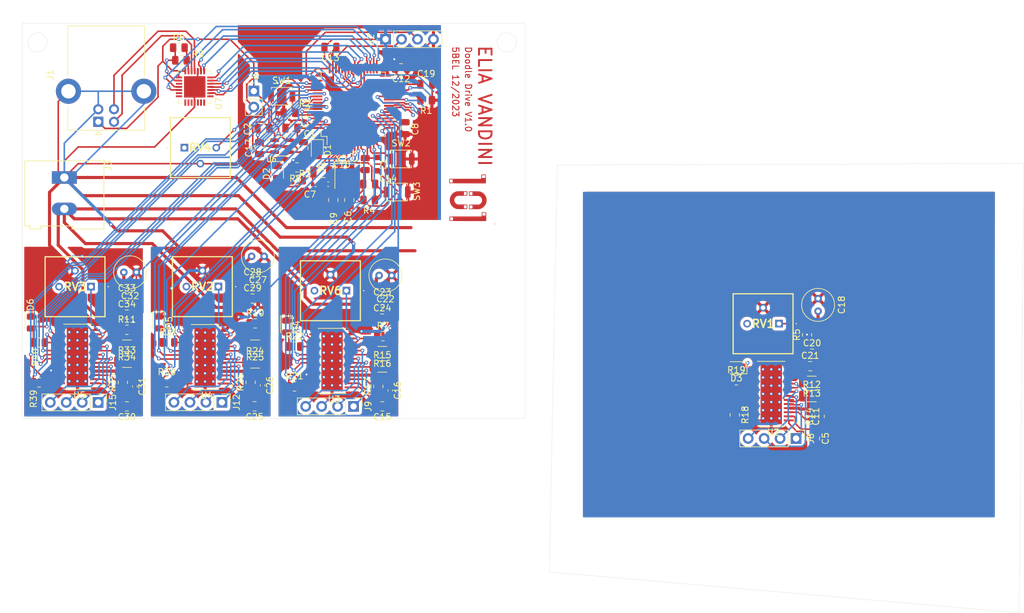
<source format=kicad_pcb>
(kicad_pcb (version 20221018) (generator pcbnew)
  (title_block (title "Doodle Drive") (rev "1.0V"))
  (layers (0 "F.Cu" signal) (31 "B.Cu" signal) (34 "B.Paste" user) (35 "F.Paste" user) (36 "B.SilkS" user "B.Silkscreen") (37 "F.SilkS" user "F.Silkscreen") (38 "B.Mask" user) (39 "F.Mask" user) (44 "Edge.Cuts" user))
  (net 0 "")
  (net 1 "PH1")
  (net 2 "PH0")
  (net 3 "Net-(U3-CP2)")
  (net 4 "Net-(U3-CP1)")
  (net 5 "~{RST}")
  (net 6 "GND")
  (net 7 "VREF+")
  (net 8 "PA0")
  (net 10 "Net-(U4-CP2)")
  (net 11 "Net-(U4-CP1)")
  (net 13 "Net-(U5-CP2)")
  (net 14 "Net-(U5-CP1)")
  (net 16 "PB1")
  (net 17 "PB2")
  (net 18 "PA4")
  (net 19 "Net-(U1-VCAP1)")
  (net 20 "PC1")
  (net 21 "+3V3")
  (net 22 "PB3")
  (net 25 "Net-(U2-AVREF)")
  (net 26 "PA11")
  (net 27 "PA12")
  (net 28 "PA13")
  (net 29 "PA14")
  (net 30 "Net-(U4-AVREF)")
  (net 31 "Net-(U5-AVREF)")
  (net 32 "PB5")
  (net 33 "PB6")
  (net 34 "BOOT0")
  (net 35 "Net-(U3-AVREF)")
  (net 36 "Net-(D1-A)")
  (net 37 "Net-(D2-A)")
  (net 39 "Net-(J1-D-)")
  (net 40 "Net-(U3-AOUT1)")
  (net 41 "+5V")
  (net 42 "Net-(U2-CP1)")
  (net 43 "Net-(U2-CP2)")
  (net 44 "+15V")
  (net 45 "Net-(U2-AOUT1)")
  (net 46 "Net-(U2-AOUT2)")
  (net 47 "Net-(U2-BOUT1)")
  (net 48 "Net-(U2-BOUT2)")
  (net 49 "Net-(U2-VCP)")
  (net 50 "PC13")
  (net 51 "Net-(U2-ISENB)")
  (net 53 "Net-(U3-AOUT2)")
  (net 54 "Net-(U3-BOUT1)")
  (net 55 "Net-(U3-BOUT2)")
  (net 57 "DIR1")
  (net 58 "Net-(J1-D+)")
  (net 59 "Net-(U7-VDD)")
  (net 60 "Net-(U2-ISENA)")
  (net 61 "Net-(U2-NFAULT)")
  (net 62 "Net-(U4-AOUT1)")
  (net 63 "Net-(U4-AOUT2)")
  (net 64 "Net-(U4-BOUT1)")
  (net 65 "Net-(U4-BOUT2)")
  (net 67 "Net-(U5-AOUT1)")
  (net 68 "Net-(U5-AOUT2)")
  (net 69 "Net-(U5-BOUT1)")
  (net 70 "Net-(U5-BOUT2)")
  (net 71 "Net-(U3-ISENA)")
  (net 72 "Net-(U3-ISENB)")
  (net 73 "Net-(U3-VCP)")
  (net 74 "Net-(U7-RST)")
  (net 75 "PB10")
  (net 76 "PA7")
  (net 77 "PA5")
  (net 78 "Net-(U3-NFAULT)")
  (net 79 "Net-(U4-ISENA)")
  (net 80 "Net-(U4-ISENB)")
  (net 81 "Net-(U4-VCP)")
  (net 82 "PC3")
  (net 83 "Net-(U4-NFAULT)")
  (net 84 "Net-(U5-ISENA)")
  (net 85 "Net-(U5-ISENB)")
  (net 86 "Net-(U5-VCP)")
  (net 87 "PB8")
  (net 88 "PC10")
  (net 89 "Net-(U5-NFAULT)")
  (net 90 "PA15")
  (net 91 "PC2")
  (net 92 "DIR2")
  (net 93 "PA2")
  (net 94 "PA6")
  (net 95 "DIR3")
  (net 96 "PB13")
  (net 97 "DIR4")
  (net 98 "PB14")
  (net 99 "PC15")
  (net 100 "PC6")
  (net 101 "PC7")
  (net 102 "PC14")
  (net 109 "PC5")
  (net 110 "PC11")
  (net 111 "PB15")
  (net 112 "PB12")
  (net 113 "PA1")
  (net 114 "PC8")
  (net 115 "PC9")
  (net 116 "PA8")
  (net 117 "PA9")
  (net 118 "PA10")
  (net 119 "PC12")
  (net 120 "PB4")
  (net 121 "PB7")
  (net 131 "PC4")
  (net 132 "PC0")
  (footprint "TerminalBlock:TerminalBlock_Altech_AK300-2_P5.00mm" (layer "F.Cu") (at 67.815 75.976 -90)
    (fp_text reference "J3")
    (fp_text value "Screw_Terminal_01x02")
  )
  (footprint "AP7343-30W5-7:SOT95P285X145-5N" (layer "F.Cu") (at 102.4495 70.989)
    (fp_text reference "U6")
    (fp_text value "AP7343-33W5-7")
  )
  (footprint "Resistor_SMD:R_1206_3216Metric" (layer "F.Cu") (at 118.41 103.76 180)
    (fp_text reference "R16")
    (fp_text value "0.1")
  )
  (footprint "Resistor_SMD:R_0805_2012Metric" (layer "F.Cu") (at 188 114 90)
    (fp_text reference "R14")
    (fp_text value "1M")
  )
  (footprint "Inductor_SMD:L_0805_2012Metric" (layer "F.Cu") (at 117.592 73.844 90)
    (fp_text reference "L1")
    (fp_text value "10uH")
  )
  (footprint "Resistor_SMD:R_1206_3216Metric" (layer "F.Cu") (at 186.75 108.5 180)
    (fp_text reference "R13")
    (fp_text value "0.1")
  )
  (footprint "LED_SMD:LED_0805_2012Metric" (layer "F.Cu") (at 108.067 71.6365 -90)
    (fp_text reference "D1")
    (fp_text value "LED_GREEN")
  )
  (footprint "Resistor_SMD:R_0805_2012Metric" (layer "F.Cu") (at 63.8 102.236)
    (fp_text reference "R40")
    (fp_text value "5.1k")
  )
  (footprint "Capacitor_SMD:C_0805_2012Metric" (layer "F.Cu") (at 186.8 104)
    (fp_text reference "C20")
    (fp_text value "100nF")
  )
  (footprint "Capacitor_SMD:C_0805_2012Metric" (layer "F.Cu") (at 121.402 58.604 180)
    (fp_text reference "C12")
    (fp_text value "100nF")
  )
  (footprint "Capacitor_SMD:C_0805_2012Metric" (layer "F.Cu") (at 99.497 68.129)
    (fp_text reference "C2")
    (fp_text value "100nF")
  )
  (footprint "poti:3386P1473LF" (layer "F.Cu") (at 112.695 93.981)
    (fp_text reference "RV6")
    (fp_text value "R_Potentiometer" hide)
  )
  (footprint "Capacitor_THT:C_Radial_D5.0mm_H5.0mm_P2.00mm" (layer "F.Cu") (at 79.278 91.06 180)
    (fp_text reference "C32")
    (fp_text value "10uF")
  )
  (footprint "Connector_USB:USB_B_Lumberg_2411_02_Horizontal" (layer "F.Cu") (at 73.218 67.1135 90)
    (fp_text reference "J1")
    (fp_text value "USB_B")
  )
  (footprint "Capacitor_SMD:C_0805_2012Metric" (layer "F.Cu") (at 122.037 68.129 90)
    (fp_text reference "C8")
    (fp_text value "100nF")
  )
  (footprint "Capacitor_THT:C_Radial_D5.0mm_H5.0mm_P2.00mm" (layer "F.Cu") (at 99.614 88.52 180)
    (fp_text reference "C27")
    (fp_text value "10uF")
  )
  (footprint "Resistor_SMD:R_0805_2012Metric" (layer "F.Cu") (at 116.322 79.559 180)
    (fp_text reference "R4")
    (fp_text value "0ohm")
  )
  (footprint "Resistor_SMD:R_1206_3216Metric" (layer "F.Cu") (at 118.41 106.046)
    (fp_text reference "R15")
    (fp_text value "0.1")
  )
  (footprint "Resistor_SMD:R_0805_2012Metric" (layer "F.Cu") (at 98.1935 99.188)
    (fp_text reference "R10")
    (fp_text value "1k")
  )
  (footprint "DRV8825PWP:IC_TPS61196PWPRQ1" (layer "F.Cu") (at 110.415 105.146 180)
    (fp_text reference "U3")
    (fp_text value "DRV8825PWP")
  )
  (footprint "Capacitor_THT:C_Radial_D5.0mm_H5.0mm_P2.00mm" (layer "F.Cu") (at 119.902 91.568 180)
    (fp_text reference "C22")
    (fp_text value "10uF")
  )
  (footprint "Capacitor_SMD:C_0805_2012Metric" (layer "F.Cu") (at 97.77 92.696)
    (fp_text reference "C28")
    (fp_text value "100nF")
  )
  (footprint "Resistor_SMD:R_0805_2012Metric" (layer "F.Cu") (at 174.75 108.25)
    (fp_text reference "R19")
    (fp_text value "5.1k")
  )
  (footprint "Resistor_SMD:R_0805_2012Metric" (layer "F.Cu") (at 104.44 102.871)
    (fp_text reference "R22")
    (fp_text value "5.1k")
  )
  (footprint "Connector_PinHeader_2.54mm:PinHeader_1x02_P2.54mm_Vertical" (layer "F.Cu") (at 97.963 62.226)
    (fp_text reference "J6")
    (fp_text value "PINHD_1x2_Male")
  )
  (footprint "LED_SMD:LED_0805_2012Metric" (layer "F.Cu") (at 82.85 99.046 -90)
    (fp_text reference "D5")
    (fp_text value "LED_RED")
  )
  (footprint "Capacitor_SMD:C_0805_2012Metric" (layer "F.Cu") (at 118.41 112.396 180)
    (fp_text reference "C15")
    (fp_text value "10nF")
  )
  (footprint "Button_Switch_SMD:SW_SPST_B3U-1000P" (layer "F.Cu") (at 120.767 78.289)
    (fp_text reference "SW3")
    (fp_text value "Push_Button")
  )
  (footprint "Capacitor_SMD:C_0805_2012Metric" (layer "F.Cu") (at 113.147 79.559 90)
    (fp_text reference "C6")
    (fp_text value "18pF")
  )
  (footprint "Resistor_SMD:R_0805_2012Metric" (layer "F.Cu") (at 86.038 55.316)
    (fp_text reference "R6")
    (fp_text value "8.2k")
  )
  (footprint "Resistor_SMD:R_0805_2012Metric" (layer "F.Cu") (at 103.622 65.669 180)
    (fp_text reference "R2")
    (fp_text value "10k")
  )
  (footprint "Capacitor_SMD:C_0805_2012Metric" (layer "F.Cu") (at 98.09 112.381 180)
    (fp_text reference "C25")
    (fp_text value "10nF")
  )
  (footprint "Connector_PinHeader_2.54mm:PinHeader_1x04_P2.54mm_Vertical" (layer "F.Cu") (at 113.838 112.396 -90)
    (fp_text reference "J9")
    (fp_text value "PINHD_1x4_Male")
  )
  (footprint "Resistor_SMD:R_1206_3216Metric" (layer "F.Cu") (at 186.75 110.75)
    (fp_text reference "R12")
    (fp_text value "0.1")
  )
  (footprint "Connector_PinHeader_2.54mm:PinHeader_1x04_P2.54mm_Vertical" (layer "F.Cu") (at 73.198 111.761 -90)
    (fp_text reference "J15")
    (fp_text value "PINHD_1x4_Male")
  )
  (footprint "Resistor_SMD:R_0805_2012Metric" (layer "F.Cu") (at 104.834 76.398 180)
    (fp_text reference "R3")
    (fp_text value "5.1k")
  )
  (footprint "poti:3386P1473LF" (layer "F.Cu") (at 92.320033 93.331)
    (fp_text reference "RV2")
    (fp_text value "R_Potentiometer" hide)
  )
  (footprint "Resistor_SMD:R_1206_3216Metric" (layer "F.Cu") (at 77.77 105.284)
    (fp_text reference "R33")
    (fp_text value "0.1")
  )
  (footprint "Capacitor_SMD:C_0805_2012Metric" (layer "F.Cu") (at 110.607 79.559 90)
    (fp_text reference "C9")
    (fp_text value "18pF")
  )
  (footprint "Capacitor_SMD:C_0805_2012Metric" (layer "F.Cu") (at 105.847 71.304 90)
    (fp_text reference "C1")
    (fp_text value "1uF")
  )
  (footprint "Capacitor_SMD:C_0805_2012Metric" (layer "F.Cu") (at 186.5 106)
    (fp_text reference "C21")
    (fp_text value "100nF")
  )
  (footprint "Capacitor_SMD:C_0805_2012Metric" (layer "F.Cu") (at 103.942 68.129)
    (fp_text reference "C3")
    (fp_text value "100nF")
  )
  (footprint "Connector_PinHeader_2.54mm:PinHeader_1x04_P2.54mm_Vertical" (layer "F.Cu") (at 92.883 111.746 -90)
    (fp_text reference "J12")
    (fp_text value "PINHD_1x4_Male")
  )
  (footprint "Capacitor_SMD:C_0805_2012Metric" (layer "F.Cu") (at 77.77 97.791)
    (fp_text reference "C34")
    (fp_text value "100nF")
  )
  (footprint "DRV8825PWP:IC_TPS61196PWPRQ1" (layer "F.Cu") (at 180.3 110.4 180)
    (fp_text reference "U2")
    (fp_text value "DRV8825PWP")
  )
  (footprint "Resistor_SMD:R_0805_2012Metric" (layer "F.Cu") (at 186 101 90)
    (fp_text reference "R5")
    (fp_text value "1k")
  )
  (footprint "Button_Switch_SMD:SW_SPST_B3U-1000P" (layer "F.Cu") (at 121.402 73.026)
    (fp_text reference "SW2")
    (fp_text value "Push_Button")
  )
  (footprint "Resistor_SMD:R_0805_2012Metric" (layer "F.Cu") (at 174.5 113.75 -90)
    (fp_text reference "R18")
    (fp_text value "10k")
  )
  (footprint "Resistor_SMD:R_0805_2012Metric" (layer "F.Cu") (at 77.135 108.586 90)
    (fp_text reference "R35")
    (fp_text value "1M")
  )
  (footprint "Crystal:Crystal_SMD_3215-2Pin_3.2x1.5mm" (layer "F.Cu") (at 108.702 75.114)
    (fp_text reference "Y1")
    (fp_text value "32.768KHz ±20ppm 12.5pF")
  )
  (footprint "Capacitor_SMD:C_0402_1005Metric" (layer "F.Cu") (at 99.36 109.051 -90)
    (fp_text reference "C26")
    (fp_text value "100nF")
  )
  (footprint "Capacitor_SMD:C_0805_2012Metric" (layer "F.Cu") (at 98.862 71.304 90)
    (fp_text reference "C17")
    (fp_text value "1uF")
  )
  (footprint "Capacitor_SMD:C_0402_1005Metric" (layer "F.Cu") (at 119.68 109.856 -90)
    (fp_text reference "C16")
    (fp_text value "100nF")
  )
  (footprint "Resistor_SMD:R_1206_3216Metric" (layer "F.Cu") (at 98.1515 105.396)
    (fp_text reference "R24")
    (fp_text value "0.1")
  )
  (footprint "Resistor_SMD:R_0805_2012Metric" (layer "F.Cu") (at 104.44 109.221)
    (fp_text reference "R21")
    (fp_text value "10k")
  )
  (footprint "Resistor_SMD:R_0805_2012Metric" (layer "F.Cu") (at 84.3975 102.221)
    (fp_text reference "R31")
    (fp_text value "5.1k")
  )
  (footprint "DRV8825PWP:IC_TPS61196PWPRQ1" (layer "F.Cu") (at 90.21 104.541 180)
    (fp_text reference "U4")
    (fp_text value "DRV8825PWP")
  )
  (footprint "Capacitor_SMD:C_0805_2012Metric" (layer "F.Cu") (at 187.25 117.5 -90)
    (fp_text reference "C5")
    (fp_text value "10nF")
  )
  (footprint "Capacitor_SMD:C_0805_2012Metric" (layer "F.Cu") (at 77.77 95.241)
    (fp_text reference "C33")
    (fp_text value "100nF")
  )
  (footprint "Resistor_SMD:R_0805_2012Metric" (layer "F.Cu") (at 84.12 108.571)
    (fp_text reference "R30")
    (fp_text value "10k")
  )
  (footprint "Connector_PinHeader_2.54mm:PinHeader_1x04_P2.54mm_Vertical" (layer "F.Cu") (at 184.25 117.5 -90)
    (fp_text reference "J8")
    (fp_text value "PINHD_1x4_Male")
  )
  (footprint "Capacitor_SMD:C_0805_2012Metric" (layer "F.Cu") (at 110.155 55.246 180)
    (fp_text reference "C13")
    (fp_text value "100nF")
  )
  (footprint "Resistor_SMD:R_0805_2012Metric" (layer "F.Cu") (at 97.455 108.571 90)
    (fp_text reference "R26")
    (fp_text value "1M")
  )
  (footprint "Capacitor_SMD:C_0402_1005Metric" (layer "F.Cu") (at 79.04 109.221 -90)
    (fp_text reference "C31")
    (fp_text value "100nF")
  )
  (footprint "poti:3386P1473LF" (layer "F.Cu") (at 181.54 99.235)
    (fp_text reference "RV1")
    (fp_text value "R_Potentiometer" hide)
  )
  (footprint "Capacitor_SMD:C_0805_2012Metric" (layer "F.Cu") (at 118.41 98.426)
    (fp_text reference "C24")
    (fp_text value "100nF")
  )
  (footprint "Capacitor_SMD:C_0805_2012Metric" (layer "F.Cu") (at 118.41 95.886)
    (fp_text reference "C23")
    (fp_text value "100nF")
  )
  (footprint "poti:3386P1473LF" (layer "F.Cu") (at 72.055 93.346)
    (fp_text reference "RV3")
    (fp_text value "R_Potentiometer" hide)
  )
  (footprint "Resistor_SMD:R_1206_3216Metric" (layer "F.Cu") (at 77.77 102.744 180)
    (fp_text reference "R34")
    (fp_text value "0.1")
  )
  (footprint "Resistor_SMD:R_0805_2012Metric" (layer "F.Cu") (at 86.37205 57.322423)
    (fp_text reference "R9")
    (fp_text value "11k")
  )
  (footprint "Capacitor_SMD:C_0402_1005Metric" (layer "F.Cu") (at 109.789786 77.036767 180)
    (fp_text reference "C10")
    (fp_text value "15pF")
  )
  (footprint "Capacitor_SMD:C_0805_2012Metric" (layer "F.Cu") (at 125.395 61.144)
    (fp_text reference "C19")
    (fp_text value "2.2uF")
  )
  (footprint "LED_SMD:LED_0805_2012Metric" (layer "F.Cu") (at 101.717 75.114 -90)
    (fp_text reference "D2")
    (fp_text value "LED_RED")
  )
  (footprint "Capacitor_SMD:C_0805_2012Metric" (layer "F.Cu") (at 115.687 73.844 90)
    (fp_text reference "C4")
    (fp_text value "100nF")
  )
  (footprint "Resistor_SMD:R_0805_2012Metric" (layer "F.Cu") (at 77.77 100.204)
    (fp_text reference "R11")
    (fp_text value "1k")
  )
  (footprint "Resistor_SMD:R_0805_2012Metric" (layer "F.Cu") (at 104.834 74.366 180)
    (fp_text reference "R8")
    (fp_text value "1k")
  )
  (footprint "Package_QFP:LQFP-64_10x10mm_P0.5mm" (layer "F.Cu") (at 113.782 64.319 90)
    (fp_text reference "U1")
    (fp_text value "STM32F411RETx")
  )
  (footprint "LED_SMD:LED_0805_2012Metric" (layer "F.Cu") (at 103.17 99.696 -90)
    (fp_text reference "D4")
    (fp_text value "LED_RED")
  )
  (footprint "Resistor_SMD:R_1206_3216Metric" (layer "F.Cu") (at 98.1515 102.744 180)
    (fp_text reference "R25")
    (fp_text value "0.1")
  )
  (footprint "Resistor_SMD:R_0805_2012Metric" (layer "F.Cu") (at 63.8 108.586)
    (fp_text reference "R39")
    (fp_text value "10k")
  )
  (footprint "LED_SMD:LED_0805_2012Metric" (layer "F.Cu") (at 62.53 99.061 -90)
    (fp_text reference "D6")
    (fp_text value "LED_RED")
  )
  (footprint "Capacitor_SMD:C_0805_2012Metric" (layer "F.Cu") (at 116.322 77.019)
    (fp_text reference "C14")
    (fp_text value "100nF")
  )
  (footprint "Connector_PinHeader_2.54mm:PinHeader_1x04_P2.54mm_Vertical" (layer "F.Cu") (at 118.928 53.976 90)
    (fp_text reference "J2")
    (fp_text value "PINHD_1x4_Male")
  )
  (footprint "Crystal:Crystal_SMD_3225-4Pin_3.2x2.5mm" (layer "F.Cu") (at 112.512 75.749 -90)
    (fp_text reference "Y2")
    (fp_text value "25MHZ 12PF")
  )
  (footprint "Capacitor_SMD:C_0402_1005Metric" (layer "F.Cu") (at 107.80205 77.063341 180)
    (fp_text reference "C7")
    (fp_text value "15pF")
  )
  (footprint "Capacitor_SMD:C_0805_2012Metric" (layer "F.Cu") (at 77.77 112.396 180)
    (fp_text reference "C30")
    (fp_text value "10nF")
  )
  (footprint "Capacitor_SMD:C_0805_2012Metric" (layer "F.Cu") (at 97.77 95.236)
    (fp_text reference "C29")
    (fp_text value "100nF")
  )
  (footprint "Capacitor_THT:C_Radial_D5.0mm_H5.0mm_P2.00mm" (layer "F.Cu") (at 187.75 95.25 -90)
    (fp_text reference "C18")
    (fp_text value "10uF")
  )
  (footprint "LED_SMD:LED_0805_2012Metric" (layer "F.Cu") (at 174.75 106.25 180)
    (fp_text reference "D3")
    (fp_text value "LED_RED")
  )
  (footprint "Resistor_SMD:R_0805_2012Metric" (layer "F.Cu") (at 118.5135 101.22)
    (fp_text reference "R7")
    (fp_text value "1k")
  )
  (footprint "Button_Switch_SMD:SW_SPST_B3U-1000P" (layer "F.Cu") (at 102.408 63.049)
    (fp_text reference "SW1")
    (fp_text value "Push_Button")
  )
  (footprint "digikey-footprints:VFQFN-28-1EP_5x5mm" (layer "F.Cu") (at 88.565 61.556 -90)
    (fp_text reference "U7")
    (fp_text value "CP2102-GMR")
  )
  (footprint "Capacitor_SMD:C_0402_1005Metric" (layer "F.Cu") (at 186.25 114 -90)
    (fp_text reference "C11")
    (fp_text value "100nF")
  )
  (footprint "DRV8825PWP:IC_TPS61196PWPRQ1" (layer "F.Cu") (at 69.902 104.488 180)
    (fp_text reference "U5")
    (fp_text value "DRV8825PWP")
  )
  (footprint "Resistor_SMD:R_0805_2012Metric" (layer "F.Cu") (at 125.395 63.684 180)
    (fp_text reference "R1")
    (fp_text value "10k")
  )
  (footprint "Resistor_SMD:R_0805_2012Metric" (layer "F.Cu") (at 117.775 109.221 90)
    (fp_text reference "R17")
    (fp_text value "1M")
  )
  (footprint "poti:3386P1473LF" (layer "F.Cu") (at 86.914 71.233 180)
    (fp_text reference "RV4")
    (fp_text value "R_Potentiometer" hide)
  )
  (gr_poly (pts (xy 136.344886 83.376296) (xy 136.344709 83.405583) (xy 136.344344 83.431256) (xy 136.343774 83.453535) (xy 136.343407 83.463472) (xy 136.342982 83.472642) (xy 136.342497 83.481076) (xy 136.34195 83.488799) (xy 136.341338 83.49584) (xy 136.34066 83.502226) (xy 136.339914 83.507985) (xy 136.339097 83.513145) (xy 136.338207 83.517733) (xy 136.337241 83.521776) (xy 136.336199 83.525304) (xy 136.335077 83.528343) (xy 136.333873 83.53092) (xy 136.332586 83.533064) (xy 136.331213 83.534803) (xy 136.329752 83.536163) (xy 136.328988 83.53671) (xy 136.3282 83.537173) (xy 136.326557 83.53786) (xy 136.324818 83.538252) (xy 136.322983 83.538377) (xy 136.318663 83.537317) (xy 136.314962 83.533981) (xy 136.311886 83.528136) (xy 136.309438 83.51955) (xy 136.307622 83.507987) (xy 136.306442 83.493216) (xy 136.306011 83.453114) (xy 136.308177 83.397377) (xy 136.312975 83.324138) (xy 136.320439 83.231531) (xy 136.330603 83.117689) (xy 136.333959 83.083727) (xy 136.336678 83.062878) (xy 136.337825 83.057658) (xy 136.338846 83.05606) (xy 136.339751 83.058199) (xy 136.340551 83.06419) (xy 136.341878 83.088186) (xy 136.342915 83.128963) (xy 136.344462 83.264533) (xy 136.344745 83.305992) (xy 136.344892 83.343173)) (fill solid) (layer "F.Cu"))
  (gr_poly (pts (xy 134.948307 82.606851) (xy 134.948174 82.640444) (xy 134.947977 82.671285) (xy 134.947711 82.699499) (xy 134.947369 82.725209) (xy 134.946946 82.748539) (xy 134.946436 82.769613) (xy 134.945832 82.788555) (xy 134.94513 82.805489) (xy 134.944324 82.82054) (xy 134.943406 82.833831) (xy 134.942373 82.845486) (xy 134.94181 82.850738) (xy 134.941217 82.855629) (xy 134.940591 82.860172) (xy 134.939933 82.864384) (xy 134.939241 82.86828) (xy 134.938515 82.871875) (xy 134.937754 82.875186) (xy 134.936957 82.878226) (xy 134.936124 82.881013) (xy 134.935253 82.883562) (xy 134.934345 82.885887) (xy 134.933399 82.888005) (xy 134.932412 82.889932) (xy 134.931386 82.891681) (xy 134.930319 82.89327) (xy 134.929211 82.894713) (xy 134.92806 82.896026) (xy 134.926866 82.897224) (xy 134.925629 82.898324) (xy 134.924347 82.89934) (xy 134.92302 82.900288) (xy 134.921646 82.901184) (xy 134.91876 82.90288) (xy 134.91568 82.904552) (xy 133.994953 82.916146) (xy 132.016814 82.912622) (xy 130.041169 82.898664) (xy 129.127925 82.878961) (xy 129.123772 82.8755) (xy 129.120016 82.871364) (xy 129.116631 82.86636) (xy 129.11359 82.860297) (xy 129.110867 82.85298) (xy 129.108434 82.844218) (xy 129.106267 82.833818) (xy 129.104337 82.821586) (xy 129.101086 82.790861) (xy 129.098469 82.7505) (xy 129.096273 82.698963) (xy 129.094286 82.634708) (xy 129.093267 82.587618) (xy 129.092743 82.539713) (xy 129.092695 82.492326) (xy 129.093104 82.446788) (xy 129.09395 82.404432) (xy 129.095215 82.36659) (xy 129.096879 82.334595) (xy 129.098922 82.309779) (xy 129.100662 82.294126) (xy 129.102382 82.280069) (xy 129.104131 82.2675) (xy 129.105954 82.256312) (xy 129.106908 82.251201) (xy 129.107899 82.246395) (xy 129.108932 82.241879) (xy 129.110013 82.237641) (xy 129.111148 82.233667) (xy 129.112343 82.229943) (xy 129.113604 82.226456) (xy 129.114936 82.223192) (xy 129.116345 82.220138) (xy 129.117838 82.21728) (xy 129.119421 82.214605) (xy 129.121098 82.2121) (xy 129.122876 82.209749) (xy 129.124762 82.207541) (xy 129.12676 82.205462) (xy 129.128876 82.203497) (xy 129.131117 82.201635) (xy 129.133489 82.19986) (xy 129.135997 82.19816) (xy 129.138647 82.19652) (xy 129.141445 82.194929) (xy 129.144396 82.193371) (xy 129.150785 82.190303) (xy 129.29466 82.181587) (xy 129.433615 82.179918) (xy 129.433615 82.284252) (xy 129.401809 82.284291) (xy 129.373513 82.284429) (xy 129.348501 82.2847) (xy 129.326545 82.285135) (xy 129.316643 82.285425) (xy 129.307421 82.285767) (xy 129.29885 82.286167) (xy 129.290903 82.286628) (xy 129.28355 82.287155) (xy 129.276763 82.287751) (xy 129.270516 82.28842) (xy 129.264778 82.289167) (xy 129.259522 82.289995) (xy 129.25472 82.290909) (xy 129.250343 82.291913) (xy 129.246363 82.29301) (xy 129.242752 82.294205) (xy 129.239482 82.295501) (xy 129.236524 82.296904) (xy 129.233851 82.298416) (xy 129.231433 82.300042) (xy 129.229243 82.301786) (xy 129.227252 82.303653) (xy 129.225433 82.305645) (xy 129.223756 82.307767) (xy 129.222195 82.310023) (xy 129.220719 82.312417) (xy 129.219302 82.314954) (xy 129.21508 82.327098) (xy 129.211486 82.345923) (xy 129.208514 82.370454) (xy 129.206155 82.39972) (xy 129.203247 82.468559) (xy 129.202699 82.544655) (xy 129.20445 82.620224) (xy 129.208437 82.68748) (xy 129.21125 82.715558) (xy 129.214599 82.738639) (xy 129.218476 82.755749) (xy 129.220611 82.761761) (xy 129.222874 82.765915) (xy 129.226314 82.770149) (xy 129.230222 82.773913) (xy 129.234804 82.777227) (xy 129.240265 82.780111) (xy 129.24681 82.782587) (xy 129.254645 82.784675) (xy 129.263975 82.786396) (xy 129.275005 82.787771) (xy 129.287941 82.78882) (xy 129.302988 82.789565) (xy 129.340235 82.790222) (xy 129.388389 82.789909) (xy 129.449093 82.788791) (xy 129.655309 82.784314) (xy 129.65969 82.541029) (xy 129.660476 82.483821) (xy 129.660627 82.458256) (xy 129.660616 82.43471) (xy 129.660444 82.413177) (xy 129.660109 82.393654) (xy 129.659612 82.376135) (xy 129.658952 82.360614) (xy 129.65813 82.347088) (xy 129.657144 82.33555) (xy 129.655994 82.325997) (xy 129.654681 82.318422) (xy 129.653963 82.315375) (xy 129.653204 82.312821) (xy 129.652403 82.310759) (xy 129.651562 82.309189) (xy 129.650679 82.308109) (xy 129.649756 82.30752) (xy 129.648791 82.307421) (xy 129.647784 82.30781) (xy 129.64695 82.308305) (xy 129.646126 82.308749) (xy 129.645313 82.309144) (xy 129.644514 82.30949) (xy 129.643728 82.309787) (xy 129.642956 82.310037) (xy 129.642201 82.310238) (xy 129.641462 82.310393) (xy 129.640741 82.3105) (xy 129.640039 82.310561) (xy 129.639357 82.310577) (xy 129.638696 82.310546) (xy 129.638057 82.310471) (xy 129.637441 82.310351) (xy 129.636849 82.310187) (xy 129.636283 82.309979) (xy 129.635742 82.309728) (xy 129.635229 82.309434) (xy 129.634744 82.309097) (xy 129.634289 82.308719) (xy 129.633864 82.308299) (xy 129.633471 82.307838) (xy 129.63311 82.307336) (xy 129.632782 82.306794) (xy 129.632489 82.306213) (xy 129.632232 82.305592) (xy 129.632012 82.304932) (xy 129.631829 82.304233) (xy 129.631685 82.303497) (xy 129.631581 82.302723) (xy 129.631517 82.301911) (xy 129.631496 82.301063) (xy 129.630688 82.299072) (xy 129.628271 82.297201) (xy 129.624262 82.29545) (xy 129.618673 82.293822) (xy 129.611519 82.292317) (xy 129.602815 82.290937) (xy 129.580811 82.288556) (xy 129.552775 82.286687) (xy 129.518821 82.28534) (xy 129.479063 82.284525) (xy 129.433615 82.284252) (xy 129.433615 82.179918) (xy 129.722708 82.176446) (xy 131.689912 82.175365) (xy 132.731917 82.175903) (xy 133.521264 82.174121) (xy 134.023141 82.170175) (xy 134.155399 82.167439) (xy 134.202734 82.164221) (xy 134.204265 82.161111) (xy 134.205802 82.154964) (xy 134.208857 82.134218) (xy 134.211818 82.103304) (xy 134.214605 82.063541) (xy 134.219334 81.962753) (xy 134.222403 81.842418) (xy 134.223236 81.792419) (xy 134.22407 81.748052) (xy 134.224944 81.708951) (xy 134.225899 81.674749) (xy 134.226975 81.64508) (xy 134.22821 81.619577) (xy 134.228901 81.608273) (xy 134.229646 81.597873) (xy 134.230451 81.588331) (xy 134.231321 81.579602) (xy 134.232261 81.571639) (xy 134.233276 81.564397) (xy 134.23437 81.55783) (xy 134.235549 81.551891) (xy 134.236818 81.546536) (xy 134.238182 81.541718) (xy 134.239645 81.537392) (xy 134.241214 81.533512) (xy 134.242891 81.530031) (xy 134.244683 81.526904) (xy 134.246595 81.524086) (xy 134.248632 81.52153) (xy 134.250798 81.51919) (xy 134.253098 81.517021) (xy 134.255538 81.514977) (xy 134.258122 81.513012) (xy 134.263184 81.50988) (xy 134.269502 81.507029) (xy 134.27723 81.50445) (xy 134.286519 81.502131) (xy 134.310397 81.498233) (xy 134.342363 81.495248) (xy 134.383642 81.493091) (xy 134.435461 81.491675) (xy 134.499046 81.490915) (xy 134.575622 81.490724) (xy 134.630842 81.490831) (xy 134.654824 81.490961) (xy 134.654824 81.586107) (xy 134.574556 81.586329) (xy 134.494981 81.588063) (xy 134.424695 81.591202) (xy 134.372293 81.595642) (xy 134.355485 81.598317) (xy 134.346371 81.601277) (xy 134.342977 81.603885) (xy 134.339901 81.607291) (xy 134.337129 81.611611) (xy 134.334647 81.61696) (xy 134.332442 81.623454) (xy 134.3305 81.631207) (xy 134.328807 81.640336) (xy 134.327351 81.650956) (xy 134.325091 81.677131) (xy 134.323611 81.710655) (xy 134.322804 81.752452) (xy 134.322558 81.803446) (xy 134.322795 81.84161) (xy 134.323472 81.878326) (xy 134.324542 81.91271) (xy 134.325958 81.94388) (xy 134.327672 81.970953) (xy 134.329638 81.993045) (xy 134.3307 82.001948) (xy 134.331806 82.009275) (xy 134.332952 82.014915) (xy 134.334131 82.018758) (xy 134.336296 82.023281) (xy 134.339041 82.027282) (xy 134.342632 82.030787) (xy 134.347338 82.033819) (xy 134.353426 82.036406) (xy 134.361163 82.038571) (xy 134.370818 82.040339) (xy 134.382657 82.041737) (xy 134.413961 82.043519) (xy 134.457214 82.044118) (xy 134.514557 82.043735) (xy 134.588131 82.042571) (xy 134.830559 82.038189) (xy 134.834956 81.821782) (xy 134.835589 81.788537) (xy 134.836046 81.758753) (xy 134.83631 81.732234) (xy 134.836363 81.708784) (xy 134.836185 81.688208) (xy 134.836004 81.678937) (xy 134.835759 81.67031) (xy 134.835447 81.662304) (xy 134.835066 81.654894) (xy 134.834614 81.648056) (xy 134.834089 81.641765) (xy 134.833488 81.635996) (xy 134.832808 81.630726) (xy 134.832049 81.62593) (xy 134.831207 81.621583) (xy 134.830279 81.617661) (xy 134.829265 81.614139) (xy 134.828162 81.610993) (xy 134.826966 81.608199) (xy 134.825677 81.605732) (xy 134.824291 81.603567) (xy 134.822807 81.60168) (xy 134.821221 81.600047) (xy 134.819533 81.598643) (xy 134.817739 81.597444) (xy 134.815838 81.596426) (xy 134.813826 81.595563) (xy 134.802115 81.592855) (xy 134.783055 81.590618) (xy 134.727189 81.587501) (xy 134.654824 81.586107) (xy 134.654824 81.490961) (xy 134.680101 81.491098) (xy 134.723748 81.491568) (xy 134.76213 81.492283) (xy 134.779456 81.492747) (xy 134.795597 81.493288) (xy 134.810596 81.493913) (xy 134.824497 81.494626) (xy 134.837343 81.495433) (xy 134.849179 81.496339) (xy 134.860046 81.49735) (xy 134.86999 81.498471) (xy 134.879053 81.499708) (xy 134.88728 81.501065) (xy 134.894714 81.502549) (xy 134.901397 81.504165) (xy 134.907375 81.505918) (xy 134.91269 81.507813) (xy 134.917386 81.509856) (xy 134.921507 81.512053) (xy 134.925096 81.514408) (xy 134.926704 81.515647) (xy 134.928196 81.516927) (xy 134.929577 81.51825) (xy 134.930852 81.519616) (xy 134.933107 81.52248) (xy 134.935004 81.525524) (xy 134.936587 81.528754) (xy 134.937899 81.532175) (xy 134.938985 81.535793) (xy 134.94183 81.5982) (xy 134.944436 81.74879) (xy 134.94778 82.224165) (xy 134.948319 82.442482) (xy 134.948406 82.530914)) (fill solid) (layer "F.Cu"))
  (gr_poly (pts (xy 131.949002 78.606447) (xy 131.948233 78.678185) (xy 131.947633 78.709048) (xy 131.946881 78.73674) (xy 131.945969 78.761381) (xy 131.94489 78.783096) (xy 131.943638 78.802007) (xy 131.942204 78.818238) (xy 131.940582 78.831912) (xy 131.938765 78.843151) (xy 131.936746 78.852078) (xy 131.935658 78.855713) (xy 131.934517 78.858817) (xy 131.933322 78.861404) (xy 131.932071 78.86349) (xy 131.930765 78.865091) (xy 131.929403 78.866221) (xy 131.9097 78.868965) (xy 131.860941 78.871841) (xy 131.689216 78.877648) (xy 131.440138 78.88296) (xy 131.139621 78.887097) (xy 130.889926 78.889793) (xy 130.788048 78.891046) (xy 130.699934 78.892314) (xy 130.624426 78.893658) (xy 130.560361 78.895137) (xy 130.50658 78.896809) (xy 130.461921 78.898735) (xy 130.44265 78.899812) (xy 130.425225 78.900974) (xy 130.409499 78.902229) (xy 130.395329 78.903585) (xy 130.382569 78.905048) (xy 130.371074 78.906627) (xy 130.360699 78.908329) (xy 130.351299 78.91016) (xy 130.342729 78.912129) (xy 130.334844 78.914244) (xy 130.327498 78.91651) (xy 130.320547 78.918936) (xy 130.313845 78.92153) (xy 130.307247 78.924298) (xy 130.293785 78.930388) (xy 130.262269 78.945969) (xy 130.231655 78.962978) (xy 130.201973 78.98138) (xy 130.173256 79.001144) (xy 130.145535 79.022234) (xy 130.118842 79.044617) (xy 130.093209 79.068261) (xy 130.068666 79.093131) (xy 130.045246 79.119193) (xy 130.02298 79.146416) (xy 130.0019 79.174763) (xy 129.982037 79.204204) (xy 129.963422 79.234702) (xy 129.946089 79.266226) (xy 129.930067 79.298742) (xy 129.915389 79.332216) (xy 129.90699 79.355144) (xy 129.89961 79.380498) (xy 129.893255 79.407945) (xy 129.88793 79.437153) (xy 129.883643 79.46779) (xy 129.880399 79.499523) (xy 129.878204 79.53202) (xy 129.877065 79.564948) (xy 129.876987 79.597974) (xy 129.877977 79.630766) (xy 129.880042 79.662992) (xy 129.883186 79.694319) (xy 129.887417 79.724415) (xy 129.892741 79.752947) (xy 129.899163 79.779583) (xy 129.90669 79.80399) (xy 129.920259 79.839444) (xy 129.93604 79.874459) (xy 129.953897 79.90889) (xy 129.973695 79.942592) (xy 129.995297 79.97542) (xy 130.018569 80.00723) (xy 130.043375 80.037877) (xy 130.069579 80.067217) (xy 130.097045 80.095104) (xy 130.125638 80.121395) (xy 130.155222 80.145944) (xy 130.185662 80.168606) (xy 130.216822 80.189239) (xy 130.248566 80.207695) (xy 130.280758 80.223832) (xy 130.313264 80.237504) (xy 130.341748 80.247039) (xy 130.375825 80.25437) (xy 130.423176 80.259788) (xy 130.491483 80.263584) (xy 130.588426 80.26605) (xy 130.721688 80.267474) (xy 131.127889 80.268365) (xy 131.320654 80.26866) (xy 131.480747 80.269459) (xy 131.607188 80.270793) (xy 131.607188 80.379252) (xy 131.578373 80.379293) (xy 131.552696 80.379439) (xy 131.529956 80.379721) (xy 131.509951 80.380169) (xy 131.500911 80.380465) (xy 131.49248 80.380815) (xy 131.484632 80.381223) (xy 131.477342 80.381691) (xy 131.470585 80.382225) (xy 131.464336 80.382828) (xy 131.45857 80.383503) (xy 131.453262 80.384256) (xy 131.448386 80.38509) (xy 131.443917 80.386008) (xy 131.439831 80.387015) (xy 131.436101 80.388115) (xy 131.432704 80.389311) (xy 131.429613 80.390607) (xy 131.426804 80.392008) (xy 131.424252 80.393517) (xy 131.421931 80.395138) (xy 131.419816 80.396875) (xy 131.417883 80.398732) (xy 131.416105 80.400713) (xy 131.414458 80.402822) (xy 131.412917 80.405062) (xy 131.411457 80.407438) (xy 131.410052 80.409954) (xy 131.405913 80.422129) (xy 131.402376 80.441364) (xy 131.399434 80.466615) (xy 131.397082 80.49684) (xy 131.394122 80.568046) (xy 131.393449 80.646644) (xy 131.395014 80.724296) (xy 131.398772 80.792665) (xy 131.401457 80.820762) (xy 131.404673 80.843412) (xy 131.408413 80.859573) (xy 131.410478 80.864894) (xy 131.412672 80.868202) (xy 131.415778 80.870529) (xy 131.42029 80.872703) (xy 131.426216 80.874723) (xy 131.433561 80.87659) (xy 131.45254 80.879866) (xy 131.477279 80.882537) (xy 131.507832 80.884606) (xy 131.544255 80.886079) (xy 131.5866 80.886959) (xy 131.634921 80.887252) (xy 131.838121 80.887252) (xy 131.838121 80.642888) (xy 131.838074 80.605818) (xy 131.83792 80.572539) (xy 131.837637 80.542844) (xy 131.837206 80.516527) (xy 131.836607 80.49338) (xy 131.835817 80.473197) (xy 131.835345 80.464153) (xy 131.834818 80.455772) (xy 131.834234 80.448028) (xy 131.833589 80.440896) (xy 131.832881 80.43435) (xy 131.832109 80.428364) (xy 131.831268 80.422913) (xy 131.830357 80.417969) (xy 131.829374 80.413508) (xy 131.828314 80.409504) (xy 131.827177 80.40593) (xy 131.825959 80.402762) (xy 131.824658 80.399972) (xy 131.823271 80.397536) (xy 131.821796 80.395427) (xy 131.82023 80.39362) (xy 131.818571 80.392088) (xy 131.816816 80.390806) (xy 131.814962 80.389748) (xy 131.813007 80.388888) (xy 131.809511 80.387906) (xy 131.804275 80.386951) (xy 131.788998 80.385145) (xy 131.768022 80.383509) (xy 131.742191 80.382081) (xy 131.712347 80.380902) (xy 131.679336 80.380012) (xy 131.607188 80.379252) (xy 131.607188 80.270793) (xy 131.610783 80.270831) (xy 131.713375 80.272844) (xy 131.791141 80.275566) (xy 131.82153 80.277214) (xy 131.846694 80.279065) (xy 131.866958 80.281127) (xy 131.882649 80.28341) (xy 131.894095 80.285921) (xy 131.901621 80.288669) (xy 131.941309 80.308751) (xy 131.941309 80.973628) (xy 131.901621 80.994424) (xy 131.882889 81.000004) (xy 131.847928 81.004394) (xy 131.793071 81.007664) (xy 131.714651 81.009882) (xy 131.472454 81.011435) (xy 131.091996 81.0096) (xy 130.847734 81.007688) (xy 130.659291 81.005694) (xy 130.583179 81.004538) (xy 130.517636 81.003209) (xy 130.461531 81.001656) (xy 130.413737 80.999827) (xy 130.373123 80.997673) (xy 130.338562 80.995141) (xy 130.308923 80.992181) (xy 130.283078 80.988743) (xy 130.259898 80.984775) (xy 130.238254 80.980226) (xy 130.217018 80.975045) (xy 130.195059 80.969183) (xy 130.121742 80.947021) (xy 130.050252 80.921263) (xy 129.98068 80.891985) (xy 129.913116 80.85926) (xy 129.847652 80.823165) (xy 129.784379 80.783773) (xy 129.723387 80.741161) (xy 129.664768 80.695402) (xy 129.608613 80.646573) (xy 129.555012 80.594747) (xy 129.504057 80.54) (xy 129.455839 80.482407) (xy 129.410448 80.422043) (xy 129.367976 80.358983) (xy 129.328514 80.293301) (xy 129.292152 80.225074) (xy 129.259773 80.155889) (xy 129.231394 80.085839) (xy 129.206965 80.01506) (xy 129.186436 79.943692) (xy 129.169759 79.871872) (xy 129.156883 79.799739) (xy 129.14776 79.727431) (xy 129.142339 79.655087) (xy 129.14057 79.582844) (xy 129.142405 79.510841) (xy 129.147794 79.439217) (xy 129.156686 79.368109) (xy 129.169033 79.297656) (xy 129.184786 79.227996) (xy 129.203893 79.159267) (xy 129.226307 79.091609) (xy 129.251977 79.025158) (xy 129.280853 78.960053) (xy 129.312887 78.896433) (xy 129.348028 78.834436) (xy 129.386227 78.7742) (xy 129.427434 78.715863) (xy 129.471601 78.659564) (xy 129.518676 78.605441) (xy 129.568611 78.553632) (xy 129.621357 78.504275) (xy 129.676863 78.45751) (xy 129.735079 78.413474) (xy 129.795958 78.372304) (xy 129.859448 78.334141) (xy 129.9255 78.299122) (xy 129.994065 78.267385) (xy 130.078933 78.232257) (xy 130.15691 78.205468) (xy 130.196911 78.194848) (xy 130.239503 78.18589) (xy 130.286126 78.178453) (xy 130.338218 78.172397) (xy 130.46456 78.163863) (xy 130.630035 78.159161) (xy 130.846151 78.157167) (xy 131.124413 78.156752) (xy 131.43107 78.157869) (xy 131.561469 78.159209) (xy 131.607188 78.159944) (xy 131.607188 78.267877) (xy 131.578373 78.267918) (xy 131.552696 78.268064) (xy 131.529956 78.268346) (xy 131.509951 78.268794) (xy 131.500911 78.269091) (xy 131.49248 78.26944) (xy 131.484632 78.269848) (xy 131.477342 78.270316) (xy 131.470585 78.27085) (xy 131.464336 78.271453) (xy 131.45857 78.272129) (xy 131.453262 78.272881) (xy 131.448386 78.273715) (xy 131.443917 78.274633) (xy 131.439831 78.27564) (xy 131.436101 78.27674) (xy 131.432704 78.277936) (xy 131.429613 78.279232) (xy 131.426804 78.280633) (xy 131.424252 78.282142) (xy 131.421931 78.283763) (xy 131.419816 78.2855) (xy 131.417883 78.287357) (xy 131.416105 78.289338) (xy 131.414458 78.291447) (xy 131.412917 78.293688) (xy 131.411457 78.296064) (xy 131.410052 78.298579) (xy 131.406912 78.308281) (xy 131.404079 78.324502) (xy 131.399385 78.372965) (xy 131.396071 78.436888) (xy 131.394238 78.509191) (xy 131.393988 78.582794) (xy 131.395423 78.650616) (xy 131.398643 78.705579) (xy 131.400954 78.726026) (xy 131.403749 78.740603) (xy 131.407445 78.752369) (xy 131.409837 78.757128) (xy 131.412999 78.761197) (xy 131.417235 78.764621) (xy 131.422849 78.767443) (xy 131.430146 78.769709) (xy 131.43943 78.771462) (xy 131.451007 78.772746) (xy 131.465181 78.773607) (xy 131.502536 78.774234) (xy 131.553933 78.773698) (xy 131.621808 78.772352) (xy 131.830184 78.767939) (xy 131.834549 78.527703) (xy 131.835183 78.490607) (xy 131.835644 78.457408) (xy 131.835912 78.427885) (xy 131.83597 78.401814) (xy 131.835798 78.378976) (xy 131.835377 78.359148) (xy 131.835068 78.350294) (xy 131.83469 78.342109) (xy 131.834241 78.334565) (xy 131.833718 78.327636) (xy 131.833119 78.321293) (xy 131.832441 78.315509) (xy 131.831683 78.310256) (xy 131.830842 78.305506) (xy 131.829915 78.301231) (xy 131.828901 78.297404) (xy 131.827796 78.293998) (xy 131.8266 78.290984) (xy 131.825308 78.288334) (xy 131.82392 78.286022) (xy 131.822432 78.284018) (xy 131.820842 78.282297) (xy 131.819148 78.280829) (xy 131.817348 78.279587) (xy 131.81544 78.278544) (xy 131.81342 78.277672) (xy 131.809883 78.276675) (xy 131.804606 78.275706) (xy 131.789253 78.273871) (xy 131.768207 78.272208) (xy 131.742314 78.270756) (xy 131.712419 78.269557) (xy 131.67937 78.26865) (xy 131.64401 78.268077) (xy 131.607188 78.267877) (xy 131.607188 78.159944) (xy 131.674061 78.16102) (xy 131.766954 78.163265) (xy 131.838257 78.165907) (xy 131.886078 78.168908) (xy 131.900592 78.170531) (xy 131.908527 78.17223) (xy 131.949246 78.187708) (xy 131.949246 78.520543)) (fill solid) (layer "F.Cu"))
  (gr_poly (pts (xy 134.899356 76.689139) (xy 134.899218 76.720881) (xy 134.898937 76.749143) (xy 134.89851 76.774139) (xy 134.89793 76.796081) (xy 134.897195 76.815184) (xy 134.896298 76.831661) (xy 134.895789 76.83898) (xy 134.895237 76.845723) (xy 134.894642 76.851917) (xy 134.894005 76.857586) (xy 134.893324 76.862759) (xy 134.892599 76.867462) (xy 134.891829 76.871722) (xy 134.891013 76.875565) (xy 134.890152 76.879018) (xy 134.889244 76.882107) (xy 134.888289 76.88486) (xy 134.887287 76.887302) (xy 134.886236 76.889461) (xy 134.885137 76.891364) (xy 134.883988 76.893036) (xy 134.882789 76.894504) (xy 134.88154 76.895796) (xy 134.880239 76.896938) (xy 134.878887 76.897956) (xy 134.877483 76.898878) (xy 134.874515 76.900537) (xy 134.867928 76.903865) (xy 134.705698 76.91187) (xy 134.21237 76.915504) (xy 131.962994 76.910247) (xy 130.442115 76.903208) (xy 129.936648 76.89989) (xy 129.571598 76.896336) (xy 129.324791 76.892273) (xy 129.2388 76.889963) (xy 129.174054 76.887423) (xy 129.127782 76.884616) (xy 129.097212 76.88151) (xy 129.079573 76.878069) (xy 129.074736 76.876212) (xy 129.072093 76.874258) (xy 129.069461 76.870101) (xy 129.067039 76.864165) (xy 129.064821 76.856359) (xy 129.062801 76.846593) (xy 129.059336 76.820819) (xy 129.056599 76.786118) (xy 129.054547 76.741767) (xy 129.053135 76.687041) (xy 129.052321 76.621215) (xy 129.052059 76.543566) (xy 129.052241 76.451735) (xy 129.05251 76.413326) (xy 129.052936 76.379479) (xy 129.053546 76.349863) (xy 129.054369 76.324148) (xy 129.055432 76.302001) (xy 129.056063 76.292163) (xy 129.056764 76.283093) (xy 129.057539 76.27475) (xy 129.058393 76.267092) (xy 129.059327 76.260078) (xy 129.060346 76.253667) (xy 129.061453 76.247817) (xy 129.062652 76.242486) (xy 129.063947 76.237634) (xy 129.06534 76.233219) (xy 129.066835 76.2292) (xy 129.068436 76.225535) (xy 129.070146 76.222183) (xy 129.071969 76.219102) (xy 129.073909 76.216252) (xy 129.075968 76.21359) (xy 129.07815 76.211076) (xy 129.08046 76.208667) (xy 129.099312 76.199704) (xy 129.152516 76.19285) (xy 129.385196 76.186463) (xy 129.385196 76.283502) (xy 129.353527 76.283541) (xy 129.325351 76.28368) (xy 129.300443 76.283951) (xy 129.278576 76.284386) (xy 129.268714 76.284675) (xy 129.259528 76.285018) (xy 129.25099 76.285418) (xy 129.243073 76.285879) (xy 129.235747 76.286405) (xy 129.228986 76.287001) (xy 129.22276 76.28767) (xy 129.217042 76.288417) (xy 129.211803 76.289246) (xy 129.207017 76.29016) (xy 129.202653 76.291163) (xy 129.198685 76.29226) (xy 129.195084 76.293455) (xy 129.191823 76.294752) (xy 129.188872 76.296154) (xy 129.186204 76.297667) (xy 129.183792 76.299293) (xy 129.181606 76.301037) (xy 129.179618 76.302903) (xy 129.177801 76.304895) (xy 129.176127 76.307017) (xy 129.174567 76.309273) (xy 129.173093 76.311668) (xy 129.171677 76.314204) (xy 129.168549 76.324186) (xy 129.165711 76.341248) (xy 129.160967 76.392631) (xy 129.157564 76.460395) (xy 129.155624 76.536581) (xy 129.155265 76.613232) (xy 129.156608 76.682389) (xy 129.159774 76.736093) (xy 129.162078 76.754664) (xy 129.164883 76.766388) (xy 129.166749 76.77016) (xy 129.169415 76.773547) (xy 129.173052 76.776569) (xy 129.177834 76.779246) (xy 129.183932 76.781596) (xy 129.191518 76.78364) (xy 129.200765 76.785397) (xy 129.211845 76.786886) (xy 129.240192 76.789139) (xy 129.277937 76.790556) (xy 129.326458 76.791291) (xy 129.387132 76.791502) (xy 129.599746 76.791502) (xy 129.599746 76.586429) (xy 129.5999 76.544801) (xy 129.600339 76.505132) (xy 129.601034 76.468349) (xy 129.601953 76.43538) (xy 129.603066 76.407154) (xy 129.604341 76.384598) (xy 129.605748 76.36864) (xy 129.606491 76.363426) (xy 129.607255 76.36021) (xy 129.607936 76.357911) (xy 129.608432 76.355393) (xy 129.608748 76.352682) (xy 129.608889 76.349804) (xy 129.608859 76.346782) (xy 129.608663 76.343642) (xy 129.608305 76.34041) (xy 129.607789 76.33711) (xy 129.60712 76.333767) (xy 129.606302 76.330407) (xy 129.605341 76.327054) (xy 129.604239 76.323734) (xy 129.603002 76.320472) (xy 129.601634 76.317293) (xy 129.60014 76.314222) (xy 129.598524 76.311283) (xy 129.595686 76.307) (xy 129.592326 76.303171) (xy 129.588257 76.299771) (xy 129.58329 76.296776) (xy 129.577237 76.294161) (xy 129.56991 76.291903) (xy 129.561122 76.289976) (xy 129.550683 76.288356) (xy 129.538406 76.287018) (xy 129.524102 76.285938) (xy 129.488664 76.284454) (xy 129.442864 76.283707) (xy 129.385196 76.283502) (xy 129.385196 76.186463) (xy 129.463362 76.184317) (xy 131.612522 76.179886) (xy 133.386132 76.178532) (xy 134.134567 76.175917) (xy 134.136927 76.174391) (xy 134.139152 76.170714) (xy 134.141247 76.164835) (xy 134.143215 76.156701) (xy 134.146785 76.133463) (xy 134.149896 76.100588) (xy 134.152579 76.057664) (xy 134.154866 76.004277) (xy 134.15838 75.864465) (xy 134.160199 75.77178) (xy 134.161158 75.733036) (xy 134.162196 75.698898) (xy 134.163351 75.669023) (xy 134.164658 75.643065) (xy 134.166154 75.62068) (xy 134.167875 75.601524) (xy 134.16883 75.593049) (xy 134.169856 75.585251) (xy 134.170955 75.578089) (xy 134.172133 75.571518) (xy 134.173395 75.565496) (xy 134.174744 75.55998) (xy 134.176185 75.554926) (xy 134.177723 75.550292) (xy 134.179363 75.546035) (xy 134.181108 75.54211) (xy 134.182963 75.538476) (xy 134.184933 75.535089) (xy 134.187022 75.531907) (xy 134.189235 75.528885) (xy 134.191576 75.525982) (xy 134.194051 75.523153) (xy 134.204816 75.512607) (xy 134.210816 75.508286) (xy 134.217783 75.504546) (xy 134.226133 75.501344) (xy 134.236283 75.498639) (xy 134.248648 75.496389) (xy 134.263646 75.494552) (xy 134.303205 75.491953) (xy 134.35829 75.490508) (xy 134.528362 75.489752) (xy 134.534791 75.489775) (xy 134.534791 75.600877) (xy 134.496534 75.600912) (xy 134.462587 75.601039) (xy 134.43267 75.601292) (xy 134.406505 75.601705) (xy 134.394741 75.601982) (xy 134.383811 75.602313) (xy 134.373678 75.6027) (xy 134.364309 75.603149) (xy 134.355668 75.603664) (xy 134.347721 75.604248) (xy 134.340432 75.604906) (xy 134.333766 75.605643) (xy 134.327689 75.606463) (xy 134.322166 75.60737) (xy 134.317162 75.608368) (xy 134.312641 75.609461) (xy 134.30857 75.610654) (xy 134.304912 75.611951) (xy 134.301634 75.613356) (xy 134.298699 75.614874) (xy 134.296075 75.616509) (xy 134.293724 75.618265) (xy 134.291613 75.620146) (xy 134.289706 75.622156) (xy 134.287969 75.624301) (xy 134.286367 75.626583) (xy 134.284864 75.629008) (xy 134.283427 75.631579) (xy 134.279318 75.642991) (xy 134.275806 75.660174) (xy 134.272884 75.682272) (xy 134.270546 75.708426) (xy 134.267603 75.76947) (xy 134.266931 75.836442) (xy 134.268484 75.902478) (xy 134.270081 75.933) (xy 134.272218 75.960714) (xy 134.274888 75.984762) (xy 134.278087 76.004285) (xy 134.281808 76.018426) (xy 134.283863 76.02321) (xy 134.286046 76.026327) (xy 134.289049 76.028173) (xy 134.294205 76.029945) (xy 134.31042 76.03326) (xy 134.33359 76.036251) (xy 134.362611 76.038895) (xy 134.433793 76.043059) (xy 134.515144 76.045577) (xy 134.59784 76.046278) (xy 134.673057 76.044988) (xy 134.73197 76.041533) (xy 134.752556 76.03894) (xy 134.765757 76.035741) (xy 134.769513 76.033895) (xy 134.772889 76.031281) (xy 134.775903 76.027739) (xy 134.778575 76.023107) (xy 134.780923 76.017224) (xy 134.782968 76.009932) (xy 134.784727 76.001067) (xy 134.78622 75.990471) (xy 134.788484 75.963441) (xy 134.789912 75.927555) (xy 134.790657 75.88153) (xy 134.790871 75.824079) (xy 134.790655 75.783277) (xy 134.790036 75.744795) (xy 134.789057 75.709505) (xy 134.787762 75.67828) (xy 134.786193 75.651991) (xy 134.784395 75.631511) (xy 134.783423 75.623722) (xy 134.78241 75.617712) (xy 134.781361 75.61359) (xy 134.780825 75.612271) (xy 134.780282 75.611466) (xy 134.777987 75.610387) (xy 134.773365 75.609338) (xy 134.757641 75.607353) (xy 134.734118 75.605555) (xy 134.703805 75.603987) (xy 134.626835 75.601712) (xy 134.534791 75.600877) (xy 134.534791 75.489775) (xy 134.604504 75.49002) (xy 134.6695 75.490848) (xy 134.723952 75.492272) (xy 134.747412 75.493219) (xy 134.768462 75.494328) (xy 134.787176 75.495604) (xy 134.80363 75.497052) (xy 134.817899 75.498676) (xy 134.830058 75.500481) (xy 134.840183 75.502471) (xy 134.848348 75.50465) (xy 134.85463 75.507024) (xy 134.857087 75.508285) (xy 134.859102 75.509596) (xy 134.863239 75.513221) (xy 134.866953 75.517824) (xy 134.870273 75.523723) (xy 134.873227 75.531235) (xy 134.875841 75.540678) (xy 134.878146 75.55237) (xy 134.881934 75.58377) (xy 134.884816 75.627973) (xy 134.887016 75.687522) (xy 134.890265 75.862814) (xy 134.89494 76.211691) (xy 134.896716 76.351602) (xy 134.898068 76.470771) (xy 134.89896 76.570903) (xy 134.899222 76.614363) (xy 134.899356 76.653704)) (fill solid) (layer "F.Cu"))
  (gr_poly (pts (xy 135.006985 79.629797) (xy 135.003218 79.721114) (xy 134.996459 79.807085) (xy 134.991998 79.846404) (xy 134.986837 79.882393) (xy 134.980993 79.914387) (xy 134.974481 79.941721) (xy 134.944816 80.037903) (xy 134.909927 80.130674) (xy 134.869963 80.219881) (xy 134.825073 80.305371) (xy 134.775408 80.38699) (xy 134.721115 80.464586) (xy 134.662346 80.538005) (xy 134.599248 80.607094) (xy 134.531972 80.6717) (xy 134.460666 80.731669) (xy 134.38548 80.786849) (xy 134.306563 80.837087) (xy 134.224065 80.882229) (xy 134.138135 80.922122) (xy 134.048922 80.956613) (xy 133.956576 80.985549) (xy 133.913517 80.996813) (xy 133.869495 81.005378) (xy 133.814797 81.011625) (xy 133.739712 81.015934) (xy 133.634526 81.018687) (xy 133.489527 81.020264) (xy 133.04124 81.021411) (xy 132.795585 81.021522) (xy 132.69437 81.021407) (xy 132.606283 81.021134) (xy 132.530364 81.020673) (xy 132.465652 81.019989) (xy 132.411187 81.019052) (xy 132.366009 81.017827) (xy 132.346602 81.017098) (xy 132.329157 81.016284) (xy 132.313554 81.015383) (xy 132.299672 81.01439) (xy 132.287391 81.013301) (xy 132.276592 81.012112) (xy 132.267155 81.01082) (xy 132.258959 81.009419) (xy 132.251884 81.007906) (xy 132.245811 81.006276) (xy 132.240619 81.004527) (xy 132.236188 81.002654) (xy 132.232399 81.000652) (xy 132.22913 80.998518) (xy 132.226263 80.996247) (xy 132.223677 80.993836) (xy 132.219191 80.988911) (xy 132.215198 80.98339) (xy 132.211669 80.976941) (xy 132.208576 80.96923) (xy 132.205892 80.959925) (xy 132.203588 80.948692) (xy 132.201637 80.935198) (xy 132.20001 80.919111) (xy 132.197617 80.877822) (xy 132.196185 80.822161) (xy 132.195309 80.657064) (xy 132.19549 80.564719) (xy 132.195759 80.52609) (xy 132.196185 80.492046) (xy 132.196794 80.462255) (xy 132.197615 80.436386) (xy 132.198676 80.414106) (xy 132.199306 80.404208) (xy 132.200006 80.395083) (xy 132.20078 80.386689) (xy 132.201631 80.378985) (xy 132.202564 80.371929) (xy 132.20358 80.36548) (xy 132.204685 80.359595) (xy 132.205882 80.354235) (xy 132.207173 80.349356) (xy 132.208563 80.344918) (xy 132.210054 80.340879) (xy 132.211652 80.337198) (xy 132.213358 80.333832) (xy 132.215177 80.330741) (xy 132.217111 80.327883) (xy 132.219165 80.325217) (xy 132.221342 80.3227) (xy 132.223646 80.320292) (xy 132.236286 80.311509) (xy 132.259413 80.304596) (xy 132.300299 80.299226) (xy 132.366219 80.295069) (xy 132.464446 80.291797) (xy 132.52 80.290702) (xy 132.52 80.395127) (xy 132.489802 80.395167) (xy 132.462913 80.39531) (xy 132.439122 80.395586) (xy 132.418214 80.396028) (xy 132.408776 80.396322) (xy 132.399979 80.396668) (xy 132.391796 80.397072) (xy 132.384202 80.397537) (xy 132.37717 80.398067) (xy 132.370672 80.398667) (xy 132.364683 80.39934) (xy 132.359176 80.40009) (xy 132.354125 80.400921) (xy 132.349502 80.401837) (xy 132.345281 80.402842) (xy 132.341437 80.403941) (xy 132.337941 80.405136) (xy 132.334767 80.406433) (xy 132.33189 80.407834) (xy 132.329282 80.409345) (xy 132.326917 80.410968) (xy 132.324768 80.412709) (xy 132.322809 80.41457) (xy 132.321012 80.416556) (xy 132.319353 80.418671) (xy 132.317803 80.420919) (xy 132.316337 80.423304) (xy 132.314927 80.425829) (xy 132.313254 80.430029) (xy 132.311627 80.436213) (xy 132.308549 80.45405) (xy 132.305759 80.478365) (xy 132.303324 80.508186) (xy 132.301313 80.54254) (xy 132.299793 80.580453) (xy 132.298832 80.620952) (xy 132.298496 80.663065) (xy 132.298786 80.748939) (xy 132.29972 80.783527) (xy 132.30169 80.813078) (xy 132.303182 80.826088) (xy 132.305076 80.837987) (xy 132.30742 80.848825) (xy 132.310261 80.858652) (xy 132.313646 80.867516) (xy 132.317624 80.875468) (xy 132.322243 80.882556) (xy 132.327549 80.888831) (xy 132.333591 80.894342) (xy 132.340417 80.899138) (xy 132.348073 80.90327) (xy 132.356608 80.906786) (xy 132.366069 80.909736) (xy 132.376505 80.912169) (xy 132.387962 80.914136) (xy 132.400489 80.915686) (xy 132.428941 80.917731) (xy 132.462243 80.918701) (xy 132.544924 80.919002) (xy 132.566025 80.918925) (xy 132.585975 80.918697) (xy 132.604764 80.918317) (xy 132.622385 80.917786) (xy 132.638829 80.917106) (xy 132.654089 80.916277) (xy 132.668158 80.915299) (xy 132.681026 80.914174) (xy 132.692686 80.912902) (xy 132.703131 80.911484) (xy 132.712352 80.90992) (xy 132.720341 80.908212) (xy 132.72709 80.906361) (xy 132.732592 80.904366) (xy 132.734873 80.903316) (xy 132.736838 80.90223) (xy 132.738488 80.901108) (xy 132.739821 80.899952) (xy 132.742191 80.896723) (xy 132.744395 80.891928) (xy 132.746437 80.885544) (xy 132.748316 80.877548) (xy 132.751597 80.856629) (xy 132.754251 80.828993) (xy 132.756293 80.794457) (xy 132.757734 80.752842) (xy 132.758589 80.703967) (xy 132.758871 80.647651) (xy 132.758823 80.612374) (xy 132.758667 80.580685) (xy 132.758381 80.55239) (xy 132.757945 80.527294) (xy 132.757341 80.505202) (xy 132.756546 80.485918) (xy 132.756072 80.47727) (xy 132.755543 80.46925) (xy 132.754956 80.461835) (xy 132.754309 80.455001) (xy 132.7536 80.448724) (xy 132.752826 80.442978) (xy 132.751984 80.43774) (xy 132.751072 80.432985) (xy 132.750088 80.428689) (xy 132.749029 80.424828) (xy 132.747892 80.421377) (xy 132.746675 80.418311) (xy 132.745376 80.415608) (xy 132.743992 80.413242) (xy 132.742519 80.411188) (xy 132.740957 80.409423) (xy 132.739302 80.407923) (xy 132.737552 80.406662) (xy 132.735705 80.405617) (xy 132.733757 80.404763) (xy 132.73022 80.403781) (xy 132.724862 80.402826) (xy 132.709122 80.40102) (xy 132.687412 80.399384) (xy 132.660609 80.397957) (xy 132.595231 80.395887) (xy 132.52 80.395127) (xy 132.52 80.290702) (xy 132.602255 80.289081) (xy 133.025714 80.284002) (xy 133.799446 80.276064) (xy 133.906126 80.223518) (xy 133.919711 80.216649) (xy 133.932903 80.209612) (xy 133.94572 80.202393) (xy 133.958181 80.194978) (xy 133.970302 80.187354) (xy 133.982103 80.179507) (xy 133.9936 80.171423) (xy 134.004812 80.163088) (xy 134.015758 80.154489) (xy 134.026454 80.145612) (xy 134.036918 80.136443) (xy 134.04717 80.126968) (xy 134.057226 80.117174) (xy 134.067105 80.107047) (xy 134.076824 80.096573) (xy 134.086402 80.085738) (xy 134.11385 80.052973) (xy 134.138975 80.020892) (xy 134.161837 79.989334) (xy 134.182495 79.958135) (xy 134.201007 79.927134) (xy 134.217432 79.896169) (xy 134.231829 79.865077) (xy 134.244257 79.833696) (xy 134.254776 79.801863) (xy 134.263443 79.769417) (xy 134.270318 79.736195) (xy 134.275459 79.702035) (xy 134.278927 79.666774) (xy 134.280778 79.630251) (xy 134.281073 79.592303) (xy 134.279871 79.552767) (xy 134.277501 79.511324) (xy 134.276074 79.493074) (xy 134.27441 79.476171) (xy 134.272453 79.460391) (xy 134.270145 79.445509) (xy 134.267429 79.431298) (xy 134.26425 79.417534) (xy 134.260549 79.403992) (xy 134.256271 79.390446) (xy 134.251359 79.376671) (xy 134.245755 79.362443) (xy 134.239403 79.347534) (xy 134.232246 79.331722) (xy 134.215291 79.296482) (xy 134.200745 79.268288) (xy 134.185477 79.241109) (xy 134.169484 79.214943) (xy 134.152761 79.189785) (xy 134.135306 79.165631) (xy 134.117113 79.142477) (xy 134.09818 79.12032) (xy 134.078502 79.099155) (xy 134.058077 79.07898) (xy 134.0369 79.05979) (xy 134.014967 79.041581) (xy 133.992275 79.024349) (xy 133.968819 79.008092) (xy 133.944598 78.992804) (xy 133.919605 78.978482) (xy 133.893838 78.965123) (xy 133.783539 78.910814) (xy 133.037049 78.906893) (xy 132.744595 78.904762) (xy 132.500147 78.901879) (xy 132.329275 78.898618) (xy 132.279423 78.896962) (xy 132.257555 78.895352) (xy 132.247131 78.892239) (xy 132.237752 78.887772) (xy 132.229366 78.88169) (xy 132.221922 78.873728) (xy 132.215369 78.863624) (xy 132.209654 78.851116) (xy 132.204728 78.83594) (xy 132.200538 78.817834) (xy 132.197033 78.796535) (xy 132.194161 78.77178) (xy 132.191873 78.743307) (xy 132.190115 78.710851) (xy 132.187989 78.632945) (xy 132.187371 78.535958) (xy 132.187484 78.489143) (xy 132.187849 78.446834) (xy 132.188505 78.408774) (xy 132.189491 78.37471) (xy 132.190847 78.344386) (xy 132.192612 78.317547) (xy 132.193659 78.305355) (xy 132.194824 78.293939) (xy 132.19611 78.283266) (xy 132.197523 78.273306) (xy 132.199068 78.264026) (xy 132.200749 78.255394) (xy 132.202571 78.247378) (xy 132.204539 78.239947) (xy 132.206659 78.233069) (xy 132.208934 78.226711) (xy 132.211371 78.220843) (xy 132.213973 78.215431) (xy 132.216746 78.210445) (xy 132.219694 78.205852) (xy 132.222823 78.201621) (xy 132.226137 78.197719) (xy 132.229642 78.194115) (xy 132.233342 78.190777) (xy 132.237241 78.187673) (xy 132.241346 78.184771) (xy 132.260291 78.182424) (xy 132.307805 78.180225) (xy 132.47585 78.176467) (xy 132.52 78.176) (xy 132.52 78.283752) (xy 132.489802 78.283792) (xy 132.462913 78.283935) (xy 132.439122 78.284211) (xy 132.418214 78.284653) (xy 132.408776 78.284947) (xy 132.399979 78.285293) (xy 132.391796 78.285697) (xy 132.384202 78.286162) (xy 132.37717 78.286692) (xy 132.370672 78.287292) (xy 132.364683 78.287965) (xy 132.359176 78.288715) (xy 132.354125 78.289546) (xy 132.349502 78.290462) (xy 132.345281 78.291468) (xy 132.341437 78.292566) (xy 132.337941 78.293762) (xy 132.334767 78.295058) (xy 132.33189 78.29646) (xy 132.329282 78.29797) (xy 132.326917 78.299594) (xy 132.324768 78.301334) (xy 132.322809 78.303195) (xy 132.321012 78.305181) (xy 132.319353 78.307296) (xy 132.317803 78.309544) (xy 132.316337 78.311929) (xy 132.314927 78.314454) (xy 132.311787 78.324156) (xy 132.308954 78.340377) (xy 132.30426 78.38884) (xy 132.300945 78.452762) (xy 132.299111 78.525064) (xy 132.298859 78.598665) (xy 132.300291 78.666485) (xy 132.303507 78.721444) (xy 132.305816 78.741888) (xy 132.308608 78.756462) (xy 132.312312 78.768246) (xy 132.31473 78.773011) (xy 132.317949 78.777083) (xy 132.322286 78.780508) (xy 132.328059 78.78333) (xy 132.335585 78.785594) (xy 132.345182 78.787344) (xy 132.357168 78.788626) (xy 132.37186 78.789483) (xy 132.410632 78.790102) (xy 132.464039 78.789559) (xy 132.534621 78.788211) (xy 132.750934 78.783814) (xy 132.755299 78.543578) (xy 132.755933 78.506482) (xy 132.756394 78.473283) (xy 132.756662 78.44376) (xy 132.756719 78.417689) (xy 132.756547 78.394851) (xy 132.756127 78.375023) (xy 132.755818 78.366169) (xy 132.75544 78.357984) (xy 132.754991 78.35044) (xy 132.754468 78.343511) (xy 132.753869 78.337168) (xy 132.753191 78.331384) (xy 132.752433 78.326131) (xy 132.751592 78.321381) (xy 132.750665 78.317106) (xy 132.749651 78.313279) (xy 132.748546 78.309873) (xy 132.74735 78.306859) (xy 132.746058 78.304209) (xy 132.74467 78.301897) (xy 132.743182 78.299893) (xy 132.741592 78.298172) (xy 132.739898 78.296704) (xy 132.738098 78.295462) (xy 132.736189 78.294419) (xy 132.73417 78.293547) (xy 132.730592 78.29255) (xy 132.725194 78.291581) (xy 132.709376 78.289746) (xy 132.687596 78.288083) (xy 132.660732 78.286631) (xy 132.595264 78.284525) (xy 132.52 78.283752) (xy 132.52 78.176) (xy 132.720091 78.173884) (xy 133.015141 78.172865) (xy 133.296305 78.173166) (xy 133.41251 78.173824) (xy 133.514404 78.175002) (xy 133.603446 78.176836) (xy 133.681093 78.179465) (xy 133.7488 78.183023) (xy 133.808024 78.187649) (xy 133.860223 78.193478) (xy 133.906853 78.200647) (xy 133.949371 78.209294) (xy 133.989234 78.219554) (xy 134.027898 78.231564) (xy 134.066821 78.245462) (xy 134.107458 78.261384) (xy 134.151267 78.279466) (xy 134.228932 78.314919) (xy 134.303817 78.355025) (xy 134.375795 78.399626) (xy 134.44474 78.448566) (xy 134.510527 78.50169) (xy 134.573028 78.55884) (xy 134.632118 78.619861) (xy 134.68767 78.684596) (xy 134.739558 78.752888) (xy 134.787656 78.824582) (xy 134.831837 78.899521) (xy 134.871976 78.977548) (xy 134.907945 79.058508) (xy 134.93962 79.142245) (xy 134.966873 79.228601) (xy 134.989578 79.317421) (xy 134.994765 79.344861) (xy 134.999059 79.376947) (xy 135.002476 79.413013) (xy 135.005034 79.452396) (xy 135.007634 79.538452)) (fill solid) (layer "F.Cu"))
  (gr_line (start 146.25 74) (end 220.5 73.75) (stroke (width 0.0381)) (layer "Edge.Cuts"))
  (gr_line (start 220.5 73.75) (end 219.75 145.25) (stroke (width 0.0381)) (layer "Edge.Cuts"))
  (gr_rect (start 61.133 51.436) (end 141.143 114.301) (stroke (width 0.0381)) (fill none) (layer "Edge.Cuts"))
  (gr_circle (center 138.222 54.484) (end 139.746 54.484) (stroke (width 0.0381)) (fill none) (layer "Edge.Cuts"))
  (gr_line (start 219.75 145.25) (end 145 138.75) (stroke (width 0.0381)) (layer "Edge.Cuts"))
  (gr_line (start 145 138.75) (end 146.25 74) (stroke (width 0.0381)) (layer "Edge.Cuts"))
  (gr_circle (center 63.546 54.484) (end 65.07 54.484) (stroke (width 0.0381)) (fill none) (layer "Edge.Cuts"))
  (gr_text "ELIA VANDINI" (at 133.536 54.808 -90) (layer "F.Cu") (effects (font (size 2 2) (thickness 0.3)) (justify left bottom)))
  (gr_text "Doodle Drive V1.0" (at 131.504 55.062 -90) (layer "F.Cu") (effects (font (size 1 1)) (justify left bottom)))
  (gr_text "5BEL 12/2023" (at 129.472 55.062 -90) (layer "F.Cu") (effects (font (size 1 1)) (justify left bottom)))
  (segment (start 112.532 71.715316) (end 112.532 69.994) (width 0.25) (layer "F.Cu") (net 1))
  (segment (start 111.662 74.649) (end 111.425 74.412) (width 0.25) (layer "F.Cu") (net 1))
  (segment (start 112.647159 75.601) (end 111.695159 74.649) (width 0.25) (layer "F.Cu") (net 1))
  (segment (start 111.695159 74.649) (end 111.662 74.649) (width 0.25) (layer "F.Cu") (net 1))
  (segment (start 111.425 72.822316) (end 112.532 71.715316) (width 0.25) (layer "F.Cu") (net 1))
  (segment (start 113.918 75.601) (end 112.647159 75.601) (width 0.25) (layer "F.Cu") (net 1))
  (segment (start 114.417 76.1) (end 113.918 75.601) (width 0.25) (layer "F.Cu") (net 1))
  (segment (start 114.417 78.064) (end 114.417 76.1) (width 0.25) (layer "F.Cu") (net 1))
  (segment (start 113.872 78.609) (end 114.417 78.064) (width 0.25) (layer "F.Cu") (net 1))
  (segment (start 113.147 78.609) (end 113.872 78.609) (width 0.25) (layer "F.Cu") (net 1))
  (segment (start 111.425 74.412) (end 111.425 72.822316) (width 0.25) (layer "F.Cu") (net 1))
  (segment (start 111.106 75.897) (end 112.41 75.897) (width 0.25) (layer "F.Cu") (net 2))
  (segment (start 112.032 71.682158) (end 110.81 72.904158) (width 0.25) (layer "F.Cu") (net 2))
  (segment (start 110.81 72.904158) (end 110.81 75.601) (width 0.25) (layer "F.Cu") (net 2))
  (segment (start 112.032 69.994) (end 112.032 71.682158) (width 0.25) (layer "F.Cu") (net 2))
  (segment (start 110.607 78.609) (end 111.602 78.609) (width 0.25) (layer "F.Cu") (net 2))
  (segment (start 112.41 75.897) (end 113.362 76.849) (width 0.25) (layer "F.Cu") (net 2))
  (segment (start 110.81 75.601) (end 111.106 75.897) (width 0.25) (layer "F.Cu") (net 2))
  (segment (start 111.602 78.609) (end 113.362 76.849) (width 0.25) (layer "F.Cu") (net 2))
  (segment (start 113.215 108.721) (end 114.735 108.721) (width 0.25) (layer "F.Cu") (net 3))
  (segment (start 114.735 108.721) (end 117.433 111.419) (width 0.25) (layer "F.Cu") (net 3))
  (segment (start 117.433 111.419) (end 118.383 111.419) (width 0.25) (layer "F.Cu") (net 3))
  (segment (start 118.383 111.419) (end 119.36 112.396) (width 0.25) (layer "F.Cu") (net 3))
  (segment (start 114.851842 109.371) (end 117.46 111.979158) (width 0.25) (layer "F.Cu") (net 4))
  (segment (start 117.46 111.979158) (end 117.46 112.396) (width 0.25) (layer "F.Cu") (net 4))
  (segment (start 113.215 109.371) (end 114.851842 109.371) (width 0.25) (layer "F.Cu") (net 4))
  (segment (start 119.067 78.289) (end 118.542 78.289) (width 0.25) (layer "F.Cu") (net 5))
  (segment (start 119.067 78.289) (end 118.5045 78.289) (width 0.25) (layer "F.Cu") (net 5))
  (segment (start 113.032 71.748474) (end 113.032 69.994) (width 0.25) (layer "F.Cu") (net 5))
  (segment (start 117.272 77.019) (end 117.272 79.5215) (width 0.25) (layer "F.Cu") (net 5))
  (segment (start 117.272 79.5215) (end 117.2345 79.559) (width 0.25) (layer "F.Cu") (net 5))
  (segment (start 116.74 76.487) (end 116.74 74.262) (width 0.25) (layer "F.Cu") (net 5))
  (segment (start 116.124 73.646) (end 113.238448 73.646) (width 0.25) (layer "F.Cu") (net 5))
  (segment (start 112.695 73.102552) (end 112.695 72.085474) (width 0.25) (layer "F.Cu") (net 5))
  (segment (start 118.542 78.289) (end 117.272 77.019) (width 0.25) (layer "F.Cu") (net 5))
  (segment (start 116.74 74.262) (end 116.124 73.646) (width 0.25) (layer "F.Cu") (net 5))
  (segment (start 113.238448 73.646) (end 112.695 73.102552) (width 0.25) (layer "F.Cu") (net 5))
  (segment (start 118.5045 78.289) (end 117.2345 79.559) (width 0.25) (layer "F.Cu") (net 5))
  (segment (start 112.695 72.085474) (end 113.032 71.748474) (width 0.25) (layer "F.Cu") (net 5))
  (segment (start 117.272 77.019) (end 116.74 76.487) (width 0.25) (layer "F.Cu") (net 5))
  (segment (start 109.414 77.857) (end 109.266 78.005) (width 0.25) (layer "F.Cu") (net 6))
  (segment (start 76.738 88.52) (end 70.658 88.52) (width 0.25) (layer "F.Cu") (net 6))
  (segment (start 111.662 76.849) (end 111.662 77.19) (width 0.25) (layer "F.Cu") (net 6))
  (segment (start 67.815 75.976) (end 66.848 75.009) (width 0.25) (layer "F.Cu") (net 6))
  (segment (start 101.717 74.1765) (end 101.3285 73.788) (width 0.25) (layer "F.Cu") (net 6))
  (segment (start 89.454 73.773) (end 70.018 73.773) (width 0.25) (layer "F.Cu") (net 6))
  (segment (start 126.345 63.6465) (end 126.3075 63.684) (width 0.25) (layer "F.Cu") (net 6))
  (segment (start 113.215 100.921) (end 113.678 100.458) (width 0.5) (layer "F.Cu") (net 6))
  (segment (start 120.527 67.569) (end 122.037 69.079) (width 0.25) (layer "F.Cu") (net 6))
  (segment (start 95.55 78.868) (end 70.707 78.868) (width 0.5) (layer "F.Cu") (net 6))
  (segment (start 115.532 67.569) (end 119.457 67.569) (width 0.25) (layer "F.Cu") (net 6))
  (segment (start 120.733842 61.069) (end 119.457 61.069) (width 0.25) (layer "F.Cu") (net 6))
  (segment (start 115.687 76.704) (end 115.372 77.019) (width 0.25) (layer "F.Cu") (net 6))
  (segment (start 119.6205 98.6865) (end 119.36 98.426) (width 0.25) (layer "F.Cu") (net 6))
  (segment (start 83.445033 84.456) (end 89.780033 90.791) (width 0.5) (layer "F.Cu") (net 6))
  (segment (start 178.675 114.625) (end 179 114.3) (width 0.25) (layer "F.Cu") (net 6))
  (segment (start 113.678 100.458) (end 115.108 100.458) (width 0.5) (layer "F.Cu") (net 6))
  (segment (start 78.72 97.791) (end 78.72 92.711) (width 0.25) (layer "F.Cu") (net 6))
  (segment (start 119.36 98.426) (end 119.36 95.886) (width 0.5) (layer "F.Cu") (net 6))
  (segment (start 111.662 77.19) (end 110.995 77.857) (width 0.25) (layer "F.Cu") (net 6))
  (segment (start 79.2325 102.744) (end 79.795 102.1815) (width 0.5) (layer "F.Cu") (net 6))
  (segment (start 115.372 77.969) (end 113.147 80.194) (width 0.25) (layer "F.Cu") (net 6))
  (segment (start 65.458 86.749) (end 65.458 78.333) (width 0.5) (layer "F.Cu") (net 6))
  (segment (start 115.372 77.019) (end 115.372 77.969) (width 0.25) (layer "F.Cu") (net 6))
  (segment (start 113.362 74.649) (end 115.542 74.649) (width 0.25) (layer "F.Cu") (net 6))
  (segment (start 98.72 89.414) (end 99.614 88.52) (width 0.5) (layer "F.Cu") (net 6))
  (segment (start 67.815 73.329) (end 67.815 75.976) (width 0.25) (layer "F.Cu") (net 6))
  (segment (start 113.838 86.488) (end 112.822 85.472) (width 0.5) (layer "F.Cu") (net 6))
  (segment (start 109.248659 77.063341) (end 108.28205 77.063341) (width 0.25) (layer "F.Cu") (net 6))
  (segment (start 82.180973 71.121) (end 70.023 71.121) (width 0.25) (layer "F.Cu") (net 6))
  (segment (start 105.532 71.939) (end 105.847 72.254) (width 0.25) (layer "F.Cu") (net 6))
  (segment (start 103.17 83.948) (end 95.198 75.976) (width 0.5) (layer "F.Cu") (net 6))
  (segment (start 126.345 61.144) (end 126.345 63.6465) (width 0.25) (layer "F.Cu") (net 6))
  (segment (start 109.266 78.005) (end 109.266 79.168) (width 0.25) (layer "F.Cu") (net 6))
  (segment (start 110.607 80.509) (end 113.147 80.509) (width 0.25) (layer "F.Cu") (net 6))
  (segment (start 69.902 104.488) (end 69.902 108.388) (width 0.25) (layer "F.Cu") (net 6))
  (segment (start 98.547 68.129) (end 98.547 69.165) (width 0.25) (layer "F.Cu") (net 6))
  (segment (start 70.018 73.773) (end 67.815 75.976) (width 0.25) (layer "F.Cu") (net 6))
  (segment (start 69.902 104.488) (end 69.902 100.588) (width 0.25) (layer "F.Cu") (net 6))
  (segment (start 109.266 78.005) (end 109.266 77.080682) (width 0.25) (layer "F.Cu") (net 6))
  (segment (start 101.717 73.8465) (end 101.717 74.1765) (width 0.25) (layer "F.Cu") (net 6))
  (segment (start 76.246 84.456) (end 83.445033 84.456) (width 0.5) (layer "F.Cu") (net 6))
  (segment (start 119.36 99.254) (end 119.36 98.426) (width 0.5) (layer "F.Cu") (net 6))
  (segment (start 115.4115 67.569) (end 115.532 67.6895) (width 0.25) (layer "F.Cu") (net 6))
  (segment (start 108.107 67.569) (end 110.607 67.569) (width 0.25) (layer "F.Cu") (net 6))
  (segment (start 121.779 60.767) (end 121.035842 60.767) (width 0.25) (layer "F.Cu") (net 6))
  (segment (start 122.352 58.604) (end 122.352 60.194) (width 0.25) (layer "F.Cu") (net 6))
  (segment (start 119.36 92.142) (end 119.934 91.568) (width 0.25) (layer "F.Cu") (net 6))
  (segment (start 110.995 77.857) (end 109.414 77.857) (width 0.25) (layer "F.Cu") (net 6))
  (segment (start 108.107 67.569) (end 107.001474 67.569) (width 0.25) (layer "F.Cu") (net 6))
  (segment (start 101.2745 70.989) (end 102.6745 70.989) (width 0.25) (layer "F.Cu") (net 6))
  (segment (start 98.72 95.236) (end 98.72 92.696) (width 0.5) (layer "F.Cu") (net 6))
  (segment (start 98.72 92.696) (end 98.72 89.414) (width 0.5) (layer "F.Cu") (net 6))
  (segment (start 98.725 92.696) (end 98.725 95.231) (width 0.25) (layer "F.Cu") (net 6))
  (segment (start 78.72 92.711) (end 79.278 92.153) (width 0.25) (layer "F.Cu") (net 6))
  (segment (start 70.707 78.868) (end 67.815 75.976) (width 0.5) (layer "F.Cu") (net 6))
  (segment (start 101.633099 66.331652) (end 102.295751 65.669) (width 0.25) (layer "F.Cu") (net 6))
  (segment (start 95.198 75.976) (end 67.815 75.976) (width 0.5) (layer "F.Cu") (net 6))
  (segment (start 98.547 69.165) (end 98.598 69.216) (width 0.25) (layer "F.Cu") (net 6))
  (segment (start 110.607 59.458526) (end 110.532 59.383526) (width 0.25) (layer "F.Cu") (net 6))
  (segment (start 98.598 69.216) (end 98.598 70.09) (width 0.25) (layer "F.Cu") (net 6))
  (segment (start 98.725 95.231) (end 98.72 95.236) (width 0.25) (layer "F.Cu") (net 6))
  (segment (start 101.2745 70.989) (end 99.497 70.989) (width 0.25) (layer "F.Cu") (net 6))
  (segment (start 119.36 95.886) (end 119.36 92.11) (width 0.5) (layer "F.Cu") (net 6))
  (segment (start 89.01455 59.037423) (end 89.01455 61.037423) (width 0.25) (layer "F.Cu") (net 6))
  (segment (start 120.435 103.1975) (end 120.435 99.501) (width 0.5) (layer "F.Cu") (net 6))
  (segment (start 66.848 63.8735) (end 68.468 62.2535) (width 0.25) (layer "F.Cu") (net 6))
  (segment (start 115.532 67.6895) (end 115.532 68.279001) (width 0.25) (layer "F.Cu") (net 6))
  (segment (start 109.393 67.569) (end 115.4115 67.569) (width 0.25) (layer "F.Cu") (net 6))
  (segment (start 109.266 79.168) (end 110.607 80.509) (width 0.25) (layer "F.Cu") (net 6))
  (segment (start 110.532 55.819) (end 110.532 58.644) (width 0.25) (layer "F.Cu") (net 6))
  (segment (start 121.035842 60.767) (end 120.733842 61.069) (width 0.25) (layer "F.Cu") (net 6))
  (segment (start 98.598 96.648) (end 98.598 95.358) (width 0.5) (layer "F.Cu") (net 6))
  (segment (start 70.023 71.121) (end 67.815 73.329) (width 0.25) (layer "F.Cu") (net 6))
  (segment (start 113.362 74.649) (end 113.362 75.009) (width 0.25) (layer "F.Cu") (net 6))
  (segment (start 112.822 85.472) (end 102.154 85.472) (width 0.5) (layer "F.Cu") (net 6))
  (segment (start 89.469 73.788) (end 89.454 73.773) (width 0.25) (layer "F.Cu") (net 6))
  (segment (start 103.6245 71.939) (end 101.717 73.8465) (width 0.25) (layer "F.Cu") (net 6))
  (segment (start 99.497 70.989) (end 98.862 70.354) (width 0.25) (layer "F.Cu") (net 6))
  (segment (start 79.278 92.153) (end 79.278 91.06) (width 0.25) (layer "F.Cu") (net 6))
  (segment (start 106.291474 66.859) (end 104.262 66.859) (width 0.25) (layer "F.Cu") (net 6))
  (segment (start 66.848 75.009) (end 66.848 63.8735) (width 0.25) (layer "F.Cu") (net 6))
  (segment (start 84.882 96.0765) (end 84.882 93.6) (width 0.25) (layer "F.Cu") (net 6))
  (segment (start 103.17 98.7585) (end 104.694 97.2345) (width 0.25) (layer "F.Cu") (net 6))
  (segment (start 88.51455 61.537423) (end 88.51455 64.787423) (width 0.25) (layer "F.Cu") (net 6))
  (segment (start 113.147 80.194) (end 113.147 80.509) (width 0.25) (layer "F.Cu") (net 6))
  (segment (start 119.457 67.569) (end 120.527 67.569) (width 0.25) (layer "F.Cu") (net 6))
  (segment (start 93.01 100.316) (end 93.406 100.316) (width 0.5) (layer "F.Cu") (net 6))
  (segment (start 104.262 66.859) (end 102.992 68.129) (width 0.25) (layer "F.Cu") (net 6))
  (segment (start 126.548 53.976) (end 122.352 58.172) (width 0.25) (layer "F.Cu") (net 6))
  (segment (start 102.154 85.472) (end 95.55 78.868) (width 0.5) (layer "F.Cu") (net 6))
  (segment (start 82.85 98.1085) (end 84.882 96.0765) (width 0.25) (layer "F.Cu") (net 6))
  (segment (start 122.352 60.194) (end 121.779 60.767) (width 0.25) (layer "F.Cu") (net 6))
  (segment (start 89.01455 61.037423) (end 88.51455 61.537423) (width 0.25) (layer "F.Cu") (net 6))
  (segment (start 79.278 91.06) (end 76.738 88.52) (width 0.25) (layer "F.Cu") (net 6))
  (segment (start 118.918 99.696) (end 119.36 99.254) (width 0.5) (layer "F.Cu") (net 6))
  (segment (start 119.8725 103.76) (end 120.435 103.1975) (width 0.5) (layer "F.Cu") (net 6))
  (segment (start 75.23 83.44) (end 76.246 84.456) (width 0.5) (layer "F.Cu") (net 6))
  (segment (start 103.6245 71.939) (end 105.532 71.939) (width 0.25) (layer "F.Cu") (net 6))
  (segment (start 69.515 90.806) (end 68.1815 89.4725) (width 0.5) (layer "F.Cu") (net 6))
  (segment (start 88.51455 64.787423) (end 82.180973 71.121) (width 0.25) (layer "F.Cu") (net 6))
  (segment (start 111.105 55.246) (end 110.532 55.819) (width 0.25) (layer "F.Cu") (net 6))
  (segment (start 122.982 83.948) (end 103.17 83.948) (width 0.5) (layer "F.Cu") (net 6))
  (segment (start 115.532 68.279001) (end 115.532 69.219001) (width 0.25) (layer "F.Cu") (net 6))
  (segment (start 102.7095 65.669) (end 102.7095 67.8465) (width 0.25) (layer "F.Cu") (net 6))
  (segment (start 102.295751 65.669) (end 102.7095 65.669) (width 0.25) (layer "F.Cu") (net 6))
  (segment (start 119.36 92.11) (end 119.902 91.568) (width 0.5) (layer "F.Cu") (net 6))
  (segment (start 79.795 98.866) (end 78.72 97.791) (width 0.5) (layer "F.Cu") (net 6))
  (segment (start 102.6745 70.989) (end 103.6245 71.939) (width 0.25) (layer "F.Cu") (net 6))
  (segment (start 101.3285 73.788) (end 89.469 73.788) (width 0.25) (layer "F.Cu") (net 6))
  (segment (start 120.435 99.501) (end 119.36 98.426) (width 0.5) (layer "F.Cu") (net 6))
  (segment (start 110.607 67.569) (end 110.607 59.458526) (width 0.25) (layer "F.Cu") (net 6))
  (segment (start 115.532 68.279001) (end 115.532 67.569) (width 0.25) (layer "F.Cu") (net 6))
  (segment (start 89.06605 58.985923) (end 89.01455 59.037423) (width 0.25) (layer "F.Cu") (net 6))
  (segment (start 65.458 78.333) (end 67.815 75.976) (width 0.5) (layer "F.Cu") (net 6))
  (segment (start 104.694 97.2345) (end 104.694 95.632) (width 0.25) (layer "F.Cu") (net 6))
  (segment (start 93.406 100.316) (end 95.55 98.172) (width 0.5) (layer "F.Cu") (net 6))
  (segment (start 98.598 70.09) (end 98.862 70.354) (width 0.25) (layer "F.Cu") (net 6))
  (segment (start 115.687 74.794) (end 115.687 76.704) (width 0.25) (layer "F.Cu") (net 6))
  (segment (start 98.598 95.358) (end 98.72 95.236) (width 0.5) (layer "F.Cu") (net 6))
  (segment (start 102.7095 67.8465) (end 102.992 68.129) (width 0.25) (layer "F.Cu") (net 6))
  (segment (start 115.532 69.219001) (end 115.532 69.994) (width 0.25) (layer "F.Cu") (net 6))
  (segment (start 119.36 98.426) (end 119.36 92.142) (width 0.25) (layer "F.Cu") (net 6))
  (segment (start 68.1815 89.4725) (end 65.458 86.749) (width 0.5) (layer "F.Cu") (net 6))
  (segment (start 177.5 114.625) (end 178.675 114.625) (width 0.25) (layer "F.Cu") (net 6))
  (segment (start 122.352 58.172) (end 122.352 58.604) (width 0.25) (layer "F.Cu") (net 6))
  (segment (start 107.001474 67.569) (end 106.291474 66.859) (width 0.25) (layer "F.Cu") (net 6))
  (segment (start 115.542 74.649) (end 115.687 74.794) (width 0.25) (layer "F.Cu") (net 6))
  (segment (start 110.532 59.383526) (end 110.532 58.644) (width 0.25) (layer "F.Cu") (net 6))
  (segment (start 109.266 77.080682) (end 109.248659 77.063341) (width 0.25) (layer "F.Cu") (net 6))
  (segment (start 79.795 102.1815) (end 79.795 98.866) (width 0.5) (layer "F.Cu") (net 6))
  (via (at 98.598 96.648) (size 0.6) (drill 0.3) (layers "F.Cu" "B.Cu") (net 6))
  (via (at 68.1815 89.4725) (size 0.6) (drill 0.3) (layers "F.Cu" "B.Cu") (net 6))
  (via (at 84.882 93.6) (size 0.6) (drill 0.3) (layers "F.Cu" "B.Cu") (net 6))
  (via (at 70.658 88.52) (size 0.6) (drill 0.3) (layers "F.Cu" "B.Cu") (net 6))
  (via (at 115.108 100.458) (size 0.6) (drill 0.3) (layers "F.Cu" "B.Cu") (net 6))
  (via (at 75.23 83.44) (size 0.6) (drill 0.3) (layers "F.Cu" "B.Cu") (net 6))
  (via (at 98.598 69.216) (size 0.6) (drill 0.3) (layers "F.Cu" "B.Cu") (net 6))
  (via (at 118.918 99.696) (size 0.6) (drill 0.3) (layers "F.Cu" "B.Cu") (net 6))
  (via (at 113.838 86.488) (size 0.6) (drill 0.3) (layers "F.Cu" "B.Cu") (net 6))
  (via (at 101.633099 66.331652) (size 0.6) (drill 0.3) (layers "F.Cu" "B.Cu") (net 6))
  (via (at 95.55 98.172) (size 0.6) (drill 0.3) (layers "F.Cu" "B.Cu") (net 6))
  (segment (start 87.691 90.791) (end 84.882 93.6) (width 0.5) (layer "B.Cu") (net 6))
  (segment (start 75.23 83.391) (end 67.815 75.976) (width 0.5) (layer "B.Cu") (net 6))
  (segment (start 75.23 83.44) (end 75.23 83.391) (width 0.5) (layer "B.Cu") (net 6))
  (segment (start 101.56625 66.331652) (end 98.681902 69.216) (width 0.25) (layer "B.Cu") (net 6))
  (segment (start 67.815 75.976) (end 68.805 75.976) (width 0.25) (layer "B.Cu") (net 6))
  (segment (start 73.218 65.1135) (end 67.815 70.5165) (width 0.25) (layer "B.Cu") (net 6))
  (segment (start 89.780033 90.791) (end 87.691 90.791) (width 0.5) (layer "B.Cu") (net 6))
  (segment (start 97.074 98.172) (end 98.598 96.648) (width 0.5) (layer "B.Cu") (net 6))
  (segment (start 73.218 65.1135) (end 73.218 62.251) (width 0.25) (layer "B.Cu") (net 6))
  (segment (start 73.218 62.251) (end 73.198 62.231) (width 0.25) (layer "B.Cu") (net 6))
  (segment (start 98.681902 69.216) (end 98.598 69.216) (width 0.25) (layer "B.Cu") (net 6))
  (segment (start 67.815 70.5165) (end 67.815 75.976) (width 0.25) (layer "B.Cu") (net 6))
  (segment (start 113.838 87.758) (end 113.838 86.488) (width 0.5) (layer "B.Cu") (net 6))
  (segment (start 68.468 62.2535) (end 80.468 62.2535) (width 0.25) (layer "B.Cu") (net 6))
  (segment (start 80.468 64.313) (end 80.468 62.2535) (width 0.25) (layer "B.Cu") (net 6))
  (segment (start 68.805 75.976) (end 80.468 64.313) (width 0.25) (layer "B.Cu") (net 6))
  (segment (start 115.108 100.458) (end 118.156 100.458) (width 0.5) (layer "B.Cu") (net 6))
  (segment (start 95.55 98.172) (end 97.074 98.172) (width 0.5) (layer "B.Cu") (net 6))
  (segment (start 113.203 88.393) (end 113.838 87.758) (width 0.5) (layer "B.Cu") (net 6))
  (segment (start 101.633099 66.331652) (end 101.56625 66.331652) (width 0.25) (layer "B.Cu") (net 6))
  (segment (start 118.156 100.458) (end 118.918 99.696) (width 0.5) (layer "B.Cu") (net 6))
  (segment (start 70.658 88.52) (end 69.134 88.52) (width 0.25) (layer "B.Cu") (net 6))
  (segment (start 69.134 88.52) (end 68.1815 89.4725) (width 0.25) (layer "B.Cu") (net 6))
  (segment (start 113.203 88.393) (end 110.155 91.441) (width 0.5) (layer "B.Cu") (net 6))
  (segment (start 117.4795 72.894) (end 117.592 72.7815) (width 0.25) (layer "F.Cu") (net 7))
  (segment (start 115.687 72.894) (end 117.4795 72.894) (width 0.25) (layer "F.Cu") (net 7))
  (segment (start 116.032 69.994) (end 116.032 72.549) (width 0.25) (layer "F.Cu") (net 7))
  (segment (start 116.032 72.549) (end 115.687 72.894) (width 0.25) (layer "F.Cu") (net 7))
  (segment (start 116.532 69.994) (end 116.532 71.783) (width 0.25) (layer "F.Cu") (net 8))
  (segment (start 118.768 72.092) (end 119.702 73.026) (width 0.25) (layer "F.Cu") (net 8))
  (segment (start 116.532 71.783) (end 116.841 72.092) (width 0.25) (layer "F.Cu") (net 8))
  (segment (start 116.841 72.092) (end 118.768 72.092) (width 0.25) (layer "F.Cu") (net 8))
  (segment (start 93.01 108.116) (end 94.318 108.116) (width 0.25) (layer "F.Cu") (net 10))
  (segment (start 98.583 112.381) (end 99.04 112.381) (width 0.25) (layer "F.Cu") (net 10))
  (segment (start 94.318 108.116) (end 98.583 112.381) (width 0.25) (layer "F.Cu") (net 10))
  (segment (start 93.01 108.766) (end 94.333 108.766) (width 0.25) (layer "F.Cu") (net 11))
  (segment (start 97.14 111.573) (end 97.14 112.381) (width 0.25) (layer "F.Cu") (net 11))
  (segment (start 94.333 108.766) (end 97.14 111.573) (width 0.25) (layer "F.Cu") (net 11))
  (segment (start 72.575 108.086) (end 74.130569 108.086) (width 0.25) (layer "F.Cu") (net 13))
  (segment (start 76.535569 110.491) (end 77.389 110.491) (width 0.25) (layer "F.Cu") (net 13))
  (segment (start 74.130569 108.086) (end 76.535569 110.491) (width 0.25) (layer "F.Cu") (net 13))
  (segment (start 78.72 111.822) (end 78.72 112.396) (width 0.25) (layer "F.Cu") (net 13))
  (segment (start 77.389 110.491) (end 78.72 111.822) (width 0.25) (layer "F.Cu") (net 13))
  (segment (start 76.82 111.308589) (end 76.82 112.396) (width 0.25) (layer "F.Cu") (net 14))
  (segment (start 74.247411 108.736) (end 76.82 111.308589) (width 0.25) (layer "F.Cu") (net 14))
  (segment (start 72.575 108.736) (end 74.247411 108.736) (width 0.25) (layer "F.Cu") (net 14))
  (segment (start 173.8125 106.25) (end 173.8125 108.225) (width 0.25) (layer "F.Cu") (net 16))
  (segment (start 117.648 63.16872) (end 117.74772 63.069) (width 0.25) (layer "F.Cu") (net 16))
  (segment (start 117.74772 63.069) (end 119.457 63.069) (width 0.25) (layer "F.Cu") (net 16))
  (segment (start 173.8125 108.225) (end 173.8375 108.25) (width 0.25) (layer "F.Cu") (net 16))
  (via (at 117.648 63.16872) (size 0.6) (drill 0.3) (layers "F.Cu" "B.Cu") (net 16))
  (segment (start 117.648 63.16872) (end 118.61528 64.136) (width 0.25) (layer "B.Cu") (net 16))
  (segment (start 120.823 64.136) (end 122.093 65.406) (width 0.25) (layer "B.Cu") (net 16))
  (segment (start 118.61528 64.136) (end 120.823 64.136) (width 0.25) (layer "B.Cu") (net 16))
  (segment (start 119.457 62.569) (end 123.3675 62.569) (width 0.25) (layer "F.Cu") (net 17))
  (segment (start 123.3675 62.569) (end 124.4825 63.684) (width 0.25) (layer "F.Cu") (net 17))
  (segment (start 116.886 66.168) (end 117.104854 66.168) (width 0.25) (layer "F.Cu") (net 18))
  (segment (start 117.529854 66.593) (end 119.433 66.593) (width 0.25) (layer "F.Cu") (net 18))
  (segment (start 105.0155 100.331) (end 103.4725 100.331) (width 0.25) (layer "F.Cu") (net 18))
  (segment (start 103.4725 100.331) (end 103.17 100.6335) (width 0.25) (layer "F.Cu") (net 18))
  (segment (start 103.5275 102.871) (end 103.5275 100.991) (width 0.25) (layer "F.Cu") (net 18))
  (segment (start 117.104854 66.168) (end 117.529854 66.593) (width 0.25) (layer "F.Cu") (net 18))
  (segment (start 103.5275 100.991) (end 103.17 100.6335) (width 0.25) (layer "F.Cu") (net 18))
  (segment (start 119.433 66.593) (end 119.457 66.569) (width 0.25) (layer "F.Cu") (net 18))
  (via (at 105.0155 100.331) (size 0.6) (drill 0.3) (layers "F.Cu" "B.Cu") (net 18))
  (via (at 116.886 66.168) (size 0.6) (drill 0.3) (layers "F.Cu" "B.Cu") (net 18))
  (segment (start 116.886 66.168) (end 116.995427 66.168) (width 0.25) (layer "B.Cu") (net 18))
  (segment (start 116.995427 66.168) (end 119.426 68.598573) (width 0.25) (layer "B.Cu") (net 18))
  (segment (start 105.0155 94.5045) (end 105.0155 100.331) (width 0.25) (layer "B.Cu") (net 18))
  (segment (start 119.426 68.598573) (end 119.426 80.094) (width 0.25) (layer "B.Cu") (net 18))
  (segment (start 119.426 80.094) (end 105.0155 94.5045) (width 0.25) (layer "B.Cu") (net 18))
  (segment (start 121.192 61.144) (end 120.767 61.569) (width 0.25) (layer "F.Cu") (net 19))
  (segment (start 124.445 61.144) (end 121.192 61.144) (width 0.25) (layer "F.Cu") (net 19))
  (segment (start 120.767 61.569) (end 119.457 61.569) (width 0.25) (layer "F.Cu") (net 19))
  (segment (start 83.2075 108.571) (end 83.2075 108.2135) (width 0.25) (layer "F.Cu") (net 20))
  (segment (start 83.2075 108.2135) (end 84.12 107.301) (width 0.25) (layer "F.Cu") (net 20))
  (segment (start 85.39 100.951) (end 85.549362 100.951) (width 0.25) (layer "F.Cu") (net 20))
  (segment (start 114.032 71.968646) (end 114.032 69.994) (width 0.25) (layer "F.Cu") (net 20))
  (segment (start 114.0835 72.020146) (end 114.032 71.968646) (width 0.25) (layer "F.Cu") (net 20))
  (segment (start 85.549362 100.951) (end 86.214362 101.616) (width 0.25) (layer "F.Cu") (net 20))
  (segment (start 86.214362 101.616) (end 87.41 101.616) (width 0.25) (layer "F.Cu") (net 20))
  (segment (start 114.0835 72.391) (end 114.0835 72.020146) (width 0.25) (layer "F.Cu") (net 20))
  (via (at 85.39 100.951) (size 0.6) (drill 0.3) (layers "F.Cu" "B.Cu") (net 20))
  (via (at 114.0835 72.391) (size 0.6) (drill 0.3) (layers "F.Cu" "B.Cu") (net 20))
  (via (at 84.12 107.301) (size 0.6) (drill 0.3) (layers "F.Cu" "B.Cu") (net 20))
  (segment (start 85.39 100.951) (end 85.39 106.031) (width 0.25) (layer "B.Cu") (net 20))
  (segment (start 85.39 97.143421) (end 108.989615 73.543806) (width 0.25) (layer "B.Cu") (net 20))
  (segment (start 85.39 106.031) (end 84.12 107.301) (width 0.25) (layer "B.Cu") (net 20))
  (segment (start 85.39 100.951) (end 85.39 97.143421) (width 0.25) (layer "B.Cu") (net 20))
  (segment (start 114.0835 73.053146) (end 114.0835 72.391) (width 0.25) (layer "B.Cu") (net 20))
  (segment (start 113.59284 73.543806) (end 114.0835 73.053146) (width 0.25) (layer "B.Cu") (net 20))
  (segment (start 108.989615 73.543806) (end 113.59284 73.543806) (width 0.25) (layer "B.Cu") (net 20))
  (segment (start 109.205 57.110632) (end 109.205 55.246) (width 0.25) (layer "F.Cu") (net 21))
  (segment (start 120.95 78.36) (end 120.95 78.2645) (width 0.25) (layer "F.Cu") (net 21))
  (segment (start 120.886 60.39) (end 120.879683 60.39) (width 0.25) (layer "F.Cu") (net 21))
  (segment (start 78.786 98.9425) (end 78.6825 99.046) (width 0.25) (layer "F.Cu") (net 21))
  (segment (start 105.532 70.039) (end 105.847 70.354) (width 0.25) (layer "F.Cu") (net 21))
  (segment (start 107.615 107.421) (end 106.45 107.421) (width 0.25) (layer "F.Cu") (net 21))
  (segment (start 110.032 57.937632) (end 109.205 57.110632) (width 0.25) (layer "F.Cu") (net 21))
  (segment (start 110.475 53.976) (end 118.928 53.976) (width 0.25) (layer "F.Cu") (net 21))
  (segment (start 101.9 68.947) (end 102.992 70.039) (width 0.25) (layer "F.Cu") (net 21))
  (segment (start 119.457 67.069) (end 121.927 67.069) (width 0.25) (layer "F.Cu") (net 21))
  (segment (start 120.8 78.36) (end 118.649 80.511) (width 0.25) (layer "F.Cu") (net 21))
  (segment (start 120.930469 60.22566) (end 120.95 60.245191) (width 0.25) (layer "F.Cu") (net 21))
  (segment (start 99.106 97.664) (end 99.106 99.188) (width 0.25) (layer "F.Cu") (net 21))
  (segment (start 107.924823 58.644) (end 110.032 58.644) (width 0.25) (layer "F.Cu") (net 21))
  (segment (start 66.975 107.436) (end 66.975 106.136) (width 0.25) (layer "F.Cu") (net 21))
  (segment (start 119.68 99.95) (end 119.68 100.966) (width 0.25) (layer "F.Cu") (net 21))
  (segment (start 115.87 66.168) (end 115.87 62.104) (width 0.25) (layer "F.Cu") (net 21))
  (segment (start 121.927 67.069) (end 122.037 67.179) (width 0.25) (layer "F.Cu") (net 21))
  (segment (start 86.175 106.816) (end 86.025 106.666) (width 0.25) (layer "F.Cu") (net 21))
  (segment (start 66.975 106.786) (end 65.81 106.786) (width 0.25) (layer "F.Cu") (net 21))
  (segment (start 120.95 60.326) (end 120.886 60.39) (width 0.25) (layer "F.Cu") (net 21))
  (segment (start 120.95 67.069) (end 121.927 67.069) (width 0.25) (layer "F.Cu") (net 21))
  (segment (start 104.892 68.129) (end 108.047 68.129) (width 0.25) (layer "F.Cu") (net 21))
  (segment (start 109.205 55.246) (end 110.475 53.976) (width 0.25) (layer "F.Cu") (net 21))
  (segment (start 108.1585 68.1205) (end 108.107 68.069) (width 0.25) (layer "F.Cu") (net 21))
  (segment (start 186 100.0875) (end 186 100.973) (width 0.25) (layer "F.Cu") (net 21))
  (segment (start 177.5 113.325) (end 177.5 112.025) (width 0.25) (layer "F.Cu") (net 21))
  (segment (start 120.452 58.604) (end 120.452 57.288) (width 0.25) (layer "F.Cu") (net 21))
  (segment (start 104.892 69.399) (end 105.847 70.354) (width 0.25) (layer "F.Cu") (net 21))
  (segment (start 120.576129 60.58) (end 119.468 60.58) (width 0.25) (layer "F.Cu") (net 21))
  (segment (start 110.032 58.644) (end 110.032 57.937632) (width 0.25) (layer "F.Cu") (net 21))
  (segment (start 120.95 59.691) (end 120.95 60.206129) (width 0.25) (layer "F.Cu") (net 21))
  (segment (start 120.95 60.245191) (end 120.95 60.326) (width 0.25) (layer "F.Cu") (net 21))
  (segment (start 65.81 106.786) (end 65.705 106.681) (width 0.25) (layer "F.Cu") (net 21))
  (segment (start 106.45 107.421) (end 106.345 107.316) (width 0.25) (layer "F.Cu") (net 21))
  (segment (start 119.68 100.966) (end 119.426 101.22) (width 0.25) (layer "F.Cu") (net 21))
  (segment (start 116.771 67.069) (end 115.87 66.168) (width 0.25) (layer "F.Cu") (net 21))
  (segment (start 87.41 106.816) (end 86.175 106.816) (width 0.25) (layer "F.Cu") (net 21))
  (segment (start 176.075 112.675) (end 176 112.75) (width 0.25) (layer "F.Cu") (net 21))
  (segment (start 103.9795 76.384) (end 103.9795 74.479) (width 0.25) (layer "F.Cu") (net 21))
  (segment (start 116.3615 80.511) (end 115.4095 79.559) (width 0.25) (layer "F.Cu") (net 21))
  (segment (start 119.468 60.58) (end 119.457 60.569) (width 0.25) (layer "F.Cu") (net 21))
  (segment (start 117.405 60.569) (end 119.457 60.569) (width 0.25) (layer "F.Cu") (net 21))
  (segment (start 78.6825 99.046) (end 78.6825 100.204) (width 0.25) (layer "F.Cu") (net 21))
  (segment (start 87.41 106.166) (end 87.41 107.466) (width 0.25) (layer "F.Cu") (net 21))
  (segment (start 103.6245 70.039) (end 105.532 70.039) (width 0.25) (layer "F.Cu") (net 21))
  (segment (start 120.95 78.36) (end 120.8 78.36) (width 0.25) (layer "F.Cu") (net 21))
  (segment (start 120.95 60.206129) (end 120.930469 60.22566) (width 0.25) (layer "F.Cu") (net 21))
  (segment (start 100.708 63.049) (end 100.757 63.098) (width 0.25) (layer "F.Cu") (net 21))
  (segment (start 120.95 78.2645) (end 117.592 74.9065) (width 0.25) (layer "F.Cu") (net 21))
  (segment (start 101.773 60.961) (end 100.708 62.026) (width 0.25) (layer "F.Cu") (net 21))
  (segment (start 103.9795 74.479) (end 103.9795 73.4865) (width 0.25) (layer "F.Cu") (net 21))
  (segment (start 109.393 68.1205) (end 108.1585 68.1205) (width 0.25) (layer "F.Cu") (net 21))
  (segment (start 120.315 59.056) (end 120.95 59.691) (width 0.25) (layer "F.Cu") (net 21))
  (segment (start 120.315 57.151) (end 120.315 59.056) (width 0.25) (layer "F.Cu") (net 21))
  (segment (start 114.342199 79.778741) (end 115.189759 79.778741) (width 0.25) (layer "F.Cu") (net 21))
  (segment (start 177.5 112.675) (end 176.075 112.675) (width 0.25) (layer "F.Cu") (net 21))
  (segment (start 101.9 68.073) (end 101.9 68.947) (width 0.25) (layer "F.Cu") (net 21))
  (segment (start 100.757 66.93) (end 101.9 68.073) (width 0.25) (layer "F.Cu") (net 21))
  (segment (start 120.930469 60.22566) (end 120.576129 60.58) (width 0.25) (layer "F.Cu") (net 21))
  (segment (start 120.452 57.288) (end 120.315 57.151) (width 0.25) (layer "F.Cu") (net 21))
  (segment (start 115.87 62.104) (end 117.405 60.569) (width 0.25) (layer "F.Cu") (net 21))
  (segment (start 104.892 68.129) (end 104.892 69.399) (width 0.25) (layer "F.Cu") (net 21))
  (segment (start 102.992 70.039) (end 103.6245 70.039) (width 0.25) (layer "F.Cu") (net 21))
  (segment (start 115.189759 79.778741) (end 115.4095 79.559) (width 0.25) (layer "F.Cu") (net 21))
  (segment (start 119.457 67.069) (end 116.771 67.069) (width 0.25) (layer "F.Cu") (net 21))
  (segment (start 118.649 80.511) (end 116.3615 80.511) (width 0.25) (layer "F.Cu") (net 21))
  (segment (start 103.9795 73.4865) (end 104.257 73.209) (width 0.25) (layer "F.Cu") (net 21))
  (segment (start 108.047 68.129) (end 108.107 68.069) (width 0.25) (layer "F.Cu") (net 21))
  (segment (start 100.708 62.026) (end 100.708 63.049) (width 0.25) (layer "F.Cu") (net 21))
  (segment (start 107.615 108.071) (end 107.615 106.771) (width 0.25) (layer "F.Cu") (net 21))
  (segment (start 100.757 63.098) (end 100.757 66.93) (width 0.25) (layer "F.Cu") (net 21))
  (segment (start 106.853 59.715823) (end 107.924823 58.644) (width 0.25) (layer "F.Cu") (net 21))
  (via (at 106.345 107.316) (size 0.6) (drill 0.3) (layers "F.Cu" "B.Cu") (net 21))
  (via (at 109.393 68.1205) (size 0.6) (drill 0.3) (layers "F.Cu" "B.Cu") (net 21))
  (via (at 101.773 60.961) (size 0.6) (drill 0.3) (layers "F.Cu" "B.Cu") (net 21))
  (via (at 176 112.75) (size 0.6) (drill 0.3) (layers "F.Cu" "B.Cu") (net 21))
  (via (at 86.025 106.666) (size 0.6) (drill 0.3) (layers "F.Cu" "B.Cu") (net 21))
  (via (at 120.930469 60.22566) (size 0.6) (drill 0.3) (layers "F.Cu" "B.Cu") (net 21))
  (via (at 99.106 97.664) (size 0.6) (drill 0.3) (layers "F.Cu" "B.Cu") (net 21))
  (via (at 120.95 78.36) (size 0.6) (drill 0.3) (layers "F.Cu" "B.Cu") (net 21))
  (via (at 78.786 98.9425) (size 0.6) (drill 0.3) (layers "F.Cu" "B.Cu") (net 21))
  (via (at 101.9 68.947) (size 0.6) (drill 0.3) (layers "F.Cu" "B.Cu") (net 21))
  (via (at 119.68 99.95) (size 0.6) (drill 0.3) (layers "F.Cu" "B.Cu") (net 21))
  (via (at 120.315 57.151) (size 0.6) (drill 0.3) (layers "F.Cu" "B.Cu") (net 21))
  (via (at 186 100.973) (size 0.6) (drill 0.3) (layers "F.Cu" "B.Cu") (net 21))
  (via (at 120.95 67.069) (size 0.6) (drill 0.3) (layers "F.Cu" "B.Cu") (net 21))
  (via (at 106.853 59.715823) (size 0.6) (drill 0.3) (layers "F.Cu" "B.Cu") (net 21))
  (via (at 114.342199 79.778741) (size 0.6) (drill 0.3) (layers "F.Cu" "B.Cu") (net 21))
  (via (at 65.705 106.681) (size 0.6) (drill 0.3) (layers "F.Cu" "B.Cu") (net 21))
  (via (at 104.257 73.209) (size 0.6) (drill 0.3) (layers "F.Cu" "B.Cu") (net 21))
  (segment (start 119.68 99.95) (end 120.95 98.68) (width 0.25) (layer "B.Cu") (net 21))
  (segment (start 99.614 94.362) (end 114.197259 79.778741) (width 0.25) (layer "B.Cu") (net 21))
  (segment (start 103.018177 59.715823) (end 106.853 59.715823) (width 0.25) (layer "B.Cu") (net 21))
  (segment (start 118.928 55.764) (end 118.928 53.976) (width 0.25) (layer "B.Cu") (net 21))
  (segment (start 120.95 67.069) (end 121.458 67.577) (width 0.25) (layer "B.Cu") (net 21))
  (segment (start 99.614 97.156) (end 99.614 94.362) (width 0.25) (layer "B.Cu") (net 21))
  (segment (start 80.31 97.4185) (end 80.31 90.537) (width 0.25) (layer "B.Cu") (net 21))
  (segment (start 99.106 97.664) (end 99.614 97.156) (width 0.25) (layer "B.Cu") (net 21))
  (segment (start 78.786 98.9425) (end 80.31 97.4185) (width 0.25) (layer "B.Cu") (net 21))
  (segment (start 101.773 60.961) (end 103.018177 59.715823) (width 0.25) (layer "B.Cu") (net 21))
  (segment (start 80.31 90.537) (end 101.9 68.947) (width 0.25) (layer "B.Cu") (net 21))
  (segment (start 114.197259 79.778741) (end 114.342199 79.778741) (width 0.25) (layer "B.Cu") (net 21))
  (segment (start 120.95 98.68) (end 120.95 78.36) (width 0.25) (layer "B.Cu") (net 21))
  (segment (start 120.315 57.151) (end 118.928 55.764) (width 0.25) (layer "B.Cu") (net 21))
  (segment (start 62.7055 99.696) (end 62.403 99.9985) (width 0.25) (layer "F.Cu") (net 22))
  (segment (start 62.8875 100.356) (end 62.53 99.9985) (width 0.25) (layer "F.Cu") (net 22))
  (segment (start 106.800474 64.136) (end 106.07597 64.136) (width 0.25) (layer "F.Cu") (net 22))
  (segment (start 62.8875 102.236) (end 62.8875 100.356) (width 0.25) (layer "F.Cu") (net 22))
  (segment (start 108.107 63.569) (end 107.367474 63.569) (width 0.25) (layer "F.Cu") (net 22))
  (segment (start 65.0265 99.696) (end 62.7055 99.696) (width 0.25) (layer "F.Cu") (net 22))
  (segment (start 106.07597 64.136) (end 105.78247 63.8425) (width 0.25) (layer "F.Cu") (net 22))
  (segment (start 107.367474 63.569) (end 106.800474 64.136) (width 0.25) (layer "F.Cu") (net 22))
  (via (at 65.0265 99.696) (size 0.6) (drill 0.3) (layers "F.Cu" "B.Cu") (net 22))
  (via (at 105.78247 63.8425) (size 0.6) (drill 0.3) (layers "F.Cu" "B.Cu") (net 22))
  (segment (start 65.0265 99.696) (end 65.0265 98.120342) (width 0.25) (layer "B.Cu") (net 22))
  (segment (start 65.0265 98.120342) (end 71.447842 91.699) (width 0.25) (layer "B.Cu") (net 22))
  (segment (start 74.21 91.699) (end 91.871 74.038) (width 0.25) (layer "B.Cu") (net 22))
  (segment (start 91.871 74.038) (end 95.239849 74.038) (width 0.25) (layer "B.Cu") (net 22))
  (segment (start 71.447842 91.699) (end 74.21 91.699) (width 0.25) (layer "B.Cu") (net 22))
  (segment (start 105.60797 64.017) (end 105.78247 63.8425) (width 0.25) (layer "B.Cu") (net 22))
  (segment (start 105.260849 64.017) (end 105.60797 64.017) (width 0.25) (layer "B.Cu") (net 22))
  (segment (start 95.239849 74.038) (end 105.260849 64.017) (width 0.25) (layer "B.Cu") (net 22))
  (segment (start 184.798 105.952) (end 184.798 103.1145) (width 0.25) (layer "F.Cu") (net 25))
  (segment (start 186 101.9125) (end 183.3225 99.235) (width 0.25) (layer "F.Cu") (net 25))
  (segment (start 183.1 106.825) (end 183.925 106.825) (width 0.25) (layer "F.Cu") (net 25))
  (segment (start 183.925 106.825) (end 184.798 105.952) (width 0.25) (layer "F.Cu") (net 25))
  (segment (start 183.1 107.475) (end 183.1 106.825) (width 0.25) (layer "F.Cu") (net 25))
  (segment (start 184.798 103.1145) (end 186 101.9125) (width 0.25) (layer "F.Cu") (net 25))
  (segment (start 183.3225 99.235) (end 181.54 99.235) (width 0.25) (layer "F.Cu") (net 25))
  (segment (start 112.863 55.078) (end 111.032 56.909) (width 0.25) (layer "F.Cu") (net 28))
  (segment (start 120.366 55.078) (end 112.863 55.078) (width 0.25) (layer "F.Cu") (net 28))
  (segment (start 121.468 53.976) (end 120.366 55.078) (width 0.25) (layer "F.Cu") (net 28))
  (segment (start 111.032 56.909) (end 111.032 58.644) (width 0.25) (layer "F.Cu") (net 28))
  (segment (start 106.301 55.925) (end 109.352 52.874) (width 0.25) (layer "F.Cu") (net 29))
  (segment (start 122.906 52.874) (end 124.008 53.976) (width 0.25) (layer "F.Cu") (net 29))
  (segment (start 109.352 52.874) (end 122.906 52.874) (width 0.25) (layer "F.Cu") (net 29))
  (segment (start 106.925531 60.569) (end 106.301 59.944469) (width 0.25) (layer "F.Cu") (net 29))
  (segment (start 108.107 60.569) (end 106.925531 60.569) (width 0.25) (layer "F.Cu") (net 29))
  (segment (start 106.301 59.944469) (end 106.301 55.925) (width 0.25) (layer "F.Cu") (net 29))
  (segment (start 94.28 100.951) (end 96.043 99.188) (width 0.25) (layer "F.Cu") (net 30))
  (segment (start 94.28 100.951) (end 93.025 100.951) (width 0.25) (layer "F.Cu") (net 30))
  (segment (start 92.320033 93.276033) (end 92.375 93.331) (width 0.25) (layer "F.Cu") (net 30))
  (segment (start 94.28 100.951) (end 93.615 101.616) (width 0.25) (layer "F.Cu") (net 30))
  (segment (start 93.025 100.951) (end 93.01 100.966) (width 0.25) (layer "F.Cu") (net 30))
  (segment (start 96.043 99.188) (end 96.6695 99.188) (width 0.25) (layer "F.Cu") (net 30))
  (segment (start 93.615 101.616) (end 93.01 101.616) (width 0.25) (layer "F.Cu") (net 30))
  (via (at 94.28 100.951) (size 0.6) (drill 0.3) (layers "F.Cu" "B.Cu") (net 30))
  (segment (start 92.375 93.331) (end 92.375 99.046) (width 0.25) (layer "B.Cu") (net 30))
  (segment (start 92.375 99.046) (end 94.28 100.951) (width 0.25) (layer "B.Cu") (net 30))
  (segment (start 72.596142 100.957142) (end 72.575 100.936) (width 0.25) (layer "F.Cu") (net 31))
  (segment (start 73.9185 101.26) (end 73.5925 101.586) (width 0.25) (layer "F.Cu") (net 31))
  (segment (start 73.9185 100.957142) (end 74.671642 100.204) (width 0.25) (layer "F.Cu") (net 31))
  (segment (start 73.5925 101.586) (end 72.575 101.586) (width 0.25) (layer "F.Cu") (net 31))
  (segment (start 73.9185 100.957142) (end 72.596142 100.957142) (width 0.25) (layer "F.Cu") (net 31))
  (segment (start 74.671642 100.204) (end 76.8575 100.204) (width 0.25) (layer "F.Cu") (net 31))
  (segment (start 73.9185 100.957142) (end 73.9185 101.26) (width 0.25) (layer "F.Cu") (net 31))
  (via (at 73.9185 100.957142) (size 0.6) (drill 0.3) (layers "F.Cu" "B.Cu") (net 31))
  (segment (start 72.055 93.346) (end 72.055 99.093642) (width 0.25) (layer "B.Cu") (net 31))
  (segment (start 72.055 99.093642) (end 73.9185 100.957142) (width 0.25) (layer "B.Cu") (net 31))
  (segment (start 109.318 64.569) (end 109.52 64.771) (width 0.25) (layer "F.Cu") (net 32))
  (segment (start 82.94 104.866) (end 87.41 104.866) (width 0.25) (layer "F.Cu") (net 32))
  (segment (start 82.85 104.776) (end 82.94 104.866) (width 0.25) (layer "F.Cu") (net 32))
  (segment (start 108.107 64.569) (end 109.318 64.569) (width 0.25) (layer "F.Cu") (net 32))
  (via (at 109.52 64.771) (size 0.6) (drill 0.3) (layers "F.Cu" "B.Cu") (net 32))
  (via (at 82.85 104.776) (size 0.6) (drill 0.3) (layers "F.Cu" "B.Cu") (net 32))
  (segment (start 105.573165 64.771) (end 109.52 64.771) (width 0.25) (layer "B.Cu") (net 32))
  (segment (start 82.215 89.536) (end 105.090669 66.660331) (width 0.25) (layer "B.Cu") (net 32))
  (segment (start 82.85 104.776) (end 82.215 104.141) (width 0.25) (layer "B.Cu") (net 32))
  (segment (start 105.090669 65.253496) (end 105.573165 64.771) (width 0.25) (layer "B.Cu") (net 32))
  (segment (start 82.215 104.141) (end 82.215 89.536) (width 0.25) (layer "B.Cu") (net 32))
  (segment (start 105.090669 66.660331) (end 105.090669 65.253496) (width 0.25) (layer "B.Cu") (net 32))
  (segment (start 94.854 68.388) (end 92.8695 70.3725) (width 0.25) (layer "F.Cu") (net 33))
  (segment (start 105.184 64.245) (end 106.008 65.069) (width 0.25) (layer "F.Cu") (net 33))
  (segment (start 96.861 61.124) (end 97.659 60.326) (width 0.25) (layer "F.Cu") (net 33))
  (segment (start 97.659 60.326) (end 104.069 60.326) (width 0.25) (layer "F.Cu") (net 33))
  (segment (start 104.069 60.326) (end 105.184 61.441) (width 0.25) (layer "F.Cu") (net 33))
  (segment (start 97.963 64.766) (end 96.861 63.664) (width 0.25) (layer "F.Cu") (net 33))
  (segment (start 105.184 61.441) (end 105.184 64.245) (width 0.25) (layer "F.Cu") (net 33))
  (segment (start 96.861 63.664) (end 96.861 61.124) (width 0.25) (layer "F.Cu") (net 33))
  (segment (start 92.8695 70.3725) (end 92.8545 70.3725) (width 0.25) (layer "F.Cu") (net 33))
  (segment (start 106.008 65.069) (end 108.107 65.069) (width 0.25) (layer "F.Cu") (net 33))
  (segment (start 92.8545 70.3725) (end 91.994 71.233) (width 0.25) (layer "F.Cu") (net 33))
  (via (at 94.854 68.388) (size 0.6) (drill 0.3) (layers "F.Cu" "B.Cu") (net 33))
  (segment (start 94.854 68.388) (end 97.963 65.279) (width 0.25) (layer "B.Cu") (net 33))
  (segment (start 97.963 65.279) (end 97.963 64.766) (width 0.25) (layer "B.Cu") (net 33))
  (segment (start 107.332616 66.034142) (end 104.899642 66.034142) (width 0.25) (layer "F.Cu") (net 34))
  (segment (start 108.107 66.069) (end 107.367474 66.069) (width 0.25) (layer "F.Cu") (net 34))
  (segment (start 104.108 63.049) (end 104.108 65.2425) (width 0.25) (layer "F.Cu") (net 34))
  (segment (start 107.367474 66.069) (end 107.332616 66.034142) (width 0.25) (layer "F.Cu") (net 34))
  (segment (start 104.899642 66.034142) (end 104.5345 65.669) (width 0.25) (layer "F.Cu") (net 34))
  (segment (start 104.108 65.2425) (end 104.5345 65.669) (width 0.25) (layer "F.Cu") (net 34))
  (segment (start 114.5585 101.895) (end 114.2325 102.221) (width 0.25) (layer "F.Cu") (net 35))
  (segment (start 113.236142 101.592142) (end 113.215 101.571) (width 0.25) (layer "F.Cu") (net 35))
  (segment (start 114.5585 101.592142) (end 114.5585 101.895) (width 0.25) (layer "F.Cu") (net 35))
  (segment (start 114.5585 101.592142) (end 117.228858 101.592142) (width 0.25) (layer "F.Cu") (net 35))
  (segment (start 117.228858 101.592142) (end 117.601 101.22) (width 0.25) (layer "F.Cu") (net 35))
  (segment (start 114.5585 101.592142) (end 113.236142 101.592142) (width 0.25) (layer "F.Cu") (net 35))
  (segment (start 114.2325 102.221) (end 113.215 102.221) (width 0.25) (layer "F.Cu") (net 35))
  (via (at 114.5585 101.592142) (size 0.6) (drill 0.3) (layers "F.Cu" "B.Cu") (net 35))
  (segment (start 112.695 93.981) (end 112.695 99.728642) (width 0.25) (layer "B.Cu") (net 35))
  (segment (start 114.718142 101.592142) (end 114.5585 101.592142) (width 0.25) (layer "B.Cu") (net 35))
  (segment (start 112.695 99.728642) (end 114.5585 101.592142) (width 0.25) (layer "B.Cu") (net 35))
  (segment (start 105.8045 74.479) (end 107.7095 72.574) (width 0.25) (layer "F.Cu") (net 36))
  (segment (start 107.7095 72.574) (end 108.067 72.574) (width 0.25) (layer "F.Cu") (net 36))
  (segment (start 105.8045 76.384) (end 104.7745 77.414) (width 0.25) (layer "F.Cu") (net 37))
  (segment (start 104.7745 77.414) (end 103.0795 77.414) (width 0.25) (layer "F.Cu") (net 37))
  (segment (start 103.0795 77.414) (end 101.717 76.0515) (width 0.25) (layer "F.Cu") (net 37))
  (segment (start 77.008 65.8235) (end 77.008 59.691) (width 0.25) (layer "F.Cu") (net 39))
  (segment (start 77.008 59.691) (end 83.275 53.424) (width 0.25) (layer "F.Cu") (net 39))
  (segment (start 75.718 67.1135) (end 77.008 65.8235) (width 0.25) (layer "F.Cu") (net 39))
  (segment (start 83.275 53.424) (end 86.616 53.424) (width 0.25) (layer "F.Cu") (net 39))
  (segment (start 88.04905 54.85705) (end 88.04905 59.002923) (width 0.25) (layer "F.Cu") (net 39))
  (segment (start 86.616 53.424) (end 88.04905 54.85705) (width 0.25) (layer "F.Cu") (net 39))
  (segment (start 88.04905 59.002923) (end 88.01455 59.037423) (width 0.25) (layer "F.Cu") (net 39))
  (segment (start 113.215 106.771) (end 115.78 106.771) (width 0.25) (layer "F.Cu") (net 40))
  (segment (start 115.78 106.771) (end 115.87 106.681) (width 0.25) (layer "F.Cu") (net 40))
  (via (at 115.87 106.681) (size 0.6) (drill 0.3) (layers "F.Cu" "B.Cu") (net 40))
  (segment (start 115.87 106.681) (end 115.87 110.364) (width 0.25) (layer "B.Cu") (net 40))
  (segment (start 115.87 110.364) (end 113.838 112.396) (width 0.25) (layer "B.Cu") (net 40))
  (segment (start 99.177 71.939) (end 98.862 72.254) (width 0.25) (layer "F.Cu") (net 41))
  (segment (start 83.482 55.094281) (end 84.600281 53.976) (width 0.25) (layer "F.Cu") (net 41))
  (segment (start 87.01455 59.037423) (end 86.05455 59.037423) (width 0.25) (layer "F.Cu") (net 41))
  (segment (start 98.862 72.254) (end 97.795 71.187) (width 0.25) (layer "F.Cu") (net 41))
  (segment (start 100.447 68.129) (end 100.447 67.494) (width 0.25) (layer "F.Cu") (net 41))
  (segment (start 82.723 63.183309) (end 82.723 58.234519) (width 0.25) (layer "F.Cu") (net 41))
  (segment (start 84.600281 53.976) (end 86.025 53.976) (width 0.25) (layer "F.Cu") (net 41))
  (segment (start 97.795 71.187) (end 97.795 67.439138) (width 0.25) (layer "F.Cu") (net 41))
  (segment (start 97.963 59.691) (end 97.963 57.786) (width 0.25) (layer "F.Cu") (net 41))
  (segment (start 101.2745 71.939) (end 99.177 71.939) (width 0.25) (layer "F.Cu") (net 41))
  (segment (start 100.38 68.062) (end 100.447 68.129) (width 0.25) (layer "F.Cu") (net 41))
  (segment (start 86.01455 58.997423) (end 85.003904 58.997423) (width 0.25) (layer "F.Cu") (net 41))
  (segment (start 97.963 57.786) (end 94.153 53.976) (width 0.25) (layer "F.Cu") (net 41))
  (segment (start 101.2745 70.039) (end 101.2745 68.9565) (width 0.25) (layer "F.Cu") (net 41))
  (segment (start 97.963 62.226) (end 98.0215 62.226) (width 0.25) (layer "F.Cu") (net 41))
  (segment (start 97.795 67.439138) (end 98.082138 67.152) (width 0.25) (layer "F.Cu") (net 41))
  (segment (start 94.153 53.976) (end 89.073 53.976) (width 0.25) (layer "F.Cu") (net 41))
  (segment (start 98.082138 67.152) (end 99.47 67.152) (width 0.25) (layer "F.Cu") (net 41))
  (segment (start 82.723 58.234519) (end 83.482 57.475519) (width 0.25) (layer "F.Cu") (net 41))
  (segment (start 74.27 68.1655) (end 77.740809 68.1655) (width 0.25) (layer "F.Cu") (net 41))
  (segment (start 77.740809 68.1655) (end 82.723 63.183309) (width 0.25) (layer "F.Cu") (net 41))
  (segment (start 86.01455 60.037423) (end 86.01455 58.997423) (width 0.25) (layer "F.Cu") (net 41))
  (segment (start 73.218 67.1135) (end 74.27 68.1655) (width 0.25) (layer "F.Cu") (net 41))
  (segment (start 100.38 64.5845) (end 100.38 68.062) (width 0.25) (layer "F.Cu") (net 41))
  (segment (start 83.482 57.475519) (end 83.482 55.094281) (width 0.25) (layer "F.Cu") (net 41))
  (segment (start 85.003904 58.997423) (end 83.482 57.475519) (width 0.25) (layer "F.Cu") (net 41))
  (segment (start 101.2745 68.9565) (end 100.447 68.129) (width 0.25) (layer "F.Cu") (net 41))
  (segment (start 99.47 67.152) (end 100.447 68.129) (width 0.25) (layer "F.Cu") (net 41))
  (segment (start 98.0215 62.226) (end 100.38 64.5845) (width 0.25) (layer "F.Cu") (net 41))
  (via (at 89.073 53.976) (size 0.6) (drill 0.3) (layers "F.Cu" "B.Cu") (net 41))
  (via (at 86.025 53.976) (size 0.6) (drill 0.3) (layers "F.Cu" "B.Cu") (net 41))
  (via (at 97.963 59.691) (size 0.6) (drill 0.3) (layers "F.Cu" "B.Cu") (net 41))
  (segment (start 89.073 53.976) (end 86.025 53.976) (width 0.25) (layer "B.Cu") (net 41))
  (segment (start 97.963 59.691) (end 97.963 62.226) (width 0.25) (layer "B.Cu") (net 41))
  (segment (start 183.1 114.625) (end 183.1 115.1) (width 0.25) (layer "F.Cu") (net 42))
  (segment (start 187.25 118.296) (end 187.25 118.45) (width 0.25) (layer "F.Cu") (net 42))
  (segment (start 185.352 116.398) (end 187.25 118.296) (width 0.25) (layer "F.Cu") (net 42))
  (segment (start 183.1 115.1) (end 184.398 116.398) (width 0.25) (layer "F.Cu") (net 42))
  (segment (start 184.398 116.398) (end 185.352 116.398) (width 0.25) (layer "F.Cu") (net 42))
  (segment (start 186.721 116.021) (end 187.25 116.55) (width 0.25) (layer "F.Cu") (net 43))
  (segment (start 183.1 113.975) (end 183.904 113.975) (width 0.25) (layer "F.Cu") (net 43))
  (segment (start 184.152 114.223) (end 184.152 115.152) (width 0.25) (layer "F.Cu") (net 43))
  (segment (start 184.152 115.152) (end 185.021 116.021) (width 0.25) (layer "F.Cu") (net 43))
  (segment (start 185.021 116.021) (end 186.721 116.021) (width 0.25) (layer "F.Cu") (net 43))
  (segment (start 183.904 113.975) (end 184.152 114.223) (width 0.25) (layer "F.Cu") (net 43))
  (segment (start 77.278 92.253) (end 77.278 91.06) (width 0.5) (layer "F.Cu") (net 44))
  (segment (start 184.801239 112.82642) (end 185.80342 112.82642) (width 0.5) (layer "F.Cu") (net 44))
  (segment (start 186.227 106.677) (end 185.55 106) (width 0.5) (layer "F.Cu") (net 44))
  (segment (start 185.85 104) (end 185.85 105.7) (width 0.5) (layer "F.Cu") (net 44))
  (segment (start 97.455 107.6585) (end 98.09 107.0235) (width 0.5) (layer "F.Cu") (net 44))
  (segment (start 117.775 108.3085) (end 118.6125 108.3085) (width 0.5) (layer "F.Cu") (net 44))
  (segment (start 187.75 97.25) (end 187.75 102.1) (width 0.5) (layer "F.Cu") (net 44))
  (segment (start 67.815 83.137) (end 67.815 80.976) (width 0.5) (layer "F.Cu") (net 44))
  (segment (start 184.348 107.931) (end 184.348 107.202) (width 0.5) (layer "F.Cu") (net 44))
  (segment (start 97.455 107.6585) (end 98.4475 107.6585) (width 0.5) (layer "F.Cu") (net 44))
  (segment (start 77.9725 107.6735) (end 79.04 108.741) (width 0.5) (layer "F.Cu") (net 44))
  (segment (start 76.82 92.711) (end 77.278 92.253) (width 0.5) (layer "F.Cu") (net 44))
  (segment (start 187.75 102.1) (end 185.85 104) (width 0.5) (layer "F.Cu") (net 44))
  (segment (start 73.96 102.236) (end 74.704 101.492) (width 0.5) (layer "F.Cu") (net 44))
  (segment (start 117.775 108.3085) (end 118.41 107.6735) (width 0.5) (layer "F.Cu") (net 44))
  (segment (start 98.1705 100.712) (end 95.789 100.712) (width 0.5) (layer "F.Cu") (net 44))
  (segment (start 91.950741 96.648) (end 81.790741 86.488) (width 0.5) (layer "F.Cu") (net 44))
  (segment (start 94.235 102.266) (end 93.01 102.266) (width 0.5) (layer "F.Cu") (net 44))
  (segment (start 118.6125 108.3085) (end 119.68 109.376) (width 0.5) (layer "F.Cu") (net 44))
  (segment (start 76.2475 106.786) (end 77.135 107.6735) (width 0.5) (layer "F.Cu") (net 44))
  (segment (start 98.1705 101.1395) (end 98.1705 100.712) (width 0.5) (layer "F.Cu") (net 44))
  (segment (start 123.613708 87.631) (end 101.773 87.631) (width 0.5) (layer "F.Cu") (net 44))
  (segment (start 93.01 106.816) (end 96.6125 106.816) (width 0.5) (layer "F.Cu") (net 44))
  (segment (start 106.126467 94.9665) (end 107.299967 96.14) (width 0.5) (layer "F.Cu") (net 44))
  (segment (start 77.135 107.6735) (end 77.747 107.0615) (width 0.5) (layer "F.Cu") (net 44))
  (segment (start 117.46 99.472862) (end 117.46 98.426) (width 0.5) (layer "F.Cu") (net 44))
  (segment (start 186.227 111.662999) (end 186.227 106.677) (width 0.5) (layer "F.Cu") (net 44))
  (segment (start 188 113.0875) (end 187.651501 113.0875) (width 0.5) (layer "F.Cu") (net 44))
  (segment (start 187.651501 113.0875) (end 186.227 111.662999) (width 0.5) (layer "F.Cu") (net 44))
  (segment (start 77.747 98.718) (end 76.82 97.791) (width 0.5) (layer "F.Cu") (net 44))
  (segment (start 96.825 97.125862) (end 96.347138 96.648) (width 0.5) (layer "F.Cu") (net 44))
  (segment (start 98.1705 98.471362) (end 96.825 97.125862) (width 0.5) (layer "F.Cu") (net 44))
  (segment (start 118.41 107.6735) (end 118.41 102.236) (width 0.5) (layer "F.Cu") (net 44))
  (segment (start 185.80342 112.82642) (end 186.25 113.273) (width 0.5) (layer "F.Cu") (net 44))
  (segment (start 106.111467 94.9515) (end 106.126467 94.9665) (width 0.5) (layer "F.Cu") (net 44))
  (segment (start 96.82 89.314) (end 97.614 88.52) (width 0.5) (layer "F.Cu") (net 44))
  (segment (start 96.6125 106.816) (end 97.455 107.6585) (width 0.5) (layer "F.Cu") (net 44))
  (segment (start 184.649819 112.675) (end 184.801239 112.82642) (width 0.5) (layer "F.Cu") (net 44))
  (segment (start 117.46 92.042) (end 117.934 91.568) (width 0.5) (layer "F.Cu") (net 44))
  (segment (start 95.118 80.976) (end 67.815 80.976) (width 0.5) (layer "F.Cu") (net 44))
  (segment (start 96.825 97.125862) (end 96.825 92.696) (width 0.5) (layer "F.Cu") (net 44))
  (segment (start 118.138 102.508) (end 118.4905 102.1555) (width 0.5) (layer "F.Cu") (net 44))
  (segment (start 77.135 107.6735) (end 77.9725 107.6735) (width 0.5) (layer "F.Cu") (net 44))
  (segment (start 77.747 107.0615) (end 77.747 101.22) (width 0.5) (layer "F.Cu") (net 44))
  (segment (start 113.215 102.871) (end 114.6 102.871) (width 0.5) (layer "F.Cu") (net 44))
  (segment (start 113.215 107.421) (end 116.8875 107.421) (width 0.5) (layer "F.Cu") (net 44))
  (segment (start 70.785 95.886) (end 72.69 97.791) (width 0.5) (layer "F.Cu") (net 44))
  (segment (start 114.963 102.508) (end 118.138 102.508) (width 0.5) (layer "F.Cu") (net 44))
  (segment (start 70.785 90.679) (end 70.785 95.886) (width 0.5) (layer "F.Cu") (net 44))
  (segment (start 186.25 113.273) (end 186.25 113.52) (width 0.5) (layer "F.Cu") (net 44))
  (segment (start 118.4905 102.1555) (end 118.4905 100.503362) (width 0.5) (layer "F.Cu") (net 44))
  (segment (start 117.46 98.426) (end 117.46 92.042) (width 0.5) (layer "F.Cu") (net 44))
  (segment (start 76.82 97.791) (end 76.82 92.711) (width 0.5) (layer "F.Cu") (net 44))
  (segment (start 186.25 113.52) (end 186.227 113.497) (width 0.5) (layer "F.Cu") (net 44))
  (segment (start 98.09 107.0235) (end 98.09 101.22) (width 0.5) (layer "F.Cu") (net 44))
  (segment (start 72.69 97.791) (end 76.82 97.791) (width 0.5) (layer "F.Cu") (net 44))
  (segment (start 71.166 86.488) (end 67.815 83.137) (width 0.5) (layer "F.Cu") (net 44))
  (segment (start 185.85 105.7) (end 185.55 106) (width 0.5) (layer "F.Cu") (net 44))
  (segment (start 81.790741 86.488) (end 71.166 86.488) (width 0.5) (layer "F.Cu") (net 44))
  (segment (start 106.126467 93.254467) (end 106.126467 94.9665) (width 0.5) (layer "F.Cu") (net 44))
  (segment (start 183.1 108.125) (end 184.154 108.125) (width 0.5) (layer "F.Cu") (net 44))
  (segment (start 98.1705 101.1395) (end 98.1705 98.471362) (width 0.5) (layer "F.Cu") (net 44))
  (segment (start 186.227 113.497) (end 186.227 111.662999) (width 0.5) (layer "F.Cu") (net 44))
  (segment (start 69.39 82.551) (end 95.423 82.551) (width 0.5) (layer "F.Cu") (net 44))
  (segment (start 116.8875 107.421) (end 117.775 108.3085) (width 0.5) (layer "F.Cu") (net 44))
  (segment (start 107.299967 96.14) (end 115.174 96.14) (width 0.5) (layer "F.Cu") (net 44))
  (segment (start 118.4905 100.503362) (end 117.46 99.472862) (width 0.5) (layer "F.Cu") (net 44))
  (segment (start 96.347138 96.648) (end 91.950741 96.648) (width 0.5) (layer "F.Cu") (net 44))
  (segment (start 77.475 101.492) (end 77.747 101.22) (width 0.5) (layer "F.Cu") (net 44))
  (segment (start 66.848 86.742) (end 70.785 90.679) (width 0.5) (layer "F.Cu") (net 44))
  (segment (start 98.4475 107.6585) (end 99.36 108.571) (width 0.5) (layer "F.Cu") (net 44))
  (segment (start 67.815 80.976) (end 66.848 81.943) (width 0.5) (layer "F.Cu") (net 44))
  (segment (start 115.174 96.14) (end 117.46 98.426) (width 0.5) (layer "F.Cu") (net 44))
  (segment (start 67.815 80.976) (end 69.39 82.551) (width 0.5) (layer "F.Cu") (net 44))
  (segment (start 183.1 112.675) (end 184.649819 112.675) (width 0.5) (layer "F.Cu") (net 44))
  (segment (start 95.423 82.551) (end 106.126467 93.254467) (width 0.5) (layer "F.Cu") (net 44))
  (segment (start 72.575 102.236) (end 73.96 102.236) (width 0.5) (layer "F.Cu") (net 44))
  (segment (start 98.09 101.22) (end 98.1705 101.1395) (width 0.5) (layer "F.Cu") (net 44))
  (segment (start 184.154 108.125) (end 184.348 107.931) (width 0.5) (layer "F.Cu") (net 44))
  (segment (start 101.773 87.631) (end 95.118 80.976) (width 0.5) (layer "F.Cu") (net 44))
  (segment (start 95.789 100.712) (end 94.235 102.266) (width 0.5) (layer "F.Cu") (net 44))
  (segment (start 184.348 107.202) (end 185.55 106) (width 0.5) (layer "F.Cu") (net 44))
  (segment (start 72.575 106.786) (end 76.2475 106.786) (width 0.5) (layer "F.Cu") (net 44))
  (segment (start 77.747 101.22) (end 77.747 98.718) (width 0.5) (layer "F.Cu") (net 44))
  (segment (start 74.704 101.492) (end 77.475 101.492) (width 0.5) (layer "F.Cu") (net 44))
  (segment (start 66.848 81.943) (end 66.848 86.742) (width 0.5) (layer "F.Cu") (net 44))
  (segment (start 118.41 102.236) (end 118.4905 102.1555) (width 0.5) (layer "F.Cu") (net 44))
  (segment (start 96.82 92.696) (end 96.82 89.314) (width 0.5) (layer "F.Cu") (net 44))
  (segment (start 114.6 102.871) (end 114.963 102.508) (width 0.5) (layer "F.Cu") (net 44))
  (segment (start 183.22442 112.14942) (end 183.1 112.025) (width 0.25) (layer "F.Cu") (net 45))
  (segment (start 185.081662 112.14942) (end 183.22442 112.14942) (width 0.25) (layer "F.Cu") (net 45))
  (via (at 185.081662 112.14942) (size 0.6) (drill 0.3) (layers "F.Cu" "B.Cu") (net 45))
  (segment (start 185.081662 116.668338) (end 185.081662 112.14942) (width 0.25) (layer "B.Cu") (net 45))
  (segment (start 184.25 117.5) (end 185.081662 116.668338) (width 0.25) (layer "B.Cu") (net 45))
  (segment (start 183.297148 110.922148) (end 183.1 110.725) (width 0.25) (layer "F.Cu") (net 46))
  (segment (start 184.298 110.922148) (end 183.297148 110.922148) (width 0.25) (layer "F.Cu") (net 46))
  (via (at 184.298 110.922148) (size 0.6) (drill 0.3) (layers "F.Cu" "B.Cu") (net 46))
  (segment (start 181.71 117.5) (end 184.298 114.912) (width 0.25) (layer "B.Cu") (net 46))
  (segment (start 184.298 114.912) (end 184.298 110.922148) (width 0.25) (layer "B.Cu") (net 46))
  (segment (start 184.28314 108.78957) (end 183.11457 108.78957) (width 0.25) (layer "F.Cu") (net 47))
  (segment (start 183.11457 108.78957) (end 183.1 108.775) (width 0.25) (layer "F.Cu") (net 47))
  (via (at 184.28314 108.78957) (size 0.6) (drill 0.3) (layers "F.Cu" "B.Cu") (net 47))
  (segment (start 185.25 118.75) (end 180.42 118.75) (width 0.25) (layer "B.Cu") (net 47))
  (segment (start 184.28314 108.78957) (end 185.75 110.25643) (width 0.25) (layer "B.Cu") (net 47))
  (segment (start 180.42 118.75) (end 179.17 117.5) (width 0.25) (layer "B.Cu") (net 47))
  (segment (start 185.75 110.25643) (end 185.75 118.25) (width 0.25) (layer "B.Cu") (net 47))
  (segment (start 185.75 118.25) (end 185.25 118.75) (width 0.25) (layer "B.Cu") (net 47))
  (segment (start 184.313612 109.979828) (end 184.21844 110.075) (width 0.25) (layer "F.Cu") (net 48))
  (segment (start 184.21844 110.075) (end 183.1 110.075) (width 0.25) (layer "F.Cu") (net 48))
  (via (at 184.313612 109.979828) (size 0.6) (drill 0.3) (layers "F.Cu" "B.Cu") (net 48))
  (segment (start 183 114.5) (end 181.5 116) (width 0.25) (layer "B.Cu") (net 48))
  (segment (start 183 111.29344) (end 183 114.5) (width 0.25) (layer "B.Cu") (net 48))
  (segment (start 181.5 116) (end 178.13 116) (width 0.25) (layer "B.Cu") (net 48))
  (segment (start 184.313612 109.979828) (end 183 111.29344) (width 0.25) (layer "B.Cu") (net 48))
  (segment (start 178.13 116) (end 176.63 117.5) (width 0.25) (layer "B.Cu") (net 48))
  (segment (start 184.595 113.325) (end 183.1 113.325) (width 0.25) (layer "F.Cu") (net 49))
  (segment (start 188 114.9125) (end 186.9325 114.9125) (width 0.25) (layer "F.Cu") (net 49))
  (segment (start 186.5 114.48) (end 185.75 114.48) (width 0.25) (layer "F.Cu") (net 49))
  (segment (start 186.9325 114.9125) (end 186.5 114.48) (width 0.25) (layer "F.Cu") (net 49))
  (segment (start 185.75 114.48) (end 184.595 113.325) (width 0.25) (layer "F.Cu") (net 49))
  (segment (start 108.067 70.699) (end 108.553297 71.185297) (width 0.25) (layer "F.Cu") (net 50))
  (segment (start 110.532 70.768999) (end 110.532 69.994) (width 0.25) (layer "F.Cu") (net 50))
  (segment (start 110.115702 71.185297) (end 110.532 70.768999) (width 0.25) (layer "F.Cu") (net 50))
  (segment (start 108.553297 71.185297) (end 110.115702 71.185297) (width 0.25) (layer "F.Cu") (net 50))
  (segment (start 185.2875 108.5) (end 185.2875 108.565856) (width 0.25) (layer "F.Cu") (net 51))
  (segment (start 185.2875 108.565856) (end 184.428356 109.425) (width 0.25) (layer "F.Cu") (net 51))
  (segment (start 184.428356 109.425) (end 183.1 109.425) (width 0.25) (layer "F.Cu") (net 51))
  (segment (start 115.81 105.471) (end 115.87 105.411) (width 0.25) (layer "F.Cu") (net 53))
  (segment (start 113.215 105.471) (end 115.81 105.471) (width 0.25) (layer "F.Cu") (net 53))
  (via (at 115.87 105.411) (size 0.6) (drill 0.3) (layers "F.Cu" "B.Cu") (net 53))
  (segment (start 115.235 109.856) (end 115.235 106.046) (width 0.25) (layer "B.Cu") (net 53))
  (segment (start 111.298 112.396) (end 112.568 111.126) (width 0.25) (layer "B.Cu") (net 53))
  (segment (start 115.235 106.046) (end 115.87 105.411) (width 0.25) (layer "B.Cu") (net 53))
  (segment (start 112.568 111.126) (end 113.965 111.126) (width 0.25) (layer "B.Cu") (net 53))
  (segment (start 113.965 111.126) (end 115.235 109.856) (width 0.25) (layer "B.Cu") (net 53))
  (segment (start 115.22 103.521) (end 115.235 103.506) (width 0.25) (layer "F.Cu") (net 54))
  (segment (start 113.215 103.521) (end 115.22 103.521) (width 0.25) (layer "F.Cu") (net 54))
  (via (at 115.235 103.506) (size 0.6) (drill 0.3) (layers "F.Cu" "B.Cu") (net 54))
  (segment (start 114.6 109.271921) (end 114.6 106.147842) (width 0.25) (layer "B.Cu") (net 54))
  (segment (start 110.663 110.491) (end 113.380921 110.491) (width 0.25) (layer "B.Cu") (net 54))
  (segment (start 114.6 106.147842) (end 115.235 105.512842) (width 0.25) (layer "B.Cu") (net 54))
  (segment (start 113.380921 110.491) (end 114.6 109.271921) (width 0.25) (layer "B.Cu") (net 54))
  (segment (start 115.235 105.512842) (end 115.235 103.506) (width 0.25) (layer "B.Cu") (net 54))
  (segment (start 108.758 112.396) (end 110.663 110.491) (width 0.25) (layer "B.Cu") (net 54))
  (segment (start 113.215 104.821) (end 114.555 104.821) (width 0.25) (layer "F.Cu") (net 55))
  (segment (start 114.555 104.821) (end 114.6 104.776) (width 0.25) (layer "F.Cu") (net 55))
  (via (at 114.6 104.776) (size 0.6) (drill 0.3) (layers "F.Cu" "B.Cu") (net 55))
  (segment (start 113.965 108.586) (end 113.965 106.147842) (width 0.25) (layer "B.Cu") (net 55))
  (segment (start 114.6 105.512842) (end 114.6 104.776) (width 0.25) (layer "B.Cu") (net 55))
  (segment (start 113.965 106.147842) (end 114.6 105.512842) (width 0.25) (layer "B.Cu") (net 55))
  (segment (start 108.758 109.856) (end 112.695 109.856) (width 0.25) (layer "B.Cu") (net 55))
  (segment (start 112.695 109.856) (end 113.965 108.586) (width 0.25) (layer "B.Cu") (net 55))
  (segment (start 106.218 112.396) (end 108.758 109.856) (width 0.25) (layer "B.Cu") (net 55))
  (segment (start 104.948 104.171) (end 107.615 104.171) (width 0.25) (layer "F.Cu") (net 57))
  (segment (start 118.3745 68.581) (end 118.8865 68.069) (width 0.25) (layer "F.Cu") (net 57))
  (segment (start 118.8865 68.069) (end 119.457 68.069) (width 0.25) (layer "F.Cu") (net 57))
  (via (at 104.948 104.171) (size 0.6) (drill 0.3) (layers "F.Cu" "B.Cu") (net 57))
  (via (at 118.3745 68.581) (size 0.6) (drill 0.3) (layers "F.Cu" "B.Cu") (net 57))
  (segment (start 118.918 69.1245) (end 118.3745 68.581) (width 0.25) (layer "B.Cu") (net 57))
  (segment (start 118.918 79.586) (end 118.918 69.1245) (width 0.25) (layer "B.Cu") (net 57))
  (segment (start 104.4635 103.6865) (end 104.4635 94.0405) (width 0.25) (layer "B.Cu") (net 57))
  (segment (start 104.4635 94.0405) (end 118.918 79.586) (width 0.25) (layer "B.Cu") (net 57))
  (segment (start 104.948 104.171) (end 104.4635 103.6865) (width 0.25) (layer "B.Cu") (net 57))
  (segment (start 88.51455 54.05255) (end 87.168 52.706) (width 0.25) (layer "F.Cu") (net 58))
  (segment (start 82.723 52.706) (end 75.718 59.711) (width 0.25) (layer "F.Cu") (net 58))
  (segment (start 75.718 59.711) (end 75.718 65.1135) (width 0.25) (layer "F.Cu") (net 58))
  (segment (start 88.51455 59.037423) (end 88.51455 54.05255) (width 0.25) (layer "F.Cu") (net 58))
  (segment (start 87.168 52.706) (end 82.723 52.706) (width 0.25) (layer "F.Cu") (net 58))
  (segment (start 87.51455 59.037423) (end 87.51455 57.552423) (width 0.25) (layer "F.Cu") (net 59))
  (segment (start 87.51455 57.552423) (end 87.28455 57.322423) (width 0.25) (layer "F.Cu") (net 59))
  (segment (start 87.28455 57.322423) (end 87.28455 55.764473) (width 0.25) (layer "F.Cu") (net 59))
  (segment (start 87.28455 55.764473) (end 86.9375 55.417423) (width 0.25) (layer "F.Cu") (net 59))
  (segment (start 183.348 111.623) (end 184.4145 111.623) (width 0.25) (layer "F.Cu") (net 60))
  (segment (start 184.4145 111.623) (end 185.2875 110.75) (width 0.25) (layer "F.Cu") (net 60))
  (segment (start 183.1 111.375) (end 183.348 111.623) (width 0.25) (layer "F.Cu") (net 60))
  (segment (start 175.7875 108.125) (end 175.6625 108.25) (width 0.25) (layer "F.Cu") (net 61))
  (segment (start 177.5 108.125) (end 175.7875 108.125) (width 0.25) (layer "F.Cu") (net 61))
  (segment (start 94.145 106.166) (end 93.01 106.166) (width 0.25) (layer "F.Cu") (net 62))
  (segment (start 94.28 106.031) (end 94.145 106.166) (width 0.25) (layer "F.Cu") (net 62))
  (segment (start 95.55 106.031) (end 94.28 106.031) (width 0.25) (layer "F.Cu") (net 62))
  (via (at 95.55 106.031) (size 0.6) (drill 0.3) (layers "F.Cu" "B.Cu") (net 62))
  (segment (start 95.55 109.104158) (end 92.908158 111.746) (width 0.25) (layer "B.Cu") (net 62))
  (segment (start 95.55 106.031) (end 95.55 109.104158) (width 0.25) (layer "B.Cu") (net 62))
  (segment (start 92.908158 111.746) (end 92.883 111.746) (width 0.25) (layer "B.Cu") (net 62))
  (segment (start 95.55 104.761) (end 95.445 104.866) (width 0.25) (layer "F.Cu") (net 63))
  (segment (start 95.445 104.866) (end 93.01 104.866) (width 0.25) (layer "F.Cu") (net 63))
  (via (at 95.55 104.761) (size 0.6) (drill 0.3) (layers "F.Cu" "B.Cu") (net 63))
  (segment (start 91.613 110.476) (end 93.645 110.476) (width 0.25) (layer "B.Cu") (net 63))
  (segment (start 93.645 110.476) (end 94.915 109.206) (width 0.25) (layer "B.Cu") (net 63))
  (segment (start 94.915 105.396) (end 95.55 104.761) (width 0.25) (layer "B.Cu") (net 63))
  (segment (start 94.915 109.206) (end 94.915 105.396) (width 0.25) (layer "B.Cu") (net 63))
  (segment (start 90.343 111.746) (end 91.613 110.476) (width 0.25) (layer "B.Cu") (net 63))
  (segment (start 94.915 102.856) (end 93.07 102.856) (width 0.25) (layer "F.Cu") (net 64))
  (segment (start 93.07 102.856) (end 93.01 102.916) (width 0.25) (layer "F.Cu") (net 64))
  (via (at 94.915 102.856) (size 0.6) (drill 0.3) (layers "F.Cu" "B.Cu") (net 64))
  (segment (start 94.28 105.497842) (end 94.915 104.862842) (width 0.25) (layer "B.Cu") (net 64))
  (segment (start 89.708 109.841) (end 93.060921 109.841) (width 0.25) (layer "B.Cu") (net 64))
  (segment (start 94.915 104.862842) (end 94.915 102.856) (width 0.25) (layer "B.Cu") (net 64))
  (segment (start 87.803 111.746) (end 89.708 109.841) (width 0.25) (layer "B.Cu") (net 64))
  (segment (start 94.28 108.621921) (end 94.28 105.497842) (width 0.25) (layer "B.Cu") (net 64))
  (segment (start 93.060921 109.841) (end 94.28 108.621921) (width 0.25) (layer "B.Cu") (net 64))
  (segment (start 94.28 104.126) (end 93.1 104.126) (width 0.25) (layer "F.Cu") (net 65))
  (segment (start 93.1 104.126) (end 93.01 104.216) (width 0.25) (layer "F.Cu") (net 65))
  (via (at 94.28 104.126) (size 0.6) (drill 0.3) (layers "F.Cu" "B.Cu") (net 65))
  (segment (start 85.263 111.746) (end 86.518 110.491) (width 0.25) (layer "B.Cu") (net 65))
  (segment (start 86.518 110.491) (end 86.533 110.491) (width 0.25) (layer "B.Cu") (net 65))
  (segment (start 93.645 105.497842) (end 94.28 104.862842) (width 0.25) (layer "B.Cu") (net 65))
  (segment (start 94.28 104.862842) (end 94.28 104.126) (width 0.25) (layer "B.Cu") (net 65))
  (segment (start 93.645 107.936) (end 93.645 105.497842) (width 0.25) (layer "B.Cu") (net 65))
  (segment (start 92.375 109.206) (end 93.645 107.936) (width 0.25) (layer "B.Cu") (net 65))
  (segment (start 87.818 109.206) (end 92.375 109.206) (width 0.25) (layer "B.Cu") (net 65))
  (segment (start 86.533 110.491) (end 87.818 109.206) (width 0.25) (layer "B.Cu") (net 65))
  (segment (start 72.575 106.136) (end 75.14 106.136) (width 0.25) (layer "F.Cu") (net 67))
  (segment (start 75.14 106.136) (end 75.23 106.046) (width 0.25) (layer "F.Cu") (net 67))
  (via (at 75.23 106.046) (size 0.6) (drill 0.3) (layers "F.Cu" "B.Cu") (net 67))
  (segment (start 75.23 106.046) (end 75.23 109.729) (width 0.25) (layer "B.Cu") (net 67))
  (segment (start 75.23 109.729) (end 73.198 111.761) (width 0.25) (layer "B.Cu") (net 67))
  (segment (start 75.17 104.836) (end 75.23 104.776) (width 0.25) (layer "F.Cu") (net 68))
  (segment (start 72.575 104.836) (end 75.17 104.836) (width 0.25) (layer "F.Cu") (net 68))
  (via (at 75.23 104.776) (size 0.6) (drill 0.3) (layers "F.Cu" "B.Cu") (net 68))
  (segment (start 71.928 110.491) (end 73.325 110.491) (width 0.25) (layer "B.Cu") (net 68))
  (segment (start 70.658 111.761) (end 71.928 110.491) (width 0.25) (layer "B.Cu") (net 68))
  (segment (start 74.595 105.411) (end 75.23 104.776) (width 0.25) (layer "B.Cu") (net 68))
  (segment (start 74.595 109.221) (end 74.595 105.411) (width 0.25) (layer "B.Cu") (net 68))
  (segment (start 73.325 110.491) (end 74.595 109.221) (width 0.25) (layer "B.Cu") (net 68))
  (segment (start 74.58 102.886) (end 74.595 102.871) (width 0.25) (layer "F.Cu") (net 69))
  (segment (start 72.575 102.886) (end 74.58 102.886) (width 0.25) (layer "F.Cu") (net 69))
  (via (at 74.595 102.871) (size 0.6) (drill 0.3) (layers "F.Cu" "B.Cu") (net 69))
  (segment (start 70.023 109.856) (end 72.740921 109.856) (width 0.25) (layer "B.Cu") (net 69))
  (segment (start 72.740921 109.856) (end 73.96 108.636921) (width 0.25) (layer "B.Cu") (net 69))
  (segment (start 73.96 105.512842) (end 74.595 104.877842) (width 0.25) (layer "B.Cu") (net 69))
  (segment (start 68.118 111.761) (end 70.023 109.856) (width 0.25) (layer "B.Cu") (net 69))
  (segment (start 74.595 104.877842) (end 74.595 102.871) (width 0.25) (layer "B.Cu") (net 69))
  (segment (start 73.96 108.636921) (end 73.96 105.512842) (width 0.25) (layer "B.Cu") (net 69))
  (segment (start 72.575 104.186) (end 73.915 104.186) (width 0.25) (layer "F.Cu") (net 70))
  (segment (start 73.915 104.186) (end 73.96 104.141) (width 0.25) (layer "F.Cu") (net 70))
  (via (at 73.96 104.141) (size 0.6) (drill 0.3) (layers "F.Cu" "B.Cu") (net 70))
  (segment (start 72.055 109.221) (end 73.325 107.951) (width 0.25) (layer "B.Cu") (net 70))
  (segment (start 73.325 107.951) (end 73.325 105.512842) (width 0.25) (layer "B.Cu") (net 70))
  (segment (start 73.96 104.877842) (end 73.96 104.141) (width 0.25) (layer "B.Cu") (net 70))
  (segment (start 73.325 105.512842) (end 73.96 104.877842) (width 0.25) (layer "B.Cu") (net 70))
  (segment (start 65.578 111.761) (end 68.118 109.221) (width 0.25) (layer "B.Cu") (net 70))
  (segment (start 68.118 109.221) (end 72.055 109.221) (width 0.25) (layer "B.Cu") (net 70))
  (segment (start 116.7875 106.121) (end 116.8625 106.046) (width 0.25) (layer "F.Cu") (net 71))
  (segment (start 113.215 106.121) (end 116.7875 106.121) (width 0.25) (layer "F.Cu") (net 71))
  (segment (start 116.8325 104.171) (end 116.8625 104.141) (width 0.25) (layer "F.Cu") (net 72))
  (segment (start 113.215 104.171) (end 116.8325 104.171) (width 0.25) (layer "F.Cu") (net 72))
  (segment (start 115.7125 108.071) (end 117.775 110.1335) (width 0.25) (layer "F.Cu") (net 73))
  (segment (start 117.775 110.1335) (end 119.4775 110.1335) (width 0.25) (layer "F.Cu") (net 73))
  (segment (start 113.215 108.071) (end 115.7125 108.071) (width 0.25) (layer "F.Cu") (net 73))
  (segment (start 119.4775 110.1335) (end 119.68 110.336) (width 0.25) (layer "F.Cu") (net 73))
  (segment (start 84.10955 57.322423) (end 85.45955 57.322423) (width 0.25) (layer "F.Cu") (net 74))
  (segment (start 85.45955 57.322423) (end 85.45955 55.764473) (width 0.25) (layer "F.Cu") (net 74))
  (segment (start 84.10955 59.056) (end 84.10955 59.286423) (width 0.25) (layer "F.Cu") (net 74))
  (segment (start 85.45955 55.764473) (end 85.1125 55.417423) (width 0.25) (layer "F.Cu") (net 74))
  (segment (start 85.36055 60.537423) (end 86.01455 60.537423) (width 0.25) (layer "F.Cu") (net 74))
  (segment (start 84.10955 59.286423) (end 85.36055 60.537423) (width 0.25) (layer "F.Cu") (net 74))
  (via (at 84.10955 57.322423) (size 0.6) (drill 0.3) (layers "F.Cu" "B.Cu") (net 74))
  (via (at 84.10955 59.056) (size 0.6) (drill 0.3) (layers "F.Cu" "B.Cu") (net 74))
  (segment (start 84.10955 59.056) (end 84.10955 57.322423) (width 0.25) (layer "B.Cu") (net 74))
  (segment (start 174.602 112.7355) (end 174.5 112.8375) (width 0.25) (layer "F.Cu") (net 75))
  (segment (start 175.281138 107.202) (end 174.602 107.881138) (width 0.25) (layer "F.Cu") (net 75))
  (segment (start 122.4815 62.069) (end 122.855 61.6955) (width 0.25) (layer "F.Cu") (net 75))
  (segment (start 176.448 107.202) (end 175.281138 107.202) (width 0.25) (layer "F.Cu") (net 75))
  (segment (start 119.457 62.069) (end 122.4815 62.069) (width 0.25) (layer "F.Cu") (net 75))
  (segment (start 176.721 107.475) (end 176.448 107.202) (width 0.25) (layer "F.Cu") (net 75))
  (segment (start 174.602 107.881138) (end 174.602 112.7355) (width 0.25) (layer "F.Cu") (net 75))
  (segment (start 177.5 107.475) (end 176.721 107.475) (width 0.25) (layer "F.Cu") (net 75))
  (via (at 122.855 61.6955) (size 0.6) (drill 0.3) (layers "F.Cu" "B.Cu") (net 75))
  (segment (start 122.855 61.6955) (end 124.8595 61.6955) (width 0.25) (layer "B.Cu") (net 75))
  (segment (start 124.8595 61.6955) (end 126.03 62.866) (width 0.25) (layer "B.Cu") (net 75))
  (segment (start 123.3075 65.915842) (end 123.3075 66.041) (width 0.25) (layer "F.Cu") (net 76))
  (segment (start 121.575537 64.823) (end 121.953757 65.20122) (width 0.25) (layer "F.Cu") (net 76))
  (segment (start 119.457 65.069) (end 120.265157 65.069) (width 0.25) (layer "F.Cu") (net 76))
  (segment (start 120.265157 65.069) (end 120.511157 64.823) (width 0.25) (layer "F.Cu") (net 76))
  (segment (start 174.5 114.6625) (end 175.3375 114.6625) (width 0.25) (layer "F.Cu") (net 76))
  (segment (start 120.511157 64.823) (end 121.575537 64.823) (width 0.25) (layer "F.Cu") (net 76))
  (segment (start 122.592878 65.20122) (end 123.3075 65.915842) (width 0.25) (layer "F.Cu") (net 76))
  (segment (start 121.953757 65.20122) (end 122.592878 65.20122) (width 0.25) (layer "F.Cu") (net 76))
  (segment (start 175.3375 114.6625) (end 176.025 113.975) (width 0.25) (layer "F.Cu") (net 76))
  (segment (start 176.025 113.975) (end 177.5 113.975) (width 0.25) (layer "F.Cu") (net 76))
  (via (at 123.3075 66.041) (size 0.6) (drill 0.3) (layers "F.Cu" "B.Cu") (net 76))
  (segment (start 117.7865 66.069) (end 117.7585 66.041) (width 0.25) (layer "F.Cu") (net 77))
  (segment (start 105.71 101.601) (end 106.33 102.221) (width 0.25) (layer "F.Cu") (net 77))
  (segment (start 119.457 66.069) (end 117.7865 66.069) (width 0.25) (layer "F.Cu") (net 77))
  (segment (start 106.33 102.221) (end 107.615 102.221) (width 0.25) (layer "F.Cu") (net 77))
  (segment (start 103.5275 109.221) (end 103.5275 108.2285) (width 0.25) (layer "F.Cu") (net 77))
  (segment (start 103.5275 108.2285) (end 103.805 107.951) (width 0.25) (layer "F.Cu") (net 77))
  (via (at 103.805 107.951) (size 0.6) (drill 0.3) (layers "F.Cu" "B.Cu") (net 77))
  (via (at 117.7585 66.041) (size 0.6) (drill 0.3) (layers "F.Cu" "B.Cu") (net 77))
  (via (at 105.71 101.601) (size 0.6) (drill 0.3) (layers "F.Cu" "B.Cu") (net 77))
  (segment (start 119.934 68.2165) (end 119.934 83.396) (width 0.25) (layer "B.Cu") (net 77))
  (segment (start 119.934 83.396) (end 105.71 97.62) (width 0.25) (layer "B.Cu") (net 77))
  (segment (start 105.71 106.046) (end 105.71 101.601) (width 0.25) (layer "B.Cu") (net 77))
  (segment (start 105.71 97.62) (end 105.71 101.601) (width 0.25) (layer "B.Cu") (net 77))
  (segment (start 103.805 107.951) (end 105.71 106.046) (width 0.25) (layer "B.Cu") (net 77))
  (segment (start 117.7585 66.041) (end 119.934 68.2165) (width 0.25) (layer "B.Cu") (net 77))
  (segment (start 105.3525 102.871) (end 107.615 102.871) (width 0.25) (layer "F.Cu") (net 78))
  (segment (start 93.13 105.396) (end 96.5425 105.396) (width 0.25) (layer "F.Cu") (net 79))
  (segment (start 93.01 105.516) (end 93.13 105.396) (width 0.25) (layer "F.Cu") (net 79))
  (segment (start 96.4675 103.566) (end 96.5425 103.491) (width 0.25) (layer "F.Cu") (net 80))
  (segment (start 93.01 103.566) (end 96.4675 103.566) (width 0.25) (layer "F.Cu") (net 80))
  (segment (start 94.445 107.466) (end 96.4625 109.4835) (width 0.25) (layer "F.Cu") (net 81))
  (segment (start 96.4625 109.4835) (end 97.455 109.4835) (width 0.25) (layer "F.Cu") (net 81))
  (segment (start 93.01 107.466) (end 94.445 107.466) (width 0.25) (layer "F.Cu") (net 81))
  (segment (start 97.455 109.4835) (end 97.5025 109.531) (width 0.25) (layer "F.Cu") (net 81))
  (segment (start 97.5025 109.531) (end 99.36 109.531) (width 0.25) (layer "F.Cu") (net 81))
  (segment (start 105.3525 108.288) (end 105.3525 109.221) (width 0.25) (layer "F.Cu") (net 82))
  (segment (start 103.1105 107.316) (end 104.3805 107.316) (width 0.25) (layer "F.Cu") (net 82))
  (segment (start 105.8525 108.721) (end 107.615 108.721) (width 0.25) (layer "F.Cu") (net 82))
  (segment (start 104.3805 107.316) (end 105.3525 108.288) (width 0.25) (layer "F.Cu") (net 82))
  (segment (start 105.3525 109.221) (end 105.8525 108.721) (width 0.25) (layer "F.Cu") (net 82))
  (segment (start 115.4805 71.756) (end 115.032 71.3075) (width 0.25) (layer "F.Cu") (net 82))
  (segment (start 115.032 71.3075) (end 115.032 69.994) (width 0.25) (layer "F.Cu") (net 82))
  (via (at 115.4805 71.756) (size 0.6) (drill 0.3) (layers "F.Cu" "B.Cu") (net 82))
  (via (at 103.1105 107.316) (size 0.6) (drill 0.3) (layers "F.Cu" "B.Cu") (net 82))
  (segment (start 115.4805 79.421086) (end 115.4805 71.756) (width 0.25) (layer "B.Cu") (net 82))
  (segment (start 103.043 91.858586) (end 115.4805 79.421086) (width 0.25) (layer "B.Cu") (net 82))
  (segment (start 103.1105 107.316) (end 103.043 107.2485) (width 0.25) (layer "B.Cu") (net 82))
  (segment (start 103.043 107.2485) (end 103.043 91.858586) (width 0.25) (layer "B.Cu") (net 82))
  (segment (start 85.39 102.221) (end 87.365 102.221) (width 0.25) (layer "F.Cu") (net 83))
  (segment (start 87.365 102.221) (end 87.41 102.266) (width 0.25) (layer "F.Cu") (net 83))
  (segment (start 76.1475 105.486) (end 76.2225 105.411) (width 0.25) (layer "F.Cu") (net 84))
  (segment (start 72.575 105.486) (end 76.1475 105.486) (width 0.25) (layer "F.Cu") (net 84))
  (segment (start 76.1925 103.536) (end 76.2225 103.506) (width 0.25) (layer "F.Cu") (net 85))
  (segment (start 72.575 103.536) (end 76.1925 103.536) (width 0.25) (layer "F.Cu") (net 85))
  (segment (start 75.0725 107.436) (end 77.135 109.4985) (width 0.25) (layer "F.Cu") (net 86))
  (segment (start 72.575 107.436) (end 75.0725 107.436) (width 0.25) (layer "F.Cu") (net 86))
  (segment (start 78.8375 109.4985) (end 79.04 109.701) (width 0.25) (layer "F.Cu") (net 86))
  (segment (start 77.135 109.4985) (end 78.8375 109.4985) (width 0.25) (layer "F.Cu") (net 86))
  (segment (start 85.0325 107.432854) (end 85.0325 108.571) (width 0.25) (layer "F.Cu") (net 87))
  (segment (start 84.717765 105.923295) (end 84.348646 106.292414) (width 0.25) (layer "F.Cu") (net 87))
  (segment (start 85.0325 108.571) (end 85.4875 108.116) (width 0.25) (layer "F.Cu") (net 87))
  (segment (start 84.348646 106.749) (end 85.0325 107.432854) (width 0.25) (layer "F.Cu") (net 87))
  (segment (start 85.4875 108.116) (end 87.41 108.116) (width 0.25) (layer "F.Cu") (net 87))
  (segment (start 84.348646 106.292414) (end 84.348646 106.749) (width 0.25) (layer "F.Cu") (net 87))
  (segment (start 106.883472 66.569) (end 106.832443 66.620029) (width 0.25) (layer "F.Cu") (net 87))
  (segment (start 108.107 66.569) (end 106.883472 66.569) (width 0.25) (layer "F.Cu") (net 87))
  (via (at 84.717765 105.923295) (size 0.6) (drill 0.3) (layers "F.Cu" "B.Cu") (net 87))
  (via (at 106.832443 66.620029) (size 0.6) (drill 0.3) (layers "F.Cu" "B.Cu") (net 87))
  (segment (start 83.743 104.94853) (end 83.743 89.709472) (width 0.25) (layer "B.Cu") (net 87))
  (segment (start 83.743 89.709472) (end 106.832443 66.620029) (width 0.25) (layer "B.Cu") (net 87))
  (segment (start 84.717765 105.923295) (end 83.743 104.94853) (width 0.25) (layer "B.Cu") (net 87))
  (segment (start 65.69 101.586) (end 66.975 101.586) (width 0.25) (layer "F.Cu") (net 88))
  (segment (start 62.8875 108.586) (end 62.8875 107.5935) (width 0.25) (layer "F.Cu") (net 88))
  (segment (start 105.763387 61.569) (end 105.7355 61.596887) (width 0.25) (layer "F.Cu") (net 88))
  (segment (start 108.107 61.569) (end 105.763387 61.569) (width 0.25) (layer "F.Cu") (net 88))
  (segment (start 62.8875 107.5935) (end 63.165 107.316) (width 0.25) (layer "F.Cu") (net 88))
  (segment (start 65.07 100.966) (end 65.69 101.586) (width 0.25) (layer "F.Cu") (net 88))
  (via (at 63.165 107.316) (size 0.6) (drill 0.3) (layers "F.Cu" "B.Cu") (net 88))
  (via (at 65.07 100.966) (size 0.6) (drill 0.3) (layers "F.Cu" "B.Cu") (net 88))
  (via (at 105.7355 61.596887) (size 0.6) (drill 0.3) (layers "F.Cu" "B.Cu") (net 88))
  (segment (start 103.651955 61.596887) (end 95.020842 70.228) (width 0.25) (layer "B.Cu") (net 88))
  (segment (start 105.7355 61.596887) (end 103.651955 61.596887) (width 0.25) (layer "B.Cu") (net 88))
  (segment (start 63.020184 107.298184) (end 63.038 107.316) (width 0.25) (layer "B.Cu") (net 88))
  (segment (start 70.7565 89.9455) (end 69.158569 89.9455) (width 0.25) (layer "B.Cu") (net 88))
  (segment (start 65.07 105.411) (end 65.07 100.966) (width 0.25) (layer "B.Cu") (net 88))
  (segment (start 63.020184 96.083885) (end 63.020184 107.298184) (width 0.25) (layer "B.Cu") (net 88))
  (segment (start 69.158569 89.9455) (end 63.020184 96.083885) (width 0.25) (layer "B.Cu") (net 88))
  (segment (start 90.474 70.228) (end 70.7565 89.9455) (width 0.25) (layer "B.Cu") (net 88))
  (segment (start 95.020842 70.228) (end 90.474 70.228) (width 0.25) (layer "B.Cu") (net 88))
  (segment (start 63.165 107.316) (end 65.07 105.411) (width 0.25) (layer "B.Cu") (net 88))
  (segment (start 64.7125 102.236) (end 66.975 102.236) (width 0.25) (layer "F.Cu") (net 89))
  (segment (start 64.7125 108.586) (end 65.2125 108.086) (width 0.25) (layer "F.Cu") (net 90))
  (segment (start 64.5855 107.955854) (end 64.5855 108.586) (width 0.25) (layer "F.Cu") (net 90))
  (segment (start 106.453 61.069) (end 106.345 60.961) (width 0.25) (layer "F.Cu") (net 90))
  (segment (start 108.107 61.069) (end 106.453 61.069) (width 0.25) (layer "F.Cu") (net 90))
  (segment (start 65.2125 108.086) (end 66.975 108.086) (width 0.25) (layer "F.Cu") (net 90))
  (segment (start 62.468684 104.141) (end 62.468684 105.839038) (width 0.25) (layer "F.Cu") (net 90))
  (segment (start 62.468684 105.839038) (end 64.5855 107.955854) (width 0.25) (layer "F.Cu") (net 90))
  (via (at 62.468684 104.141) (size 0.6) (drill 0.3) (layers "F.Cu" "B.Cu") (net 90))
  (via (at 106.345 60.961) (size 0.6) (drill 0.3) (layers "F.Cu" "B.Cu") (net 90))
  (segment (start 69.002411 89.5685) (end 70.600342 89.5685) (width 0.25) (layer "B.Cu") (net 90))
  (segment (start 62.468684 104.141) (end 62.468684 96.102227) (width 0.25) (layer "B.Cu") (net 90))
  (segment (start 99.065 65.193) (end 103.297 60.961) (width 0.25) (layer "B.Cu") (net 90))
  (segment (start 94.436464 69.851) (end 99.065 65.222464) (width 0.25) (layer "B.Cu") (net 90))
  (segment (start 90.317842 69.851) (end 94.436464 69.851) (width 0.25) (layer "B.Cu") (net 90))
  (segment (start 62.468684 96.102227) (end 69.002411 89.5685) (width 0.25) (layer "B.Cu") (net 90))
  (segment (start 70.600342 89.5685) (end 90.317842 69.851) (width 0.25) (layer "B.Cu") (net 90))
  (segment (start 103.297 60.961) (end 106.345 60.961) (width 0.25) (layer "B.Cu") (net 90))
  (segment (start 99.065 65.222464) (end 99.065 65.193) (width 0.25) (layer "B.Cu") (net 90))
  (segment (start 86.025 100.331) (end 86.66 100.966) (width 0.25) (layer "F.Cu") (net 91))
  (segment (start 114.532 71.688) (end 114.6 71.756) (width 0.25) (layer "F.Cu") (net 91))
  (segment (start 114.532 69.994) (end 114.532 71.688) (width 0.25) (layer "F.Cu") (net 91))
  (segment (start 86.66 100.966) (end 87.41 100.966) (width 0.25) (layer "F.Cu") (net 91))
  (via (at 86.025 100.331) (size 0.6) (drill 0.3) (layers "F.Cu" "B.Cu") (net 91))
  (via (at 114.6 71.756) (size 0.6) (drill 0.3) (layers "F.Cu" "B.Cu") (net 91))
  (segment (start 109.895194 73.920806) (end 113.748998 73.920806) (width 0.25) (layer "B.Cu") (net 91))
  (segment (start 86.025 100.331) (end 86.025 97.791) (width 0.25) (layer "B.Cu") (net 91))
  (segment (start 113.748998 73.920806) (end 114.6355 73.034304) (width 0.25) (layer "B.Cu") (net 91))
  (segment (start 86.025 97.791) (end 109.895194 73.920806) (width 0.25) (layer "B.Cu") (net 91))
  (segment (start 114.6355 72.162354) (end 114.6 72.126854) (width 0.25) (layer "B.Cu") (net 91))
  (segment (start 114.6 72.126854) (end 114.6 71.756) (width 0.25) (layer "B.Cu") (net 91))
  (segment (start 114.6355 73.034304) (end 114.6355 72.162354) (width 0.25) (layer "B.Cu") (net 91))
  (segment (start 119.457 63.569) (end 122.1685 63.569) (width 0.25) (layer "F.Cu") (net 92))
  (segment (start 122.1685 63.569) (end 122.22 63.6205) (width 0.25) (layer "F.Cu") (net 92))
  (via (at 122.22 63.6205) (size 0.6) (drill 0.3) (layers "F.Cu" "B.Cu") (net 92))
  (segment (start 122.32022 63.72072) (end 122.22 63.6205) (width 0.25) (layer "B.Cu") (net 92))
  (segment (start 125.137 64.828299) (end 124.029421 63.72072) (width 0.25) (layer "B.Cu") (net 92))
  (segment (start 124.029421 63.72072) (end 122.32022 63.72072) (width 0.25) (layer "B.Cu") (net 92))
  (segment (start 117.9975 71.121) (end 117.532 70.6555) (width 0.25) (layer "F.Cu") (net 93))
  (segment (start 104.86656 105.32956) (end 105.37512 104.821) (width 0.25) (layer "F.Cu") (net 93))
  (segment (start 117.532 70.6555) (end 117.532 69.994) (width 0.25) (layer "F.Cu") (net 93))
  (segment (start 105.37512 104.821) (end 107.615 104.821) (width 0.25) (layer "F.Cu") (net 93))
  (via (at 117.9975 71.121) (size 0.6) (drill 0.3) (layers "F.Cu" "B.Cu") (net 93))
  (via (at 104.86656 105.32956) (size 0.6) (drill 0.3) (layers "F.Cu" "B.Cu") (net 93))
  (segment (start 118.172 79.062) (end 118.172 71.2955) (width 0.25) (layer "B.Cu") (net 93))
  (segment (start 104.0865 93.1475) (end 118.172 79.062) (width 0.25) (layer "B.Cu") (net 93))
  (segment (start 118.172 71.2955) (end 117.9975 71.121) (width 0.25) (layer "B.Cu") (net 93))
  (segment (start 104.86656 105.32956) (end 104.0865 104.5495) (width 0.25) (layer "B.Cu") (net 93))
  (segment (start 104.0865 104.5495) (end 104.0865 93.1475) (width 0.25) (layer "B.Cu") (net 93))
  (segment (start 106.2855 100.966) (end 106.8905 101.571) (width 0.25) (layer "F.Cu") (net 94))
  (segment (start 118.480242 65.569) (end 119.457 65.569) (width 0.25) (layer "F.Cu") (net 94))
  (segment (start 106.8905 101.571) (end 107.615 101.571) (width 0.25) (layer "F.Cu") (net 94))
  (segment (start 118.352668 65.441426) (end 118.480242 65.569) (width 0.25) (layer "F.Cu") (net 94))
  (via (at 106.2855 100.966) (size 0.6) (drill 0.3) (layers "F.Cu" "B.Cu") (net 94))
  (via (at 118.352668 65.441426) (size 0.6) (drill 0.3) (layers "F.Cu" "B.Cu") (net 94))
  (segment (start 106.2855 98.6695) (end 106.2855 100.966) (width 0.25) (layer "B.Cu") (net 94))
  (segment (start 120.398 84.557) (end 106.2855 98.6695) (width 0.25) (layer "B.Cu") (net 94))
  (segment (start 120.398 67.486758) (end 120.398 84.557) (width 0.25) (layer "B.Cu") (net 94))
  (segment (start 118.352668 65.441426) (end 120.398 67.486758) (width 0.25) (layer "B.Cu") (net 94))
  (segment (start 109.390372 67.069) (end 109.441872 67.0175) (width 0.25) (layer "F.Cu") (net 95))
  (segment (start 108.107 67.069) (end 109.390372 67.069) (width 0.25) (layer "F.Cu") (net 95))
  (segment (start 84.755 103.566) (end 87.41 103.566) (width 0.25) (layer "F.Cu") (net 95))
  (via (at 109.441872 67.0175) (size 0.6) (drill 0.3) (layers "F.Cu" "B.Cu") (net 95))
  (via (at 84.755 103.566) (size 0.6) (drill 0.3) (layers "F.Cu" "B.Cu") (net 95))
  (segment (start 84.755 103.566) (end 84.12 102.931) (width 0.25) (layer "B.Cu") (net 95))
  (segment (start 84.12 92.339372) (end 109.441872 67.0175) (width 0.25) (layer "B.Cu") (net 95))
  (segment (start 84.12 102.931) (end 84.12 92.339372) (width 0.25) (layer "B.Cu") (net 95))
  (segment (start 117.032 56.624) (end 117.032 58.644) (width 0.25) (layer "F.Cu") (net 96))
  (segment (start 117.14 56.516) (end 117.032 56.624) (width 0.25) (layer "F.Cu") (net 96))
  (segment (start 84.374 61.596) (end 84.815423 62.037423) (width 0.25) (layer "F.Cu") (net 96))
  (segment (start 84.815423 62.037423) (end 86.01455 62.037423) (width 0.25) (layer "F.Cu") (net 96))
  (via (at 84.374 61.596) (size 0.6) (drill 0.3) (layers "F.Cu" "B.Cu") (net 96))
  (via (at 117.14 56.516) (size 0.6) (drill 0.3) (layers "F.Cu" "B.Cu") (net 96))
  (segment (start 93.01 52.452) (end 113.812842 52.452) (width 0.25) (layer "B.Cu") (net 96))
  (segment (start 84.374 61.596) (end 84.374 61.088) (width 0.25) (layer "B.Cu") (net 96))
  (segment (start 84.374 61.088) (end 93.01 52.452) (width 0.25) (layer "B.Cu") (net 96))
  (segment (start 113.812842 52.452) (end 117.14 55.779158) (width 0.25) (layer "B.Cu") (net 96))
  (segment (start 117.14 55.779158) (end 117.14 56.516) (width 0.25) (layer "B.Cu") (net 96))
  (segment (start 64.442 103.513) (end 66.975 103.513) (width 0.25) (layer "F.Cu") (net 97))
  (segment (start 107.087534 63.069) (end 106.75761 63.398924) (width 0.25) (layer "F.Cu") (net 97))
  (segment (start 64.435 103.506) (end 64.442 103.513) (width 0.25) (layer "F.Cu") (net 97))
  (segment (start 108.107 63.069) (end 107.087534 63.069) (width 0.25) (layer "F.Cu") (net 97))
  (via (at 106.75761 63.398924) (size 0.6) (drill 0.3) (layers "F.Cu" "B.Cu") (net 97))
  (via (at 64.435 103.506) (size 0.6) (drill 0.3) (layers "F.Cu" "B.Cu") (net 97))
  (segment (start 95.083691 73.661) (end 105.454191 63.2905) (width 0.25) (layer "B.Cu") (net 97))
  (segment (start 91.574931 73.661) (end 95.083691 73.661) (width 0.25) (layer "B.Cu") (net 97))
  (segment (start 106.649186 63.2905) (end 106.75761 63.398924) (width 0.25) (layer "B.Cu") (net 97))
  (segment (start 105.454191 63.2905) (end 106.649186 63.2905) (width 0.25) (layer "B.Cu") (net 97))
  (segment (start 64.435 103.506) (end 64.435 98.178684) (width 0.25) (layer "B.Cu") (net 97))
  (segment (start 73.913931 91.322) (end 91.574931 73.661) (width 0.25) (layer "B.Cu") (net 97))
  (segment (start 64.435 98.178684) (end 71.291684 91.322) (width 0.25) (layer "B.Cu") (net 97))
  (segment (start 71.291684 91.322) (end 73.913931 91.322) (width 0.25) (layer "B.Cu") (net 97))
  (segment (start 89.51455 58.383423) (end 89.2 58.068873) (width 0.25) (layer "F.Cu") (net 98))
  (segment (start 116.4805 58.5925) (end 116.532 58.644) (width 0.25) (layer "F.Cu") (net 98))
  (segment (start 89.51455 59.037423) (end 89.51455 58.383423) (width 0.25) (layer "F.Cu") (net 98))
  (segment (start 89.2 58.068873) (end 89.2 57.625414) (width 0.25) (layer "F.Cu") (net 98))
  (segment (start 116.4805 57.151) (end 116.4805 58.5925) (width 0.25) (layer "F.Cu") (net 98))
  (segment (start 89.2 57.625414) (end 89.586801 57.238613) (width 0.25) (layer "F.Cu") (net 98))
  (via (at 89.586801 57.238613) (size 0.6) (drill 0.3) (layers "F.Cu" "B.Cu") (net 98))
  (via (at 116.4805 57.151) (size 0.6) (drill 0.3) (layers "F.Cu" "B.Cu") (net 98))
  (segment (start 89.586801 57.238613) (end 89.586801 56.991832) (width 0.25) (layer "B.Cu") (net 98))
  (segment (start 116.4805 56.345854) (end 116.4805 57.151) (width 0.25) (layer "B.Cu") (net 98))
  (segment (start 89.586801 56.991832) (end 93.110633 53.468) (width 0.25) (layer "B.Cu") (net 98))
  (segment (start 93.110633 53.468) (end 113.602646 53.468) (width 0.25) (layer "B.Cu") (net 98))
  (segment (start 113.602646 53.468) (end 116.4805 56.345854) (width 0.25) (layer "B.Cu") (net 98))
  (segment (start 109.952 76.718981) (end 110.269786 77.036767) (width 0.25) (layer "F.Cu") (net 99))
  (segment (start 109.952 73.229) (end 109.952 75.114) (width 0.25) (layer "F.Cu") (net 99))
  (segment (start 111.532 71.649) (end 109.952 73.229) (width 0.25) (layer "F.Cu") (net 99))
  (segment (start 109.952 75.114) (end 109.952 76.718981) (width 0.25) (layer "F.Cu") (net 99))
  (segment (start 111.532 69.994) (end 111.532 71.649) (width 0.25) (layer "F.Cu") (net 99))
  (segment (start 111.3415 60.454849) (end 112.859651 61.973) (width 0.25) (layer "F.Cu") (net 100))
  (segment (start 112.859651 61.973) (end 114.774804 61.973) (width 0.25) (layer "F.Cu") (net 100))
  (segment (start 93.568577 61.037423) (end 91.01455 61.037423) (width 0.25) (layer "F.Cu") (net 100))
  (segment (start 93.645 60.961) (end 93.568577 61.037423) (width 0.25) (layer "F.Cu") (net 100))
  (segment (start 114.774804 61.973) (end 115.532 61.215804) (width 0.25) (layer "F.Cu") (net 100))
  (segment (start 115.532 61.215804) (end 115.532 58.644) (width 0.25) (layer "F.Cu") (net 100))
  (via (at 111.3415 60.454849) (size 0.6) (drill 0.3) (layers "F.Cu" "B.Cu") (net 100))
  (via (at 93.645 60.961) (size 0.6) (drill 0.3) (layers "F.Cu" "B.Cu") (net 100))
  (segment (start 97.074 57.532) (end 93.645 60.961) (width 0.25) (layer "B.Cu") (net 100))
  (segment (start 108.758 57.532) (end 97.074 57.532) (width 0.25) (layer "B.Cu") (net 100))
  (segment (start 111.3415 60.1155) (end 108.758 57.532) (width 0.25) (layer "B.Cu") (net 100))
  (segment (start 111.3415 60.454849) (end 111.3415 60.1155) (width 0.25) (layer "B.Cu") (net 100))
  (segment (start 111.9805 59.903349) (end 111.9805 59.925685) (width 0.25) (layer "F.Cu") (net 101))
  (segment (start 113.650815 61.596) (end 114.618646 61.596) (width 0.25) (layer "F.Cu") (net 101))
  (segment (start 115.032 61.182646) (end 115.032 58.644) (width 0.25) (layer "F.Cu") (net 101))
  (segment (start 93.01 61.596) (end 91.073127 61.596) (width 0.25) (layer "F.Cu") (net 101))
  (segment (start 91.073127 61.596) (end 91.01455 61.537423) (width 0.25) (layer "F.Cu") (net 101))
  (segment (start 111.9805 59.925685) (end 113.650815 61.596) (width 0.25) (layer "F.Cu") (net 101))
  (segment (start 114.618646 61.596) (end 115.032 61.182646) (width 0.25) (layer "F.Cu") (net 101))
  (via (at 111.9805 59.903349) (size 0.6) (drill 0.3) (layers "F.Cu" "B.Cu") (net 101))
  (via (at 93.01 61.596) (size 0.6) (drill 0.3) (layers "F.Cu" "B.Cu") (net 101))
  (segment (start 109.266 57.024) (end 96.801354 57.024) (width 0.25) (layer "B.Cu") (net 101))
  (segment (start 93.01 60.815354) (end 93.01 61.596) (width 0.25) (layer "B.Cu") (net 101))
  (segment (start 111.9805 59.7385) (end 109.266 57.024) (width 0.25) (layer "B.Cu") (net 101))
  (segment (start 96.801354 57.024) (end 93.01 60.815354) (width 0.25) (layer "B.Cu") (net 101))
  (segment (start 111.9805 59.903349) (end 111.9805 59.7385) (width 0.25) (layer "B.Cu") (net 101))
  (segment (start 111.032 69.994) (end 111.032 71.534) (width 0.25) (layer "F.Cu") (net 102))
  (segment (start 111.032 71.534) (end 107.452 75.114) (width 0.25) (layer "F.Cu") (net 102))
  (segment (start 107.452 75.114) (end 107.32205 75.24395) (width 0.25) (layer "F.Cu") (net 102))
  (segment (start 107.32205 75.24395) (end 107.32205 77.063341) (width 0.25) (layer "F.Cu") (net 102))
  (segment (start 122.091074 64.27222) (end 122.855 64.27222) (width 0.25) (layer "F.Cu") (net 109))
  (segment (start 121.887854 64.069) (end 122.091074 64.27222) (width 0.25) (layer "F.Cu") (net 109))
  (segment (start 119.457 64.069) (end 121.887854 64.069) (width 0.25) (layer "F.Cu") (net 109))
  (via (at 122.855 64.27222) (size 0.6) (drill 0.3) (layers "F.Cu" "B.Cu") (net 109))
  (segment (start 124.5495 65.597256) (end 123.224464 64.27222) (width 0.25) (layer "B.Cu") (net 109))
  (segment (start 123.224464 64.27222) (end 122.855 64.27222) (width 0.25) (layer "B.Cu") (net 109))
  (segment (start 106.507 62.069) (end 106.345 62.231) (width 0.25) (layer "F.Cu") (net 110))
  (segment (start 108.107 62.069) (end 106.507 62.069) (width 0.25) (layer "F.Cu") (net 110))
  (segment (start 64.491368 105.228338) (end 64.814722 104.904984) (width 0.25) (layer "F.Cu") (net 110))
  (segment (start 64.814722 104.886338) (end 64.88806 104.813) (width 0.25) (layer "F.Cu") (net 110))
  (segment (start 64.472722 105.228338) (end 64.491368 105.228338) (width 0.25) (layer "F.Cu") (net 110))
  (segment (start 64.814722 104.904984) (end 64.814722 104.886338) (width 0.25) (layer "F.Cu") (net 110))
  (segment (start 64.88806 104.813) (end 66.975 104.813) (width 0.25) (layer "F.Cu") (net 110))
  (segment (start 64.04503 105.65603) (end 64.472722 105.228338) (width 0.25) (layer "F.Cu") (net 110))
  (via (at 64.04503 105.65603) (size 0.6) (drill 0.3) (layers "F.Cu" "B.Cu") (net 110))
  (via (at 106.345 62.231) (size 0.6) (drill 0.3) (layers "F.Cu" "B.Cu") (net 110))
  (segment (start 93.387 72.395) (end 103.551 62.231) (width 0.25) (layer "B.Cu") (net 110))
  (segment (start 63.397184 98.140747) (end 70.912659 90.625272) (width 0.25) (layer "B.Cu") (net 110))
  (segment (start 64.04503 105.65603) (end 63.397184 105.008184) (width 0.25) (layer "B.Cu") (net 110))
  (segment (start 70.912659 90.625272) (end 70.912659 90.564252) (width 0.25) (layer "B.Cu") (net 110))
  (segment (start 70.912659 90.564252) (end 89.081911 72.395) (width 0.25) (layer "B.Cu") (net 110))
  (segment (start 103.551 62.231) (end 106.345 62.231) (width 0.25) (layer "B.Cu") (net 110))
  (segment (start 89.081911 72.395) (end 93.387 72.395) (width 0.25) (layer "B.Cu") (net 110))
  (segment (start 63.397184 105.008184) (end 63.397184 98.140747) (width 0.25) (layer "B.Cu") (net 110))
  (segment (start 115.9285 56.7015) (end 115.9285 57.379646) (width 0.25) (layer "F.Cu") (net 111))
  (segment (start 115.743 56.516) (end 115.9285 56.7015) (width 0.25) (layer "F.Cu") (net 111))
  (segment (start 90.01455 58.149027) (end 90.013058 58.147535) (width 0.25) (layer "F.Cu") (net 111))
  (segment (start 90.01455 59.037423) (end 90.01455 58.149027) (width 0.25) (layer "F.Cu") (net 111))
  (segment (start 115.9285 57.379646) (end 116.032 57.483146) (width 0.25) (layer "F.Cu") (net 111))
  (segment (start 116.032 57.483146) (end 116.032 58.644) (width 0.25) (layer "F.Cu") (net 111))
  (via (at 115.743 56.516) (size 0.6) (drill 0.3) (layers "F.Cu" "B.Cu") (net 111))
  (via (at 90.013058 58.147535) (size 0.6) (drill 0.3) (layers "F.Cu" "B.Cu") (net 111))
  (segment (start 115.743 56.516) (end 113.203 53.976) (width 0.25) (layer "B.Cu") (net 111))
  (segment (start 94.184593 53.976) (end 90.013058 58.147535) (width 0.25) (layer "B.Cu") (net 111))
  (segment (start 113.203 53.976) (end 94.184593 53.976) (width 0.25) (layer "B.Cu") (net 111))
  (segment (start 85.331423 61.537423) (end 86.01455 61.537423) (width 0.25) (layer "F.Cu") (net 112))
  (segment (start 117.775 57.151) (end 117.532 57.394) (width 0.25) (layer "F.Cu") (net 112))
  (segment (start 117.532 57.394) (end 117.532 58.644) (width 0.25) (layer "F.Cu") (net 112))
  (segment (start 83.870098 60.076098) (end 85.331423 61.537423) (width 0.25) (layer "F.Cu") (net 112))
  (via (at 117.775 57.151) (size 0.6) (drill 0.3) (layers "F.Cu" "B.Cu") (net 112))
  (via (at 83.870098 60.076098) (size 0.6) (drill 0.3) (layers "F.Cu" "B.Cu") (net 112))
  (segment (start 83.870098 60.076098) (end 84.66155 59.284646) (width 0.25) (layer "B.Cu") (net 112))
  (segment (start 114.346 51.944) (end 117.775 55.373) (width 0.25) (layer "B.Cu") (net 112))
  (segment (start 91.994 51.944) (end 114.346 51.944) (width 0.25) (layer "B.Cu") (net 112))
  (segment (start 84.66155 59.284646) (end 84.66155 59.27645) (width 0.25) (layer "B.Cu") (net 112))
  (segment (start 117.775 55.373) (end 117.775 57.151) (width 0.25) (layer "B.Cu") (net 112))
  (segment (start 84.66155 59.27645) (end 91.994 51.944) (width 0.25) (layer "B.Cu") (net 112))
  (segment (start 104.308515 106.667545) (end 105.50506 105.471) (width 0.25) (layer "F.Cu") (net 113))
  (segment (start 117.032 69.994) (end 117.032 71.4325) (width 0.25) (layer "F.Cu") (net 113))
  (segment (start 117.032 71.4325) (end 117.14 71.5405) (width 0.25) (layer "F.Cu") (net 113))
  (segment (start 105.50506 105.471) (end 107.615 105.471) (width 0.25) (layer "F.Cu") (net 113))
  (via (at 104.308515 106.667545) (size 0.6) (drill 0.3) (layers "F.Cu" "B.Cu") (net 113))
  (via (at 117.14 71.5405) (size 0.6) (drill 0.3) (layers "F.Cu" "B.Cu") (net 113))
  (segment (start 117.14 78.824) (end 117.14 71.5405) (width 0.25) (layer "B.Cu") (net 113))
  (segment (start 103.678 92.286) (end 117.14 78.824) (width 0.25) (layer "B.Cu") (net 113))
  (segment (start 103.678 106.046) (end 103.678 92.286) (width 0.25) (layer "B.Cu") (net 113))
  (segment (start 104.299545 106.667545) (end 103.678 106.046) (width 0.25) (layer "B.Cu") (net 113))
  (segment (start 104.308515 106.667545) (end 104.299545 106.667545) (width 0.25) (layer "B.Cu") (net 113))
  (segment (start 115.108 57.151) (end 114.532 57.727) (width 0.25) (layer "F.Cu") (net 114))
  (segment (start 91.839063 60.037423) (end 91.01455 60.037423) (width 0.25) (layer "F.Cu") (net 114))
  (segment (start 92.375 59.501486) (end 91.839063 60.037423) (width 0.25) (layer "F.Cu") (net 114))
  (segment (start 92.375 59.056) (end 92.375 59.501486) (width 0.25) (layer "F.Cu") (net 114))
  (segment (start 114.532 57.727) (end 114.532 58.644) (width 0.25) (layer "F.Cu") (net 114))
  (via (at 115.108 57.151) (size 0.6) (drill 0.3) (layers "F.Cu" "B.Cu") (net 114))
  (via (at 92.375 59.056) (size 0.6) (drill 0.3) (layers "F.Cu" "B.Cu") (net 114))
  (segment (start 112.949 54.992) (end 96.439 54.992) (width 0.25) (layer "B.Cu") (net 114))
  (segment (start 96.439 54.992) (end 92.375 59.056) (width 0.25) (layer "B.Cu") (net 114))
  (segment (start 115.108 57.151) (end 112.949 54.992) (width 0.25) (layer "B.Cu") (net 114))
  (segment (start 114.031821 58.643821) (end 114.032 58.644) (width 0.25) (layer "F.Cu") (net 115))
  (segment (start 114.031821 57.151) (end 114.031821 58.643821) (width 0.25) (layer "F.Cu") (net 115))
  (segment (start 92.2285 60.556) (end 92.375 60.4095) (width 0.25) (layer "F.Cu") (net 115))
  (segment (start 91.065 60.556) (end 92.2285 60.556) (width 0.25) (layer "F.Cu") (net 115))
  (via (at 114.031821 57.151) (size 0.6) (drill 0.3) (layers "F.Cu" "B.Cu") (net 115))
  (via (at 92.375 60.4095) (size 0.6) (drill 0.3) (layers "F.Cu" "B.Cu") (net 115))
  (segment (start 114.031821 57.151) (end 112.888821 56.008) (width 0.25) (layer "B.Cu") (net 115))
  (segment (start 96.7765 56.008) (end 92.375 60.4095) (width 0.25) (layer "B.Cu") (net 115))
  (segment (start 112.888821 56.008) (end 96.7765 56.008) (width 0.25) (layer "B.Cu") (net 115))
  (segment (start 92.181423 62.037423) (end 91.01455 62.037423) (width 0.25) (layer "F.Cu") (net 116))
  (segment (start 113.839474 59.691) (end 113.532 59.383526) (width 0.25) (layer "F.Cu") (net 116))
  (segment (start 92.375 62.231) (end 92.181423 62.037423) (width 0.25) (layer "F.Cu") (net 116))
  (segment (start 113.839474 60.324526) (end 113.839474 59.691) (width 0.25) (layer "F.Cu") (net 116))
  (segment (start 113.838 60.326) (end 113.839474 60.324526) (width 0.25) (layer "F.Cu") (net 116))
  (segment (start 113.532 59.383526) (end 113.532 58.644) (width 0.25) (layer "F.Cu") (net 116))
  (via (at 92.375 62.231) (size 0.6) (drill 0.3) (layers "F.Cu" "B.Cu") (net 116))
  (via (at 113.838 60.326) (size 0.6) (drill 0.3) (layers "F.Cu" "B.Cu") (net 116))
  (segment (start 110.282 61.596) (end 107.752 59.066) (width 0.25) (layer "B.Cu") (net 116))
  (segment (start 113.838 60.462323) (end 112.704323 61.596) (width 0.25) (layer "B.Cu") (net 116))
  (segment (start 107.752 59.066) (end 97.590646 59.066) (width 0.25) (layer "B.Cu") (net 116))
  (segment (start 112.704323 61.596) (end 110.282 61.596) (width 0.25) (layer "B.Cu") (net 116))
  (segment (start 94.425646 62.231) (end 92.375 62.231) (width 0.25) (layer "B.Cu") (net 116))
  (segment (start 113.838 60.326) (end 113.838 60.462323) (width 0.25) (layer "B.Cu") (net 116))
  (segment (start 97.590646 59.066) (end 94.425646 62.231) (width 0.25) (layer "B.Cu") (net 116))
  (segment (start 93.093 62.783) (end 92.010127 62.783) (width 0.25) (layer "F.Cu") (net 117))
  (segment (start 92.010127 62.783) (end 91.76455 62.537423) (width 0.25) (layer "F.Cu") (net 117))
  (segment (start 113.032 59.663381) (end 113.032 58.644) (width 0.25) (layer "F.Cu") (net 117))
  (segment (start 94.28 61.596) (end 93.093 62.783) (width 0.25) (layer "F.Cu") (net 117))
  (segment (start 113.136305 59.767686) (end 113.032 59.663381) (width 0.25) (layer "F.Cu") (net 117))
  (segment (start 91.76455 62.537423) (end 91.01455 62.537423) (width 0.25) (layer "F.Cu") (net 117))
  (via (at 113.136305 59.767686) (size 0.6) (drill 0.3) (layers "F.Cu" "B.Cu") (net 117))
  (via (at 94.28 61.596) (size 0.6) (drill 0.3) (layers "F.Cu" "B.Cu") (net 117))
  (segment (start 110.829299 61.006849) (end 108.37045 58.548) (width 0.25) (layer "B.Cu") (net 117))
  (segment (start 108.37045 58.548) (end 97.074 58.548) (width 0.25) (layer "B.Cu") (net 117))
  (segment (start 113.136305 59.767686) (end 113.136305 59.983235) (width 0.25) (layer "B.Cu") (net 117))
  (segment (start 112.112691 61.006849) (end 110.829299 61.006849) (width 0.25) (layer "B.Cu") (net 117))
  (segment (start 113.136305 59.983235) (end 112.112691 61.006849) (width 0.25) (layer "B.Cu") (net 117))
  (segment (start 94.28 61.342) (end 94.28 61.596) (width 0.25) (layer "B.Cu") (net 117))
  (segment (start 97.074 58.548) (end 94.28 61.342) (width 0.25) (layer "B.Cu") (net 117))
  (segment (start 176.825 106.825) (end 177.5 106.825) (width 0.25) (layer "F.Cu") (net 118))
  (segment (start 176.448 106.448) (end 176.825 106.825) (width 0.25) (layer "F.Cu") (net 118))
  (segment (start 114.473 60.961) (end 113.548973 60.961) (width 0.25) (layer "F.Cu") (net 118))
  (segment (start 113.548973 60.961) (end 112.532 59.944027) (width 0.25) (layer "F.Cu") (net 118))
  (segment (start 176.522198 105.471131) (end 176.448 105.545329) (width 0.25) (layer "F.Cu") (net 118))
  (segment (start 176.448 105.545329) (end 176.448 106.448) (width 0.25) (layer "F.Cu") (net 118))
  (segment (start 112.532 59.944027) (end 112.532 58.644) (width 0.25) (layer "F.Cu") (net 118))
  (via (at 114.473 60.961) (size 0.6) (drill 0.3) (layers "F.Cu" "B.Cu") (net 118))
  (via (at 176.522198 105.471131) (size 0.6) (drill 0.3) (layers "F.Cu" "B.Cu") (net 118))
  (segment (start 126.5815 62.2745) (end 123.98066 59.67366) (width 0.25) (layer "B.Cu") (net 118))
  (segment (start 115.76034 59.67366) (end 114.473 60.961) (width 0.25) (layer "B.Cu") (net 118))
  (segment (start 123.98066 59.67366) (end 115.76034 59.67366) (width 0.25) (layer "B.Cu") (net 118))
  (segment (start 64.77606 104.163) (end 66.975 104.163) (width 0.25) (layer "F.Cu") (net 119))
  (segment (start 64.262722 104.676338) (end 64.77606 104.163) (width 0.25) (layer "F.Cu") (net 119))
  (segment (start 108.107 62.569) (end 109.092979 62.569) (width 0.25) (layer "F.Cu") (net 119))
  (segment (start 109.092979 62.569) (end 109.172448 62.648469) (width 0.25) (layer "F.Cu") (net 119))
  (via (at 64.262722 104.676338) (size 0.6) (drill 0.3) (layers "F.Cu" "B.Cu") (net 119))
  (via (at 109.172448 62.648469) (size 0.6) (drill 0.3) (layers "F.Cu" "B.Cu") (net 119))
  (segment (start 106.727419 62.648469) (end 109.172448 62.648469) (width 0.25) (layer "B.Cu") (net 119))
  (segment (start 64.262722 104.676338) (end 63.8 104.213616) (width 0.25) (layer "B.Cu") (net 119))
  (segment (start 71.289659 90.78143) (end 71.289659 90.72041) (width 0.25) (layer "B.Cu") (net 119))
  (segment (start 89.238069 72.772) (end 94.038579 72.772) (width 0.25) (layer "B.Cu") (net 119))
  (segment (start 94.038579 72.772) (end 103.944579 62.866) (width 0.25) (layer "B.Cu") (net 119))
  (segment (start 63.8 104.213616) (end 63.8 98.271089) (width 0.25) (layer "B.Cu") (net 119))
  (segment (start 106.509888 62.866) (end 106.727419 62.648469) (width 0.25) (layer "B.Cu") (net 119))
  (segment (start 71.289659 90.72041) (end 89.238069 72.772) (width 0.25) (layer "B.Cu") (net 119))
  (segment (start 103.944579 62.866) (end 106.509888 62.866) (width 0.25) (layer "B.Cu") (net 119))
  (segment (start 63.8 98.271089) (end 71.289659 90.78143) (width 0.25) (layer "B.Cu") (net 119))
  (segment (start 108.952 64.069) (end 109.52 63.501) (width 0.25) (layer "F.Cu") (net 120))
  (segment (start 66.16 100.913) (end 66.975 100.913) (width 0.25) (layer "F.Cu") (net 120))
  (segment (start 108.107 64.069) (end 108.952 64.069) (width 0.25) (layer "F.Cu") (net 120))
  (segment (start 65.578 100.331) (end 66.16 100.913) (width 0.25) (layer "F.Cu") (net 120))
  (via (at 109.52 63.501) (size 0.6) (drill 0.3) (layers "F.Cu" "B.Cu") (net 120))
  (via (at 65.578 100.331) (size 0.6) (drill 0.3) (layers "F.Cu" "B.Cu") (net 120))
  (segment (start 65.578 98.102) (end 71.604 92.076) (width 0.25) (layer "B.Cu") (net 120))
  (segment (start 92.129 74.415) (end 95.396007 74.415) (width 0.25) (layer "B.Cu") (net 120))
  (segment (start 108.627 64.394) (end 109.52 63.501) (width 0.25) (layer "B.Cu") (net 120))
  (segment (start 71.604 92.076) (end 74.468 92.076) (width 0.25) (layer "B.Cu") (net 120))
  (segment (start 65.578 100.331) (end 65.578 98.102) (width 0.25) (layer "B.Cu") (net 120))
  (segment (start 105.417007 64.394) (end 108.627 64.394) (width 0.25) (layer "B.Cu") (net 120))
  (segment (start 95.396007 74.415) (end 105.417007 64.394) (width 0.25) (layer "B.Cu") (net 120))
  (segment (start 74.468 92.076) (end 92.129 74.415) (width 0.25) (layer "B.Cu") (net 120))
  (segment (start 83.56 104.216) (end 87.41 104.216) (width 0.25) (layer "F.Cu") (net 121))
  (segment (start 108.107 65.569) (end 105.729527 65.569) (width 0.25) (layer "F.Cu") (net 121))
  (segment (start 82.85 103.506) (end 83.56 104.216) (width 0.25) (layer "F.Cu") (net 121))
  (segment (start 105.729527 65.569) (end 105.642669 65.482142) (width 0.25) (layer "F.Cu") (net 121))
  (via (at 105.642669 65.482142) (size 0.6) (drill 0.3) (layers "F.Cu" "B.Cu") (net 121))
  (via (at 82.85 103.506) (size 0.6) (drill 0.3) (layers "F.Cu" "B.Cu") (net 121))
  (segment (start 82.85 90.069314) (end 105.642669 67.276645) (width 0.25) (layer "B.Cu") (net 121))
  (segment (start 105.642669 67.276645) (end 105.642669 65.482142) (width 0.25) (layer "B.Cu") (net 121))
  (segment (start 82.85 103.506) (end 82.85 90.069314) (width 0.25) (layer "B.Cu") (net 121))
  (segment (start 122.996524 64.82422) (end 123.216652 65.044348) (width 0.25) (layer "F.Cu") (net 131))
  (segment (start 120.354999 64.446) (end 121.731695 64.446) (width 0.25) (layer "F.Cu") (net 131))
  (segment (start 119.457 64.569) (end 120.231999 64.569) (width 0.25) (layer "F.Cu") (net 131))
  (segment (start 120.231999 64.569) (end 120.354999 64.446) (width 0.25) (layer "F.Cu") (net 131))
  (segment (start 122.109915 64.82422) (end 122.996524 64.82422) (width 0.25) (layer "F.Cu") (net 131))
  (segment (start 121.731695 64.446) (end 122.109915 64.82422) (width 0.25) (layer "F.Cu") (net 131))
  (via (at 123.216652 65.044348) (size 0.6) (drill 0.3) (layers "F.Cu" "B.Cu") (net 131))
  (segment (start 123.998 65.825696) (end 123.216652 65.044348) (width 0.25) (layer "B.Cu") (net 131))
  (segment (start 113.364194 72.991806) (end 113.532 72.824) (width 0.25) (layer "F.Cu") (net 132))
  (segment (start 82.85 99.9835) (end 82.85 101.506) (width 0.25) (layer "F.Cu") (net 132))
  (segment (start 84.755 100.331) (end 84.4075 99.9835) (width 0.25) (layer "F.Cu") (net 132))
  (segment (start 113.532 72.824) (end 113.532 69.994) (width 0.25) (layer "F.Cu") (net 132))
  (segment (start 82.85 101.506) (end 83.565 102.221) (width 0.25) (layer "F.Cu") (net 132))
  (segment (start 84.4075 99.9835) (end 82.85 99.9835) (width 0.25) (layer "F.Cu") (net 132))
  (via (at 84.755 100.331) (size 0.6) (drill 0.3) (layers "F.Cu" "B.Cu") (net 132))
  (via (at 113.364194 72.991806) (size 0.6) (drill 0.3) (layers "F.Cu" "B.Cu") (net 132))
  (segment (start 84.755 100.331) (end 84.755 97.029) (width 0.25) (layer "B.Cu") (net 132))
  (segment (start 84.758964 97.029) (end 108.796158 72.991806) (width 0.25) (layer "B.Cu") (net 132))
  (segment (start 84.755 97.029) (end 84.758964 97.029) (width 0.25) (layer "B.Cu") (net 132))
  (segment (start 108.796158 72.991806) (end 113.364194 72.991806) (width 0.25) (layer "B.Cu") (net 132))
  (zone (net 6) (net_name "GND") (layer "F.Cu") (connect_pads (clearance 0.5)) (min_thickness 0.25) (fill yes (thermal_gap 0.5) (thermal_bridge_width 0.5))
    (polygon (pts (xy 150.83 78.25) (xy 150.58 129.805) (xy 215.63 129.805) (xy 215.88 78.25)))
  )
  (zone (net 6) (net_name "GND") (layer "F.Cu") (connect_pads (clearance 0.5)) (min_thickness 0.25) (fill yes (thermal_gap 0.5) (thermal_bridge_width 0.5))
    (polygon (pts (xy 81.58 86.981) (xy 81.58 114.286) (xy 100.63 114.286) (xy 100.63 86.981)))
  )
  (zone (net 6) (net_name "GND") (layer "F.Cu") (priority 1) (connect_pads (clearance 0.5)) (min_thickness 0.25) (fill yes (thermal_gap 0.5) (thermal_bridge_width 0.5))
    (polygon (pts (xy 95.423 73.661) (xy 104.44 82.734) (xy 127.752 82.734) (xy 127.752 51.619) (xy 95.423 51.619)))
  )
  (zone (net 6) (net_name "GND") (layer "F.Cu") (connect_pads (clearance 0.5)) (min_thickness 0.25) (fill yes (thermal_gap 0.5) (thermal_bridge_width 0.5))
    (polygon (pts (xy 101.9 86.996) (xy 101.9 114.301) (xy 120.95 114.301) (xy 120.95 86.996)))
  )
  (zone (net 6) (net_name "GND") (layer "F.Cu") (connect_pads (clearance 0.5)) (min_thickness 0.25) (fill yes (thermal_gap 0.5) (thermal_bridge_width 0.5))
    (polygon (pts (xy 61.26 86.996) (xy 61.26 114.301) (xy 80.31 114.301) (xy 80.31 86.996)))
  )
  (zone (net 21) (net_name "+3V3") (layer "B.Cu") (priority 2) (connect_pads (clearance 0.5)) (min_thickness 0.25) (fill yes (thermal_gap 0.5) (thermal_bridge_width 0.5))
    (polygon (pts (xy 61.26 86.996) (xy 61.26 114.301) (xy 80.31 114.301) (xy 80.31 86.996)))
  )
  (zone (net 21) (net_name "+3V3") (layer "B.Cu") (priority 2) (connect_pads (clearance 0.5)) (min_thickness 0.25) (fill yes (thermal_gap 0.5) (thermal_bridge_width 0.5))
    (polygon (pts (xy 150.33 78.25) (xy 150.33 130.055) (xy 215.88 130.055) (xy 215.88 78.25)))
  )
  (zone (net 21) (net_name "+3V3") (layer "B.Cu") (priority 3) (connect_pads (clearance 0.5)) (min_thickness 0.25) (fill yes (thermal_gap 0.5) (thermal_bridge_width 0.5))
    (polygon (pts (xy 95.423 73.661) (xy 104.44 82.734) (xy 127.752 82.734) (xy 127.752 51.619) (xy 95.423 51.619)))
  )
  (zone (net 21) (net_name "+3V3") (layer "B.Cu") (priority 2) (connect_pads (clearance 0.5)) (min_thickness 0.25) (fill yes (thermal_gap 0.5) (thermal_bridge_width 0.5))
    (polygon (pts (xy 81.58 86.981) (xy 81.58 114.286) (xy 100.63 114.286) (xy 100.63 86.981)))
  )
  (zone (net 21) (net_name "+3V3") (layer "B.Cu") (priority 2) (connect_pads (clearance 0.5)) (min_thickness 0.25) (fill yes (thermal_gap 0.5) (thermal_bridge_width 0.5))
    (polygon (pts (xy 101.9 86.996) (xy 101.9 114.301) (xy 120.95 114.301) (xy 120.95 86.996)))
  )
)
</source>
